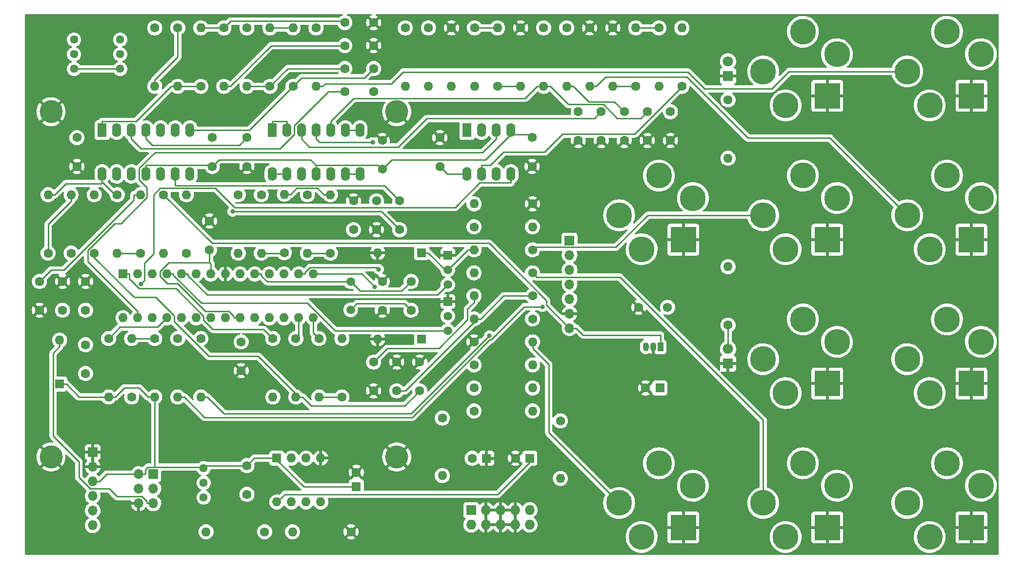
<source format=gbr>
G04 #@! TF.GenerationSoftware,KiCad,Pcbnew,(6.0.5)*
G04 #@! TF.CreationDate,2022-07-13T23:04:47-05:00*
G04 #@! TF.ProjectId,QuantizerBack,5175616e-7469-47a6-9572-4261636b2e6b,rev?*
G04 #@! TF.SameCoordinates,Original*
G04 #@! TF.FileFunction,Copper,L1,Top*
G04 #@! TF.FilePolarity,Positive*
%FSLAX46Y46*%
G04 Gerber Fmt 4.6, Leading zero omitted, Abs format (unit mm)*
G04 Created by KiCad (PCBNEW (6.0.5)) date 2022-07-13 23:04:47*
%MOMM*%
%LPD*%
G01*
G04 APERTURE LIST*
G04 #@! TA.AperFunction,ComponentPad*
%ADD10C,4.500001*%
G04 #@! TD*
G04 #@! TA.AperFunction,ComponentPad*
%ADD11R,4.500001X4.500001*%
G04 #@! TD*
G04 #@! TA.AperFunction,ComponentPad*
%ADD12C,4.500000*%
G04 #@! TD*
G04 #@! TA.AperFunction,ComponentPad*
%ADD13R,1.800000X1.800000*%
G04 #@! TD*
G04 #@! TA.AperFunction,ComponentPad*
%ADD14C,1.800000*%
G04 #@! TD*
G04 #@! TA.AperFunction,ComponentPad*
%ADD15C,4.000000*%
G04 #@! TD*
G04 #@! TA.AperFunction,ComponentPad*
%ADD16R,1.700000X1.700000*%
G04 #@! TD*
G04 #@! TA.AperFunction,ComponentPad*
%ADD17O,1.700000X1.700000*%
G04 #@! TD*
G04 #@! TA.AperFunction,ComponentPad*
%ADD18C,1.600000*%
G04 #@! TD*
G04 #@! TA.AperFunction,ComponentPad*
%ADD19O,1.600000X1.600000*%
G04 #@! TD*
G04 #@! TA.AperFunction,ComponentPad*
%ADD20R,1.600000X1.600000*%
G04 #@! TD*
G04 #@! TA.AperFunction,ComponentPad*
%ADD21C,1.500000*%
G04 #@! TD*
G04 #@! TA.AperFunction,ComponentPad*
%ADD22R,1.600000X2.400000*%
G04 #@! TD*
G04 #@! TA.AperFunction,ComponentPad*
%ADD23O,1.600000X2.400000*%
G04 #@! TD*
G04 #@! TA.AperFunction,ComponentPad*
%ADD24C,1.440000*%
G04 #@! TD*
G04 #@! TA.AperFunction,ComponentPad*
%ADD25R,1.050000X1.500000*%
G04 #@! TD*
G04 #@! TA.AperFunction,ComponentPad*
%ADD26O,1.050000X1.500000*%
G04 #@! TD*
G04 #@! TA.AperFunction,ComponentPad*
%ADD27R,1.500000X1.500000*%
G04 #@! TD*
G04 #@! TA.AperFunction,ComponentPad*
%ADD28R,1.727200X1.727200*%
G04 #@! TD*
G04 #@! TA.AperFunction,ComponentPad*
%ADD29O,1.727200X1.727200*%
G04 #@! TD*
G04 #@! TA.AperFunction,ViaPad*
%ADD30C,0.800000*%
G04 #@! TD*
G04 #@! TA.AperFunction,Conductor*
%ADD31C,0.250000*%
G04 #@! TD*
G04 APERTURE END LIST*
D10*
G04 #@! TO.P,J8,R*
G04 #@! TO.N,N/C*
X225500000Y-106100000D03*
G04 #@! TO.P,J8,RN*
X231400000Y-110000000D03*
D11*
G04 #@! TO.P,J8,S*
G04 #@! TO.N,GND*
X229740000Y-117240000D03*
D12*
G04 #@! TO.P,J8,T*
G04 #@! TO.N,/OUTA*
X218600000Y-113000000D03*
G04 #@! TO.P,J8,TN*
G04 #@! TO.N,unconnected-(J8-PadTN)*
X222500000Y-118900000D03*
G04 #@! TD*
D13*
G04 #@! TO.P,D1,1,K*
G04 #@! TO.N,GND*
X187500000Y-113775000D03*
D14*
G04 #@! TO.P,D1,2,A*
G04 #@! TO.N,Net-(D1-Pad2)*
X187500000Y-111235000D03*
G04 #@! TD*
D10*
G04 #@! TO.P,J13,R*
G04 #@! TO.N,N/C*
X175500000Y-131100000D03*
G04 #@! TO.P,J13,RN*
X181400000Y-135000000D03*
D11*
G04 #@! TO.P,J13,S*
G04 #@! TO.N,GND*
X179740000Y-142240000D03*
D12*
G04 #@! TO.P,J13,T*
G04 #@! TO.N,/CVA*
X168600000Y-138000000D03*
G04 #@! TO.P,J13,TN*
G04 #@! TO.N,unconnected-(J13-PadTN)*
X172500000Y-143900000D03*
G04 #@! TD*
D10*
G04 #@! TO.P,J9,R*
G04 #@! TO.N,N/C*
X200500000Y-81100000D03*
G04 #@! TO.P,J9,RN*
X206400000Y-85000000D03*
D11*
G04 #@! TO.P,J9,S*
G04 #@! TO.N,GND*
X204740000Y-92240000D03*
D12*
G04 #@! TO.P,J9,T*
G04 #@! TO.N,/TRIGB*
X193600000Y-88000000D03*
G04 #@! TO.P,J9,TN*
G04 #@! TO.N,/12VJ*
X197500000Y-93900000D03*
G04 #@! TD*
D15*
G04 #@! TO.P,H4,1,1*
G04 #@! TO.N,GND*
X70000000Y-130000000D03*
G04 #@! TD*
D10*
G04 #@! TO.P,J6,R*
G04 #@! TO.N,N/C*
X200500000Y-106100000D03*
G04 #@! TO.P,J6,RN*
X206400000Y-110000000D03*
D11*
G04 #@! TO.P,J6,S*
G04 #@! TO.N,GND*
X204740000Y-117240000D03*
D12*
G04 #@! TO.P,J6,T*
G04 #@! TO.N,/GATEA*
X193600000Y-113000000D03*
G04 #@! TO.P,J6,TN*
G04 #@! TO.N,unconnected-(J6-PadTN)*
X197500000Y-118900000D03*
G04 #@! TD*
D15*
G04 #@! TO.P,H3,1,1*
G04 #@! TO.N,GND*
X130000000Y-130000000D03*
G04 #@! TD*
D10*
G04 #@! TO.P,J10,R*
G04 #@! TO.N,N/C*
X200500000Y-56100000D03*
G04 #@! TO.P,J10,RN*
X206400000Y-60000000D03*
D11*
G04 #@! TO.P,J10,S*
G04 #@! TO.N,GND*
X204740000Y-67240000D03*
D12*
G04 #@! TO.P,J10,T*
G04 #@! TO.N,/GATEB*
X193600000Y-63000000D03*
G04 #@! TO.P,J10,TN*
G04 #@! TO.N,unconnected-(J10-PadTN)*
X197500000Y-68900000D03*
G04 #@! TD*
D13*
G04 #@! TO.P,D3,1,K*
G04 #@! TO.N,GND*
X187500000Y-63775000D03*
D14*
G04 #@! TO.P,D3,2,A*
G04 #@! TO.N,Net-(D3-Pad2)*
X187500000Y-61235000D03*
G04 #@! TD*
D16*
G04 #@! TO.P,J17,1,Pin_1*
G04 #@! TO.N,/SDI*
X160000000Y-92375000D03*
D17*
G04 #@! TO.P,J17,2,Pin_2*
G04 #@! TO.N,/SLI*
X160000000Y-94915000D03*
G04 #@! TO.P,J17,3,Pin_3*
G04 #@! TO.N,/SDO*
X160000000Y-97455000D03*
G04 #@! TO.P,J17,4,Pin_4*
G04 #@! TO.N,/SLO*
X160000000Y-99995000D03*
G04 #@! TO.P,J17,5,Pin_5*
G04 #@! TO.N,/SCL*
X160000000Y-102535000D03*
G04 #@! TO.P,J17,6,Pin_6*
G04 #@! TO.N,GND*
X160000000Y-105075000D03*
G04 #@! TO.P,J17,7,Pin_7*
G04 #@! TO.N,+5V_1*
X160000000Y-107615000D03*
G04 #@! TD*
D10*
G04 #@! TO.P,J11,R*
G04 #@! TO.N,N/C*
X225500000Y-81100000D03*
G04 #@! TO.P,J11,RN*
X231400000Y-85000000D03*
D11*
G04 #@! TO.P,J11,S*
G04 #@! TO.N,GND*
X229740000Y-92240000D03*
D12*
G04 #@! TO.P,J11,T*
G04 #@! TO.N,/INB*
X218600000Y-88000000D03*
G04 #@! TO.P,J11,TN*
G04 #@! TO.N,unconnected-(J11-PadTN)*
X222500000Y-93900000D03*
G04 #@! TD*
D10*
G04 #@! TO.P,J5,R*
G04 #@! TO.N,N/C*
X200500000Y-131100000D03*
G04 #@! TO.P,J5,RN*
X206400000Y-135000000D03*
D11*
G04 #@! TO.P,J5,S*
G04 #@! TO.N,GND*
X204740000Y-142240000D03*
D12*
G04 #@! TO.P,J5,T*
G04 #@! TO.N,/TRIGA*
X193600000Y-138000000D03*
G04 #@! TO.P,J5,TN*
G04 #@! TO.N,/12V*
X197500000Y-143900000D03*
G04 #@! TD*
D15*
G04 #@! TO.P,H2,1,1*
G04 #@! TO.N,GND*
X70000000Y-70000000D03*
G04 #@! TD*
G04 #@! TO.P,H1,1,1*
G04 #@! TO.N,GND*
X130000000Y-70000000D03*
G04 #@! TD*
D10*
G04 #@! TO.P,J14,R*
G04 #@! TO.N,N/C*
X175500000Y-81100000D03*
G04 #@! TO.P,J14,RN*
X181400000Y-85000000D03*
D11*
G04 #@! TO.P,J14,S*
G04 #@! TO.N,GND*
X179740000Y-92240000D03*
D12*
G04 #@! TO.P,J14,T*
G04 #@! TO.N,/CVB*
X168600000Y-88000000D03*
G04 #@! TO.P,J14,TN*
G04 #@! TO.N,unconnected-(J14-PadTN)*
X172500000Y-93900000D03*
G04 #@! TD*
D10*
G04 #@! TO.P,J7,R*
G04 #@! TO.N,N/C*
X225500000Y-131100000D03*
G04 #@! TO.P,J7,RN*
X231400000Y-135000000D03*
D11*
G04 #@! TO.P,J7,S*
G04 #@! TO.N,GND*
X229740000Y-142240000D03*
D12*
G04 #@! TO.P,J7,T*
G04 #@! TO.N,/INA*
X218600000Y-138000000D03*
G04 #@! TO.P,J7,TN*
G04 #@! TO.N,unconnected-(J7-PadTN)*
X222500000Y-143900000D03*
G04 #@! TD*
D10*
G04 #@! TO.P,J12,R*
G04 #@! TO.N,N/C*
X225500000Y-56100000D03*
G04 #@! TO.P,J12,RN*
X231400000Y-60000000D03*
D11*
G04 #@! TO.P,J12,S*
G04 #@! TO.N,GND*
X229740000Y-67240000D03*
D12*
G04 #@! TO.P,J12,T*
G04 #@! TO.N,/OUTB*
X218600000Y-63000000D03*
G04 #@! TO.P,J12,TN*
G04 #@! TO.N,unconnected-(J12-PadTN)*
X222500000Y-68900000D03*
G04 #@! TD*
D18*
G04 #@! TO.P,R70,1*
G04 #@! TO.N,Net-(R68-Pad2)*
X69500000Y-94580000D03*
D19*
G04 #@! TO.P,R70,2*
G04 #@! TO.N,Net-(R70-Pad2)*
X69500000Y-84420000D03*
G04 #@! TD*
D18*
G04 #@! TO.P,C33,1*
G04 #@! TO.N,GND*
X72000000Y-99500000D03*
G04 #@! TO.P,C33,2*
G04 #@! TO.N,Net-(C33-Pad2)*
X72000000Y-104500000D03*
G04 #@! TD*
G04 #@! TO.P,R75,1*
G04 #@! TO.N,Net-(C32-Pad2)*
X100000000Y-55420000D03*
D19*
G04 #@! TO.P,R75,2*
G04 #@! TO.N,Net-(C34-Pad2)*
X100000000Y-65580000D03*
G04 #@! TD*
D18*
G04 #@! TO.P,R2,1*
G04 #@! TO.N,Net-(R2-Pad1)*
X96000000Y-109420000D03*
D19*
G04 #@! TO.P,R2,2*
G04 #@! TO.N,/SDI*
X96000000Y-119580000D03*
G04 #@! TD*
D20*
G04 #@! TO.P,D5,1,K*
G04 #@! TO.N,Net-(D5-Pad1)*
X134310000Y-94500000D03*
D19*
G04 #@! TO.P,D5,2,A*
G04 #@! TO.N,GND*
X126690000Y-94500000D03*
G04 #@! TD*
D20*
G04 #@! TO.P,U1,1,~{RESET}/PC6*
G04 #@! TO.N,/RESET*
X82500000Y-98200000D03*
D19*
G04 #@! TO.P,U1,2,PD0*
G04 #@! TO.N,/RX*
X85040000Y-98200000D03*
G04 #@! TO.P,U1,3,PD1*
G04 #@! TO.N,/TX*
X87580000Y-98200000D03*
G04 #@! TO.P,U1,4,PD2*
G04 #@! TO.N,/DINA*
X90120000Y-98200000D03*
G04 #@! TO.P,U1,5,PD3*
G04 #@! TO.N,/DINB*
X92660000Y-98200000D03*
G04 #@! TO.P,U1,6,PD4*
G04 #@! TO.N,Net-(R2-Pad1)*
X95200000Y-98200000D03*
G04 #@! TO.P,U1,7,VCC*
G04 #@! TO.N,+5VD*
X97740000Y-98200000D03*
G04 #@! TO.P,U1,8,GND*
G04 #@! TO.N,GND*
X100280000Y-98200000D03*
G04 #@! TO.P,U1,9,XTAL1/PB6*
G04 #@! TO.N,Net-(C3-Pad1)*
X102820000Y-98200000D03*
G04 #@! TO.P,U1,10,XTAL2/PB7*
G04 #@! TO.N,Net-(C4-Pad1)*
X105360000Y-98200000D03*
G04 #@! TO.P,U1,11,PD5*
G04 #@! TO.N,Net-(R3-Pad1)*
X107900000Y-98200000D03*
G04 #@! TO.P,U1,12,PD6*
G04 #@! TO.N,Net-(R4-Pad1)*
X110440000Y-98200000D03*
G04 #@! TO.P,U1,13,PD7*
G04 #@! TO.N,Net-(R5-Pad1)*
X112980000Y-98200000D03*
G04 #@! TO.P,U1,14,PB0*
G04 #@! TO.N,Net-(R1-Pad1)*
X115520000Y-98200000D03*
G04 #@! TO.P,U1,15,PB1*
G04 #@! TO.N,/OC1A*
X115520000Y-105820000D03*
G04 #@! TO.P,U1,16,PB2*
G04 #@! TO.N,/OC1B*
X112980000Y-105820000D03*
G04 #@! TO.P,U1,17,PB3*
G04 #@! TO.N,/MOSI*
X110440000Y-105820000D03*
G04 #@! TO.P,U1,18,PB4*
G04 #@! TO.N,/MISO*
X107900000Y-105820000D03*
G04 #@! TO.P,U1,19,PB5*
G04 #@! TO.N,/SCK*
X105360000Y-105820000D03*
G04 #@! TO.P,U1,20,AVCC*
G04 #@! TO.N,+5VD*
X102820000Y-105820000D03*
G04 #@! TO.P,U1,21,AREF*
G04 #@! TO.N,unconnected-(U1-Pad21)*
X100280000Y-105820000D03*
G04 #@! TO.P,U1,22,GND*
G04 #@! TO.N,GND*
X97740000Y-105820000D03*
G04 #@! TO.P,U1,23,PC0*
G04 #@! TO.N,/ADC0*
X95200000Y-105820000D03*
G04 #@! TO.P,U1,24,PC1*
G04 #@! TO.N,/ADC1*
X92660000Y-105820000D03*
G04 #@! TO.P,U1,25,PC2*
G04 #@! TO.N,/ADC2*
X90120000Y-105820000D03*
G04 #@! TO.P,U1,26,PC3*
G04 #@! TO.N,/ADC3*
X87580000Y-105820000D03*
G04 #@! TO.P,U1,27,PC4*
G04 #@! TO.N,/DOUTA*
X85040000Y-105820000D03*
G04 #@! TO.P,U1,28,PC5*
G04 #@! TO.N,/DOUTB*
X82500000Y-105820000D03*
G04 #@! TD*
D21*
G04 #@! TO.P,Y1,1,1*
G04 #@! TO.N,Net-(C4-Pad1)*
X122000000Y-99550000D03*
G04 #@! TO.P,Y1,2,2*
G04 #@! TO.N,Net-(C3-Pad1)*
X122000000Y-104430000D03*
G04 #@! TD*
D18*
G04 #@! TO.P,R79,1*
G04 #@! TO.N,Net-(R77-Pad2)*
X143420000Y-90000000D03*
D19*
G04 #@! TO.P,R79,2*
G04 #@! TO.N,/GATEA*
X153580000Y-90000000D03*
G04 #@! TD*
D22*
G04 #@! TO.P,U6,1*
G04 #@! TO.N,Net-(R53-Pad1)*
X108375000Y-73200000D03*
D23*
G04 #@! TO.P,U6,2,-*
X110915000Y-73200000D03*
G04 #@! TO.P,U6,3,+*
G04 #@! TO.N,Net-(C18-Pad2)*
X113455000Y-73200000D03*
G04 #@! TO.P,U6,4,V+*
G04 #@! TO.N,+12V_1*
X115995000Y-73200000D03*
G04 #@! TO.P,U6,5,+*
G04 #@! TO.N,Net-(C19-Pad2)*
X118535000Y-73200000D03*
G04 #@! TO.P,U6,6,-*
G04 #@! TO.N,Net-(R54-Pad1)*
X121075000Y-73200000D03*
G04 #@! TO.P,U6,7*
X123615000Y-73200000D03*
G04 #@! TO.P,U6,8*
G04 #@! TO.N,Net-(R55-Pad1)*
X123615000Y-80820000D03*
G04 #@! TO.P,U6,9,-*
X121075000Y-80820000D03*
G04 #@! TO.P,U6,10,+*
G04 #@! TO.N,Net-(C20-Pad2)*
X118535000Y-80820000D03*
G04 #@! TO.P,U6,11,V-*
G04 #@! TO.N,-12V_1*
X115995000Y-80820000D03*
G04 #@! TO.P,U6,12,+*
G04 #@! TO.N,Net-(C21-Pad2)*
X113455000Y-80820000D03*
G04 #@! TO.P,U6,13,-*
G04 #@! TO.N,Net-(R56-Pad1)*
X110915000Y-80820000D03*
G04 #@! TO.P,U6,14*
X108375000Y-80820000D03*
G04 #@! TD*
D20*
G04 #@! TO.P,C39,1*
G04 #@! TO.N,+5VD*
X123000000Y-135182400D03*
D18*
G04 #@! TO.P,C39,2*
G04 #@! TO.N,GND*
X123000000Y-132682400D03*
G04 #@! TD*
G04 #@! TO.P,L1,1*
G04 #@! TO.N,+12V_1*
X158420000Y-123730000D03*
D19*
G04 #@! TO.P,L1,2*
G04 #@! TO.N,Net-(J15-Pad10)*
X158420000Y-133730000D03*
G04 #@! TD*
D18*
G04 #@! TO.P,R62,1*
G04 #@! TO.N,/OC1B*
X112500000Y-109420000D03*
D19*
G04 #@! TO.P,R62,2*
G04 #@! TO.N,Net-(C27-Pad2)*
X112500000Y-119580000D03*
G04 #@! TD*
D18*
G04 #@! TO.P,C20,1*
G04 #@! TO.N,GND*
X122500000Y-85500000D03*
G04 #@! TO.P,C20,2*
G04 #@! TO.N,Net-(C20-Pad2)*
X122500000Y-90500000D03*
G04 #@! TD*
G04 #@! TO.P,R63,1*
G04 #@! TO.N,Net-(C26-Pad2)*
X120500000Y-119580000D03*
D19*
G04 #@! TO.P,R63,2*
G04 #@! TO.N,Net-(C28-Pad2)*
X120500000Y-109420000D03*
G04 #@! TD*
D18*
G04 #@! TO.P,C21,1*
G04 #@! TO.N,GND*
X126000000Y-118500000D03*
G04 #@! TO.P,C21,2*
G04 #@! TO.N,Net-(C21-Pad2)*
X126000000Y-113500000D03*
G04 #@! TD*
G04 #@! TO.P,R53,1*
G04 #@! TO.N,Net-(R53-Pad1)*
X106500000Y-84420000D03*
D19*
G04 #@! TO.P,R53,2*
G04 #@! TO.N,/ADC0*
X106500000Y-94580000D03*
G04 #@! TD*
D22*
G04 #@! TO.P,U7,1*
G04 #@! TO.N,Net-(R69-Pad2)*
X78875000Y-73200000D03*
D23*
G04 #@! TO.P,U7,2,-*
G04 #@! TO.N,Net-(R67-Pad2)*
X81415000Y-73200000D03*
G04 #@! TO.P,U7,3,+*
G04 #@! TO.N,Net-(C28-Pad2)*
X83955000Y-73200000D03*
G04 #@! TO.P,U7,4,V+*
G04 #@! TO.N,+12V_1*
X86495000Y-73200000D03*
G04 #@! TO.P,U7,5,+*
G04 #@! TO.N,Net-(C34-Pad2)*
X89035000Y-73200000D03*
G04 #@! TO.P,U7,6,-*
G04 #@! TO.N,Net-(C36-Pad2)*
X91575000Y-73200000D03*
G04 #@! TO.P,U7,7*
G04 #@! TO.N,Net-(C36-Pad1)*
X94115000Y-73200000D03*
G04 #@! TO.P,U7,8*
G04 #@! TO.N,Net-(C37-Pad1)*
X94115000Y-80820000D03*
G04 #@! TO.P,U7,9,-*
G04 #@! TO.N,Net-(C37-Pad2)*
X91575000Y-80820000D03*
G04 #@! TO.P,U7,10,+*
G04 #@! TO.N,Net-(C35-Pad2)*
X89035000Y-80820000D03*
G04 #@! TO.P,U7,11,V-*
G04 #@! TO.N,-12V_1*
X86495000Y-80820000D03*
G04 #@! TO.P,U7,12,+*
G04 #@! TO.N,Net-(C29-Pad2)*
X83955000Y-80820000D03*
G04 #@! TO.P,U7,13,-*
G04 #@! TO.N,Net-(R68-Pad2)*
X81415000Y-80820000D03*
G04 #@! TO.P,U7,14*
G04 #@! TO.N,Net-(R70-Pad2)*
X78875000Y-80820000D03*
G04 #@! TD*
D18*
G04 #@! TO.P,R55,1*
G04 #@! TO.N,Net-(R55-Pad1)*
X114500000Y-84420000D03*
D19*
G04 #@! TO.P,R55,2*
G04 #@! TO.N,/ADC3*
X114500000Y-94580000D03*
G04 #@! TD*
D18*
G04 #@! TO.P,R85,1*
G04 #@! TO.N,Net-(C38-Pad2)*
X107080000Y-143000000D03*
D19*
G04 #@! TO.P,R85,2*
G04 #@! TO.N,Net-(R85-Pad2)*
X96920000Y-143000000D03*
G04 #@! TD*
D18*
G04 #@! TO.P,C38,1*
G04 #@! TO.N,+5VD*
X104000000Y-131500000D03*
G04 #@! TO.P,C38,2*
G04 #@! TO.N,Net-(C38-Pad2)*
X104000000Y-136500000D03*
G04 #@! TD*
G04 #@! TO.P,R68,1*
G04 #@! TO.N,Net-(R68-Pad1)*
X73500000Y-94580000D03*
D19*
G04 #@! TO.P,R68,2*
G04 #@! TO.N,Net-(R68-Pad2)*
X73500000Y-84420000D03*
G04 #@! TD*
D18*
G04 #@! TO.P,R7,1*
G04 #@! TO.N,Net-(D1-Pad2)*
X187500000Y-107080000D03*
D19*
G04 #@! TO.P,R7,2*
G04 #@! TO.N,/GATEA*
X187500000Y-96920000D03*
G04 #@! TD*
D18*
G04 #@! TO.P,R82,1*
G04 #@! TO.N,+5V_1*
X89500000Y-84420000D03*
D19*
G04 #@! TO.P,R82,2*
G04 #@! TO.N,Net-(C37-Pad2)*
X89500000Y-94580000D03*
G04 #@! TD*
D24*
G04 #@! TO.P,RV1,1,1*
G04 #@! TO.N,+12V_1*
X82000000Y-62550000D03*
G04 #@! TO.P,RV1,2,2*
G04 #@! TO.N,Net-(R67-Pad1)*
X82000000Y-60010000D03*
G04 #@! TO.P,RV1,3,3*
G04 #@! TO.N,-12V_1*
X82000000Y-57470000D03*
G04 #@! TD*
D20*
G04 #@! TO.P,C24,1*
G04 #@! TO.N,+12V_1*
X153102400Y-130230000D03*
D18*
G04 #@! TO.P,C24,2*
G04 #@! TO.N,GND*
X150602400Y-130230000D03*
G04 #@! TD*
D24*
G04 #@! TO.P,RV2,1,1*
G04 #@! TO.N,+12V_1*
X74000000Y-62550000D03*
G04 #@! TO.P,RV2,2,2*
G04 #@! TO.N,Net-(R68-Pad1)*
X74000000Y-60010000D03*
G04 #@! TO.P,RV2,3,3*
G04 #@! TO.N,-12V_1*
X74000000Y-57470000D03*
G04 #@! TD*
D18*
G04 #@! TO.P,C26,1*
G04 #@! TO.N,GND*
X126500000Y-90500000D03*
G04 #@! TO.P,C26,2*
G04 #@! TO.N,Net-(C26-Pad2)*
X126500000Y-85500000D03*
G04 #@! TD*
G04 #@! TO.P,R42,1*
G04 #@! TO.N,GND*
X163500000Y-55420000D03*
D19*
G04 #@! TO.P,R42,2*
G04 #@! TO.N,/INB*
X163500000Y-65580000D03*
G04 #@! TD*
D18*
G04 #@! TO.P,C18,1*
G04 #@! TO.N,GND*
X165500000Y-75000000D03*
G04 #@! TO.P,C18,2*
G04 #@! TO.N,Net-(C18-Pad2)*
X165500000Y-70000000D03*
G04 #@! TD*
G04 #@! TO.P,R88,1*
G04 #@! TO.N,Net-(C37-Pad1)*
X116000000Y-55420000D03*
D19*
G04 #@! TO.P,R88,2*
G04 #@! TO.N,/OUTB*
X116000000Y-65580000D03*
G04 #@! TD*
D18*
G04 #@! TO.P,C30,1*
G04 #@! TO.N,+12V_1*
X177000000Y-104000000D03*
G04 #@! TO.P,C30,2*
G04 #@! TO.N,GND*
X172000000Y-104000000D03*
G04 #@! TD*
G04 #@! TO.P,C34,1*
G04 #@! TO.N,GND*
X126000000Y-58500000D03*
G04 #@! TO.P,C34,2*
G04 #@! TO.N,Net-(C34-Pad2)*
X121000000Y-58500000D03*
G04 #@! TD*
G04 #@! TO.P,L2,1*
G04 #@! TO.N,-12V_1*
X137920000Y-123230000D03*
D19*
G04 #@! TO.P,L2,2*
G04 #@! TO.N,Net-(J15-Pad1)*
X137920000Y-133230000D03*
G04 #@! TD*
D18*
G04 #@! TO.P,C19,1*
G04 #@! TO.N,GND*
X173500000Y-75000000D03*
G04 #@! TO.P,C19,2*
G04 #@! TO.N,Net-(C19-Pad2)*
X173500000Y-70000000D03*
G04 #@! TD*
G04 #@! TO.P,R69,1*
G04 #@! TO.N,Net-(R67-Pad2)*
X92000000Y-55420000D03*
D19*
G04 #@! TO.P,R69,2*
G04 #@! TO.N,Net-(R69-Pad2)*
X92000000Y-65580000D03*
G04 #@! TD*
D25*
G04 #@! TO.P,U9,1,VO*
G04 #@! TO.N,+5V_1*
X175770000Y-110860000D03*
D26*
G04 #@! TO.P,U9,2,GND*
G04 #@! TO.N,GND*
X174500000Y-110860000D03*
G04 #@! TO.P,U9,3,VI*
G04 #@! TO.N,+12V_1*
X173230000Y-110860000D03*
G04 #@! TD*
D18*
G04 #@! TO.P,R83,1*
G04 #@! TO.N,Net-(C36-Pad2)*
X108000000Y-65580000D03*
D19*
G04 #@! TO.P,R83,2*
G04 #@! TO.N,/OUTA*
X108000000Y-55420000D03*
G04 #@! TD*
D18*
G04 #@! TO.P,R64,1*
G04 #@! TO.N,Net-(C27-Pad2)*
X77500000Y-94580000D03*
D19*
G04 #@! TO.P,R64,2*
G04 #@! TO.N,Net-(C29-Pad2)*
X77500000Y-84420000D03*
G04 #@! TD*
D18*
G04 #@! TO.P,R87,1*
G04 #@! TO.N,Net-(C36-Pad1)*
X112000000Y-65580000D03*
D19*
G04 #@! TO.P,R87,2*
G04 #@! TO.N,/OUTA*
X112000000Y-55420000D03*
G04 #@! TD*
D18*
G04 #@! TO.P,C14,1*
G04 #@! TO.N,GND*
X177500000Y-75000000D03*
G04 #@! TO.P,C14,2*
G04 #@! TO.N,Net-(C14-Pad2)*
X177500000Y-70000000D03*
G04 #@! TD*
G04 #@! TO.P,R81,1*
G04 #@! TO.N,+5V_1*
X104000000Y-55420000D03*
D19*
G04 #@! TO.P,R81,2*
G04 #@! TO.N,Net-(C36-Pad2)*
X104000000Y-65580000D03*
G04 #@! TD*
D18*
G04 #@! TO.P,R1,1*
G04 #@! TO.N,Net-(R1-Pad1)*
X143420000Y-122000000D03*
D19*
G04 #@! TO.P,R1,2*
G04 #@! TO.N,/SCL*
X153580000Y-122000000D03*
G04 #@! TD*
D18*
G04 #@! TO.P,R44,1*
G04 #@! TO.N,GND*
X143420000Y-110000000D03*
D19*
G04 #@! TO.P,R44,2*
G04 #@! TO.N,/CVA*
X153580000Y-110000000D03*
G04 #@! TD*
D16*
G04 #@! TO.P,J1,1,Pin_1*
G04 #@! TO.N,/MISO*
X87775000Y-132975000D03*
D17*
G04 #@! TO.P,J1,2,Pin_2*
G04 #@! TO.N,+5VD*
X85235000Y-132975000D03*
G04 #@! TO.P,J1,3,Pin_3*
G04 #@! TO.N,/SCK*
X87775000Y-135515000D03*
G04 #@! TO.P,J1,4,Pin_4*
G04 #@! TO.N,/MOSI*
X85235000Y-135515000D03*
G04 #@! TO.P,J1,5,Pin_5*
G04 #@! TO.N,/RESET*
X87775000Y-138055000D03*
G04 #@! TO.P,J1,6,Pin_6*
G04 #@! TO.N,GND*
X85235000Y-138055000D03*
G04 #@! TD*
D18*
G04 #@! TO.P,R66,1*
G04 #@! TO.N,/TRIGB*
X153580000Y-94000000D03*
D19*
G04 #@! TO.P,R66,2*
G04 #@! TO.N,Net-(D5-Pad1)*
X143420000Y-94000000D03*
G04 #@! TD*
D20*
G04 #@! TO.P,U10,1,OUT*
G04 #@! TO.N,+5VD*
X109200000Y-130200000D03*
D19*
G04 #@! TO.P,U10,2,SENSE*
G04 #@! TO.N,unconnected-(U10-Pad2)*
X111740000Y-130200000D03*
G04 #@! TO.P,U10,3,SHUTDOWN*
G04 #@! TO.N,unconnected-(U10-Pad3)*
X114280000Y-130200000D03*
G04 #@! TO.P,U10,4,GND*
G04 #@! TO.N,GND*
X116820000Y-130200000D03*
G04 #@! TO.P,U10,5,~{ERROR}*
G04 #@! TO.N,unconnected-(U10-Pad5)*
X116820000Y-137820000D03*
G04 #@! TO.P,U10,6,VTAP*
G04 #@! TO.N,unconnected-(U10-Pad6)*
X114280000Y-137820000D03*
G04 #@! TO.P,U10,7,FEEDBACK*
G04 #@! TO.N,Net-(C38-Pad2)*
X111740000Y-137820000D03*
G04 #@! TO.P,U10,8,IN*
G04 #@! TO.N,+12V_1*
X109200000Y-137820000D03*
G04 #@! TD*
D18*
G04 #@! TO.P,R67,1*
G04 #@! TO.N,Net-(R67-Pad1)*
X88000000Y-55420000D03*
D19*
G04 #@! TO.P,R67,2*
G04 #@! TO.N,Net-(R67-Pad2)*
X88000000Y-65580000D03*
G04 #@! TD*
D18*
G04 #@! TO.P,R6,1*
G04 #@! TO.N,/RESET*
X108500000Y-109420000D03*
D19*
G04 #@! TO.P,R6,2*
G04 #@! TO.N,+5VD*
X108500000Y-119580000D03*
G04 #@! TD*
D18*
G04 #@! TO.P,C35,1*
G04 #@! TO.N,GND*
X68000000Y-104500000D03*
G04 #@! TO.P,C35,2*
G04 #@! TO.N,Net-(C35-Pad2)*
X68000000Y-99500000D03*
G04 #@! TD*
G04 #@! TO.P,R80,1*
G04 #@! TO.N,Net-(R78-Pad2)*
X179500000Y-65580000D03*
D19*
G04 #@! TO.P,R80,2*
G04 #@! TO.N,/GATEB*
X179500000Y-55420000D03*
G04 #@! TD*
D18*
G04 #@! TO.P,R50,1*
G04 #@! TO.N,Net-(C13-Pad2)*
X155500000Y-55420000D03*
D19*
G04 #@! TO.P,R50,2*
G04 #@! TO.N,Net-(C19-Pad2)*
X155500000Y-65580000D03*
G04 #@! TD*
D16*
G04 #@! TO.P,J2,1,Pin_1*
G04 #@! TO.N,GND*
X77235000Y-129165000D03*
D17*
G04 #@! TO.P,J2,2,Pin_2*
X77235000Y-131705000D03*
G04 #@! TO.P,J2,3,Pin_3*
G04 #@! TO.N,+5VD*
X77235000Y-134245000D03*
G04 #@! TO.P,J2,4,Pin_4*
G04 #@! TO.N,/RX*
X77235000Y-136785000D03*
G04 #@! TO.P,J2,5,Pin_5*
G04 #@! TO.N,/TX*
X77235000Y-139325000D03*
G04 #@! TO.P,J2,6,Pin_6*
G04 #@! TO.N,Net-(C5-Pad2)*
X77235000Y-141865000D03*
G04 #@! TD*
D18*
G04 #@! TO.P,R56,1*
G04 #@! TO.N,Net-(R56-Pad1)*
X84000000Y-119580000D03*
D19*
G04 #@! TO.P,R56,2*
G04 #@! TO.N,/ADC1*
X84000000Y-109420000D03*
G04 #@! TD*
D18*
G04 #@! TO.P,R52,1*
G04 #@! TO.N,Net-(C15-Pad2)*
X153580000Y-102000000D03*
D19*
G04 #@! TO.P,R52,2*
G04 #@! TO.N,Net-(C21-Pad2)*
X143420000Y-102000000D03*
G04 #@! TD*
D18*
G04 #@! TO.P,R41,1*
G04 #@! TO.N,GND*
X167500000Y-55420000D03*
D19*
G04 #@! TO.P,R41,2*
G04 #@! TO.N,/INA*
X167500000Y-65580000D03*
G04 #@! TD*
D18*
G04 #@! TO.P,R51,1*
G04 #@! TO.N,Net-(C14-Pad2)*
X143500000Y-55420000D03*
D19*
G04 #@! TO.P,R51,2*
G04 #@! TO.N,Net-(C20-Pad2)*
X143500000Y-65580000D03*
G04 #@! TD*
D18*
G04 #@! TO.P,R45,1*
G04 #@! TO.N,/INA*
X171500000Y-65580000D03*
D19*
G04 #@! TO.P,R45,2*
G04 #@! TO.N,Net-(C12-Pad2)*
X171500000Y-55420000D03*
G04 #@! TD*
D18*
G04 #@! TO.P,C1,1*
G04 #@! TO.N,GND*
X97500000Y-89000000D03*
G04 #@! TO.P,C1,2*
G04 #@! TO.N,+5VD*
X97500000Y-94000000D03*
G04 #@! TD*
G04 #@! TO.P,C37,1*
G04 #@! TO.N,Net-(C37-Pad1)*
X130500000Y-90500000D03*
G04 #@! TO.P,C37,2*
G04 #@! TO.N,Net-(C37-Pad2)*
X130500000Y-85500000D03*
G04 #@! TD*
G04 #@! TO.P,C32,1*
G04 #@! TO.N,GND*
X126000000Y-54500000D03*
G04 #@! TO.P,C32,2*
G04 #@! TO.N,Net-(C32-Pad2)*
X121000000Y-54500000D03*
G04 #@! TD*
G04 #@! TO.P,R46,1*
G04 #@! TO.N,/INB*
X159500000Y-55420000D03*
D19*
G04 #@! TO.P,R46,2*
G04 #@! TO.N,Net-(C13-Pad2)*
X159500000Y-65580000D03*
G04 #@! TD*
D18*
G04 #@! TO.P,R58,1*
G04 #@! TO.N,/ADC2*
X80000000Y-109420000D03*
D19*
G04 #@! TO.P,R58,2*
G04 #@! TO.N,+5VD*
X80000000Y-119580000D03*
G04 #@! TD*
D20*
G04 #@! TO.P,C31,1*
G04 #@! TO.N,+5V_1*
X175682400Y-118000000D03*
D18*
G04 #@! TO.P,C31,2*
G04 #@! TO.N,GND*
X173182400Y-118000000D03*
G04 #@! TD*
G04 #@! TO.P,R47,1*
G04 #@! TO.N,/CVB*
X147500000Y-65580000D03*
D19*
G04 #@! TO.P,R47,2*
G04 #@! TO.N,Net-(C14-Pad2)*
X147500000Y-55420000D03*
G04 #@! TD*
D18*
G04 #@! TO.P,R72,1*
G04 #@! TO.N,Net-(R70-Pad2)*
X81500000Y-84420000D03*
D19*
G04 #@! TO.P,R72,2*
G04 #@! TO.N,Net-(C33-Pad2)*
X81500000Y-94580000D03*
G04 #@! TD*
D22*
G04 #@! TO.P,U8,1*
G04 #@! TO.N,Net-(R77-Pad2)*
X142200000Y-73200000D03*
D23*
G04 #@! TO.P,U8,2,-*
G04 #@! TO.N,Net-(R73-Pad2)*
X144740000Y-73200000D03*
G04 #@! TO.P,U8,3,+*
G04 #@! TO.N,/DOUTA*
X147280000Y-73200000D03*
G04 #@! TO.P,U8,4,V-*
G04 #@! TO.N,-12V_1*
X149820000Y-73200000D03*
G04 #@! TO.P,U8,5,+*
G04 #@! TO.N,/DOUTB*
X149820000Y-80820000D03*
G04 #@! TO.P,U8,6,-*
G04 #@! TO.N,Net-(R74-Pad2)*
X147280000Y-80820000D03*
G04 #@! TO.P,U8,7*
G04 #@! TO.N,Net-(R78-Pad2)*
X144740000Y-80820000D03*
G04 #@! TO.P,U8,8,V+*
G04 #@! TO.N,+12V_1*
X142200000Y-80820000D03*
G04 #@! TD*
D18*
G04 #@! TO.P,R57,1*
G04 #@! TO.N,/ADC0*
X110500000Y-94500000D03*
D19*
G04 #@! TO.P,R57,2*
G04 #@! TO.N,+5VD*
X110500000Y-84340000D03*
G04 #@! TD*
D18*
G04 #@! TO.P,R59,1*
G04 #@! TO.N,/ADC3*
X118500000Y-94580000D03*
D19*
G04 #@! TO.P,R59,2*
G04 #@! TO.N,+5VD*
X118500000Y-84420000D03*
G04 #@! TD*
D18*
G04 #@! TO.P,C3,1*
G04 #@! TO.N,Net-(C3-Pad1)*
X132500000Y-104500000D03*
G04 #@! TO.P,C3,2*
G04 #@! TO.N,GND*
X127500000Y-104500000D03*
G04 #@! TD*
G04 #@! TO.P,R71,1*
G04 #@! TO.N,Net-(R69-Pad2)*
X96000000Y-65580000D03*
D19*
G04 #@! TO.P,R71,2*
G04 #@! TO.N,Net-(C32-Pad2)*
X96000000Y-55420000D03*
G04 #@! TD*
D18*
G04 #@! TO.P,C36,1*
G04 #@! TO.N,Net-(C36-Pad1)*
X126000000Y-62500000D03*
G04 #@! TO.P,C36,2*
G04 #@! TO.N,Net-(C36-Pad2)*
X121000000Y-62500000D03*
G04 #@! TD*
D24*
G04 #@! TO.P,RV3,1,1*
G04 #@! TO.N,+5VD*
X96500000Y-131950000D03*
G04 #@! TO.P,RV3,2,2*
G04 #@! TO.N,Net-(R85-Pad2)*
X96500000Y-134490000D03*
G04 #@! TO.P,RV3,3,3*
X96500000Y-137030000D03*
G04 #@! TD*
D18*
G04 #@! TO.P,C5,1*
G04 #@! TO.N,/RESET*
X76000000Y-110500000D03*
G04 #@! TO.P,C5,2*
G04 #@! TO.N,Net-(C5-Pad2)*
X76000000Y-115500000D03*
G04 #@! TD*
G04 #@! TO.P,C23,1*
G04 #@! TO.N,-12V_1*
X153500000Y-74500000D03*
G04 #@! TO.P,C23,2*
G04 #@! TO.N,GND*
X153500000Y-79500000D03*
G04 #@! TD*
G04 #@! TO.P,R4,1*
G04 #@! TO.N,Net-(R4-Pad1)*
X92000000Y-109420000D03*
D19*
G04 #@! TO.P,R4,2*
G04 #@! TO.N,/SDO*
X92000000Y-119580000D03*
G04 #@! TD*
D18*
G04 #@! TO.P,R76,1*
G04 #@! TO.N,Net-(C33-Pad2)*
X85500000Y-94580000D03*
D19*
G04 #@! TO.P,R76,2*
G04 #@! TO.N,Net-(C35-Pad2)*
X85500000Y-84420000D03*
G04 #@! TD*
D18*
G04 #@! TO.P,R86,1*
G04 #@! TO.N,GND*
X122080000Y-143000000D03*
D19*
G04 #@! TO.P,R86,2*
G04 #@! TO.N,Net-(C38-Pad2)*
X111920000Y-143000000D03*
G04 #@! TD*
D18*
G04 #@! TO.P,C22,1*
G04 #@! TO.N,+12V_1*
X137500000Y-79500000D03*
G04 #@! TO.P,C22,2*
G04 #@! TO.N,GND*
X137500000Y-74500000D03*
G04 #@! TD*
D27*
G04 #@! TO.P,Q2,1,E*
G04 #@! TO.N,GND*
X138860000Y-94960000D03*
D21*
G04 #@! TO.P,Q2,2,B*
G04 #@! TO.N,Net-(D5-Pad1)*
X138860000Y-97500000D03*
G04 #@! TO.P,Q2,3,C*
G04 #@! TO.N,/DINB*
X138860000Y-100040000D03*
G04 #@! TD*
D18*
G04 #@! TO.P,R74,1*
G04 #@! TO.N,GND*
X153580000Y-86000000D03*
D19*
G04 #@! TO.P,R74,2*
G04 #@! TO.N,Net-(R74-Pad2)*
X143420000Y-86000000D03*
G04 #@! TD*
D18*
G04 #@! TO.P,C27,1*
G04 #@! TO.N,GND*
X134000000Y-113500000D03*
G04 #@! TO.P,C27,2*
G04 #@! TO.N,Net-(C27-Pad2)*
X134000000Y-118500000D03*
G04 #@! TD*
G04 #@! TO.P,C2,1*
G04 #@! TO.N,+5VD*
X103000000Y-110000000D03*
G04 #@! TO.P,C2,2*
G04 #@! TO.N,GND*
X103000000Y-115000000D03*
G04 #@! TD*
G04 #@! TO.P,R43,1*
G04 #@! TO.N,GND*
X151500000Y-55420000D03*
D19*
G04 #@! TO.P,R43,2*
G04 #@! TO.N,/CVB*
X151500000Y-65580000D03*
G04 #@! TD*
D28*
G04 #@! TO.P,J15,1,-12V*
G04 #@! TO.N,Net-(J15-Pad1)*
X142920000Y-139230000D03*
D29*
G04 #@! TO.P,J15,2,-12V*
X142920000Y-141770000D03*
G04 #@! TO.P,J15,3,GND*
G04 #@! TO.N,GND*
X145460000Y-139230000D03*
G04 #@! TO.P,J15,4,GND*
X145460000Y-141770000D03*
G04 #@! TO.P,J15,5,GND*
X148000000Y-139230000D03*
G04 #@! TO.P,J15,6,GND*
X148000000Y-141770000D03*
G04 #@! TO.P,J15,7,GND*
X150540000Y-139230000D03*
G04 #@! TO.P,J15,8,GND*
X150540000Y-141770000D03*
G04 #@! TO.P,J15,9,+12V*
G04 #@! TO.N,Net-(J15-Pad10)*
X153080000Y-139230000D03*
G04 #@! TO.P,J15,10,+12V*
X153080000Y-141770000D03*
G04 #@! TD*
D18*
G04 #@! TO.P,R48,1*
G04 #@! TO.N,/CVA*
X153580000Y-106000000D03*
D19*
G04 #@! TO.P,R48,2*
G04 #@! TO.N,Net-(C15-Pad2)*
X143420000Y-106000000D03*
G04 #@! TD*
D18*
G04 #@! TO.P,R65,1*
G04 #@! TO.N,/TRIGA*
X153580000Y-98000000D03*
D19*
G04 #@! TO.P,R65,2*
G04 #@! TO.N,Net-(D4-Pad1)*
X143420000Y-98000000D03*
G04 #@! TD*
D18*
G04 #@! TO.P,C4,1*
G04 #@! TO.N,Net-(C4-Pad1)*
X132500000Y-99500000D03*
G04 #@! TO.P,C4,2*
G04 #@! TO.N,GND*
X127500000Y-99500000D03*
G04 #@! TD*
G04 #@! TO.P,R73,1*
G04 #@! TO.N,GND*
X139500000Y-55420000D03*
D19*
G04 #@! TO.P,R73,2*
G04 #@! TO.N,Net-(R73-Pad2)*
X139500000Y-65580000D03*
G04 #@! TD*
D18*
G04 #@! TO.P,R78,1*
G04 #@! TO.N,Net-(R74-Pad2)*
X131500000Y-55420000D03*
D19*
G04 #@! TO.P,R78,2*
G04 #@! TO.N,Net-(R78-Pad2)*
X131500000Y-65580000D03*
G04 #@! TD*
D18*
G04 #@! TO.P,C11,1*
G04 #@! TO.N,-12V_1*
X127500000Y-80000000D03*
G04 #@! TO.P,C11,2*
G04 #@! TO.N,GND*
X127500000Y-75000000D03*
G04 #@! TD*
G04 #@! TO.P,C28,1*
G04 #@! TO.N,GND*
X126000000Y-66500000D03*
G04 #@! TO.P,C28,2*
G04 #@! TO.N,Net-(C28-Pad2)*
X121000000Y-66500000D03*
G04 #@! TD*
G04 #@! TO.P,R49,1*
G04 #@! TO.N,Net-(C12-Pad2)*
X175500000Y-55420000D03*
D19*
G04 #@! TO.P,R49,2*
G04 #@! TO.N,Net-(C18-Pad2)*
X175500000Y-65580000D03*
G04 #@! TD*
D18*
G04 #@! TO.P,R84,1*
G04 #@! TO.N,Net-(C37-Pad2)*
X93500000Y-94580000D03*
D19*
G04 #@! TO.P,R84,2*
G04 #@! TO.N,/OUTB*
X93500000Y-84420000D03*
G04 #@! TD*
D18*
G04 #@! TO.P,R54,1*
G04 #@! TO.N,Net-(R54-Pad1)*
X102500000Y-84420000D03*
D19*
G04 #@! TO.P,R54,2*
G04 #@! TO.N,/ADC2*
X102500000Y-94580000D03*
G04 #@! TD*
D18*
G04 #@! TO.P,C17,1*
G04 #@! TO.N,-12V_1*
X98000000Y-79500000D03*
G04 #@! TO.P,C17,2*
G04 #@! TO.N,GND*
X98000000Y-74500000D03*
G04 #@! TD*
G04 #@! TO.P,R3,1*
G04 #@! TO.N,Net-(R3-Pad1)*
X143420000Y-118000000D03*
D19*
G04 #@! TO.P,R3,2*
G04 #@! TO.N,/SLI*
X153580000Y-118000000D03*
G04 #@! TD*
D20*
G04 #@! TO.P,C25,1*
G04 #@! TO.N,GND*
X145602400Y-130230000D03*
D18*
G04 #@! TO.P,C25,2*
G04 #@! TO.N,-12V_1*
X143102400Y-130230000D03*
G04 #@! TD*
G04 #@! TO.P,R77,1*
G04 #@! TO.N,Net-(R73-Pad2)*
X135500000Y-55420000D03*
D19*
G04 #@! TO.P,R77,2*
G04 #@! TO.N,Net-(R77-Pad2)*
X135500000Y-65580000D03*
G04 #@! TD*
D18*
G04 #@! TO.P,C15,1*
G04 #@! TO.N,GND*
X130000000Y-113500000D03*
G04 #@! TO.P,C15,2*
G04 #@! TO.N,Net-(C15-Pad2)*
X130000000Y-118500000D03*
G04 #@! TD*
G04 #@! TO.P,R5,1*
G04 #@! TO.N,Net-(R5-Pad1)*
X143420000Y-114000000D03*
D19*
G04 #@! TO.P,R5,2*
G04 #@! TO.N,/SLO*
X153580000Y-114000000D03*
G04 #@! TD*
D18*
G04 #@! TO.P,C13,1*
G04 #@! TO.N,GND*
X169500000Y-75000000D03*
G04 #@! TO.P,C13,2*
G04 #@! TO.N,Net-(C13-Pad2)*
X169500000Y-70000000D03*
G04 #@! TD*
D20*
G04 #@! TO.P,D2,1,K*
G04 #@! TO.N,+5VD*
X71500000Y-117310000D03*
D19*
G04 #@! TO.P,D2,2,A*
G04 #@! TO.N,/RESET*
X71500000Y-109690000D03*
G04 #@! TD*
D18*
G04 #@! TO.P,C10,1*
G04 #@! TO.N,+12V_1*
X104000000Y-74500000D03*
G04 #@! TO.P,C10,2*
G04 #@! TO.N,GND*
X104000000Y-79500000D03*
G04 #@! TD*
D27*
G04 #@! TO.P,Q1,1,E*
G04 #@! TO.N,GND*
X138860000Y-102960000D03*
D21*
G04 #@! TO.P,Q1,2,B*
G04 #@! TO.N,Net-(D4-Pad1)*
X138860000Y-105500000D03*
G04 #@! TO.P,Q1,3,C*
G04 #@! TO.N,/DINA*
X138860000Y-108040000D03*
G04 #@! TD*
D18*
G04 #@! TO.P,C12,1*
G04 #@! TO.N,GND*
X161500000Y-75000000D03*
G04 #@! TO.P,C12,2*
G04 #@! TO.N,Net-(C12-Pad2)*
X161500000Y-70000000D03*
G04 #@! TD*
D20*
G04 #@! TO.P,D4,1,K*
G04 #@! TO.N,Net-(D4-Pad1)*
X134310000Y-109500000D03*
D19*
G04 #@! TO.P,D4,2,A*
G04 #@! TO.N,GND*
X126690000Y-109500000D03*
G04 #@! TD*
D18*
G04 #@! TO.P,C29,1*
G04 #@! TO.N,GND*
X76000000Y-99500000D03*
G04 #@! TO.P,C29,2*
G04 #@! TO.N,Net-(C29-Pad2)*
X76000000Y-104500000D03*
G04 #@! TD*
G04 #@! TO.P,R61,1*
G04 #@! TO.N,/OC1A*
X116500000Y-109420000D03*
D19*
G04 #@! TO.P,R61,2*
G04 #@! TO.N,Net-(C26-Pad2)*
X116500000Y-119580000D03*
G04 #@! TD*
D18*
G04 #@! TO.P,C16,1*
G04 #@! TO.N,+12V_1*
X74500000Y-74500000D03*
G04 #@! TO.P,C16,2*
G04 #@! TO.N,GND*
X74500000Y-79500000D03*
G04 #@! TD*
G04 #@! TO.P,R8,1*
G04 #@! TO.N,Net-(D3-Pad2)*
X187500000Y-67920000D03*
D19*
G04 #@! TO.P,R8,2*
G04 #@! TO.N,/GATEB*
X187500000Y-78080000D03*
G04 #@! TD*
D18*
G04 #@! TO.P,R60,1*
G04 #@! TO.N,/ADC1*
X88000000Y-109420000D03*
D19*
G04 #@! TO.P,R60,2*
G04 #@! TO.N,+5VD*
X88000000Y-119580000D03*
G04 #@! TD*
D30*
G04 #@! TO.N,GND*
X104600000Y-84600000D03*
X138400000Y-88000000D03*
X104300000Y-81500000D03*
X140500000Y-106300000D03*
G04 #@! TO.N,+12V_1*
X125814100Y-75335800D03*
G04 #@! TO.N,Net-(C37-Pad1)*
X101535000Y-87330900D03*
G04 #@! TO.N,Net-(R1-Pad1)*
X126184000Y-100433600D03*
G04 #@! TO.N,/SDI*
X146088900Y-108901000D03*
G04 #@! TO.N,/SDO*
X155283300Y-103900000D03*
G04 #@! TO.N,Net-(R5-Pad1)*
X126865400Y-97366400D03*
G04 #@! TO.N,/DOUTB*
X85590000Y-99904900D03*
G04 #@! TD*
D31*
G04 #@! TO.N,+5VD*
X88000000Y-131774100D02*
X96324100Y-131774100D01*
X118500000Y-84420000D02*
X117374700Y-84420000D01*
X77235000Y-134245000D02*
X78410300Y-134245000D01*
X74895300Y-119580000D02*
X72625300Y-117310000D01*
X91968500Y-99860900D02*
X90184500Y-99860900D01*
X90184500Y-99860900D02*
X88940700Y-98617100D01*
X86874700Y-119580000D02*
X88000000Y-119580000D01*
X88940700Y-98617100D02*
X88940700Y-97709700D01*
X86410300Y-132975000D02*
X86410300Y-132167000D01*
X82705300Y-118000000D02*
X85294700Y-118000000D01*
X85294700Y-118000000D02*
X86874700Y-119580000D01*
X97500000Y-96179800D02*
X97740000Y-96419800D01*
X88940700Y-97709700D02*
X90470600Y-96179800D01*
X112670600Y-83294700D02*
X116249400Y-83294700D01*
X86410300Y-132167000D02*
X86803200Y-131774100D01*
X109200000Y-130500000D02*
X113882400Y-135182400D01*
X97740000Y-96419800D02*
X97740000Y-98200000D01*
X104000000Y-131500000D02*
X96950000Y-131500000D01*
X96802300Y-104694700D02*
X91968500Y-99860900D01*
X96950000Y-131500000D02*
X96500000Y-131950000D01*
X80000000Y-119580000D02*
X74895300Y-119580000D01*
X79680300Y-132975000D02*
X78410300Y-134245000D01*
X113882400Y-135182400D02*
X123000000Y-135182400D01*
X88000000Y-131774100D02*
X88000000Y-119580000D01*
X96324100Y-131774100D02*
X96500000Y-131950000D01*
X109200000Y-130200000D02*
X105300000Y-130200000D01*
X85235000Y-132975000D02*
X79680300Y-132975000D01*
X116249400Y-83294700D02*
X117374700Y-84420000D01*
X90470600Y-96179800D02*
X97500000Y-96179800D01*
X71500000Y-117310000D02*
X72625300Y-117310000D01*
X80000000Y-119580000D02*
X81125300Y-119580000D01*
X85235000Y-132975000D02*
X86410300Y-132975000D01*
X97500000Y-94000000D02*
X97500000Y-96179800D01*
X81125300Y-119580000D02*
X82705300Y-118000000D01*
X105300000Y-130200000D02*
X104000000Y-131500000D01*
X111625300Y-84340000D02*
X112670600Y-83294700D01*
X86803200Y-131774100D02*
X88000000Y-131774100D01*
X101694700Y-105820000D02*
X101694700Y-105538600D01*
X100850800Y-104694700D02*
X96802300Y-104694700D01*
X109200000Y-130200000D02*
X109200000Y-130500000D01*
X110500000Y-84340000D02*
X111625300Y-84340000D01*
X101694700Y-105538600D02*
X100850800Y-104694700D01*
X102820000Y-105820000D02*
X101694700Y-105820000D01*
G04 #@! TO.N,/RESET*
X80105300Y-135515000D02*
X81470000Y-136879700D01*
X81470000Y-136879700D02*
X85791800Y-136879700D01*
X70374600Y-126357100D02*
X74830600Y-130813100D01*
X82500000Y-98200000D02*
X83625300Y-98200000D01*
X96500000Y-105499400D02*
X96500000Y-106217400D01*
X86599700Y-137687600D02*
X86599700Y-138055000D01*
X85321300Y-100740000D02*
X91740600Y-100740000D01*
X83625300Y-99044000D02*
X85321300Y-100740000D01*
X70374600Y-111940700D02*
X70374600Y-126357100D01*
X85791800Y-136879700D02*
X86599700Y-137687600D01*
X96500000Y-106217400D02*
X98102600Y-107820000D01*
X106900000Y-107820000D02*
X108500000Y-109420000D01*
X74830600Y-133561500D02*
X76784100Y-135515000D01*
X83625300Y-98200000D02*
X83625300Y-99044000D01*
X91740600Y-100740000D02*
X96500000Y-105499400D01*
X76784100Y-135515000D02*
X80105300Y-135515000D01*
X74830600Y-130813100D02*
X74830600Y-133561500D01*
X71500000Y-110815300D02*
X70374600Y-111940700D01*
X87775000Y-138055000D02*
X86599700Y-138055000D01*
X98102600Y-107820000D02*
X106900000Y-107820000D01*
X71500000Y-109690000D02*
X71500000Y-110815300D01*
G04 #@! TO.N,Net-(C3-Pad1)*
X122000000Y-104430000D02*
X123067500Y-103362500D01*
X123067500Y-103362500D02*
X131362500Y-103362500D01*
X131362500Y-103362500D02*
X132500000Y-104500000D01*
G04 #@! TO.N,+5V_1*
X175770000Y-108800000D02*
X162360300Y-108800000D01*
X146039600Y-92869300D02*
X97949300Y-92869300D01*
X156007811Y-102837511D02*
X146039600Y-92869300D01*
X156007811Y-103622811D02*
X156007811Y-102837511D01*
X160000000Y-107615000D02*
X156007811Y-103622811D01*
X162360300Y-108800000D02*
X161175300Y-107615000D01*
X97949300Y-92869300D02*
X89500000Y-84420000D01*
X161175300Y-107615000D02*
X160000000Y-107615000D01*
X175770000Y-110860000D02*
X175770000Y-108800000D01*
G04 #@! TO.N,+12V_1*
X110600000Y-136500000D02*
X109280000Y-137820000D01*
X153102400Y-130230000D02*
X153102400Y-130897600D01*
X138820000Y-80820000D02*
X137500000Y-79500000D01*
X142200000Y-80820000D02*
X138820000Y-80820000D01*
X125814100Y-75335800D02*
X116605500Y-75335800D01*
X87569700Y-75800000D02*
X86495000Y-74725300D01*
X86495000Y-74725300D02*
X86495000Y-73200000D01*
X104000000Y-74500000D02*
X102700000Y-75800000D01*
X147500000Y-136500000D02*
X110600000Y-136500000D01*
X109280000Y-137820000D02*
X109200000Y-137820000D01*
X115995000Y-73200000D02*
X115995000Y-74725300D01*
X102700000Y-75800000D02*
X87569700Y-75800000D01*
X116605500Y-75335800D02*
X115995000Y-74725300D01*
X153102400Y-130897600D02*
X147500000Y-136500000D01*
X82000000Y-62550000D02*
X74000000Y-62550000D01*
G04 #@! TO.N,-12V_1*
X152962600Y-73962600D02*
X153500000Y-74500000D01*
X149820000Y-73962600D02*
X152962600Y-73962600D01*
X115995000Y-80820000D02*
X115995000Y-79407300D01*
X126794700Y-79294700D02*
X127500000Y-80000000D01*
X115038300Y-78338000D02*
X99162000Y-78338000D01*
X115995000Y-79294700D02*
X126794700Y-79294700D01*
X86495000Y-79294700D02*
X97794700Y-79294700D01*
X97794700Y-79294700D02*
X98000000Y-79500000D01*
X129125300Y-78374700D02*
X145407900Y-78374700D01*
X99162000Y-78338000D02*
X98000000Y-79500000D01*
X115995000Y-79407300D02*
X115995000Y-79294700D01*
X115995000Y-79294700D02*
X115038300Y-78338000D01*
X86495000Y-80820000D02*
X86495000Y-79294700D01*
X145407900Y-78374700D02*
X149820000Y-73962600D01*
X127500000Y-80000000D02*
X129125300Y-78374700D01*
X149820000Y-73200000D02*
X149820000Y-73962600D01*
G04 #@! TO.N,Net-(C12-Pad2)*
X171500000Y-55420000D02*
X175500000Y-55420000D01*
G04 #@! TO.N,Net-(C13-Pad2)*
X160625300Y-65580000D02*
X163324000Y-68278700D01*
X159500000Y-65580000D02*
X160625300Y-65580000D01*
X163324000Y-68278700D02*
X167778700Y-68278700D01*
X167778700Y-68278700D02*
X169500000Y-70000000D01*
G04 #@! TO.N,Net-(C14-Pad2)*
X147500000Y-55420000D02*
X143500000Y-55420000D01*
G04 #@! TO.N,Net-(C15-Pad2)*
X131482700Y-118500000D02*
X130000000Y-118500000D01*
X143420000Y-106000000D02*
X143982700Y-106000000D01*
X148545300Y-102000000D02*
X153580000Y-102000000D01*
X143982700Y-106000000D02*
X131482700Y-118500000D01*
X144545300Y-106000000D02*
X148545300Y-102000000D01*
X143982700Y-106000000D02*
X144545300Y-106000000D01*
G04 #@! TO.N,Net-(C18-Pad2)*
X113455000Y-73200000D02*
X113455000Y-74725300D01*
X135230400Y-71176100D02*
X130278500Y-76128000D01*
X165500000Y-70000000D02*
X164323900Y-71176100D01*
X114857700Y-76128000D02*
X113455000Y-74725300D01*
X130278500Y-76128000D02*
X114857700Y-76128000D01*
X164323900Y-71176100D02*
X135230400Y-71176100D01*
G04 #@! TO.N,Net-(C19-Pad2)*
X118535000Y-73200000D02*
X118535000Y-71674700D01*
X172368700Y-71131300D02*
X173500000Y-70000000D01*
X118535000Y-71674700D02*
X122548300Y-67661400D01*
X152293300Y-67661400D02*
X154374700Y-65580000D01*
X156625300Y-65580000D02*
X159774400Y-68729100D01*
X154937400Y-65580000D02*
X155500000Y-65580000D01*
X154937400Y-65580000D02*
X154374700Y-65580000D01*
X155500000Y-65580000D02*
X156625300Y-65580000D01*
X165854100Y-68729100D02*
X168256300Y-71131300D01*
X159774400Y-68729100D02*
X165854100Y-68729100D01*
X122548300Y-67661400D02*
X152293300Y-67661400D01*
X168256300Y-71131300D02*
X172368700Y-71131300D01*
G04 #@! TO.N,Net-(C21-Pad2)*
X143420000Y-102000000D02*
X143420000Y-103125300D01*
X128373400Y-111126600D02*
X126000000Y-113500000D01*
X142294700Y-106149900D02*
X137318000Y-111126600D01*
X142294700Y-104250600D02*
X142294700Y-106149900D01*
X143420000Y-103125300D02*
X142294700Y-104250600D01*
X137318000Y-111126600D02*
X128373400Y-111126600D01*
G04 #@! TO.N,Net-(C4-Pad1)*
X123608900Y-101158900D02*
X130841100Y-101158900D01*
X130841100Y-101158900D02*
X132500000Y-99500000D01*
X106485300Y-98200000D02*
X106485300Y-98481300D01*
X107554000Y-99550000D02*
X122000000Y-99550000D01*
X122000000Y-99550000D02*
X123608900Y-101158900D01*
X105360000Y-98200000D02*
X106485300Y-98200000D01*
X106485300Y-98481300D02*
X107554000Y-99550000D01*
G04 #@! TO.N,Net-(C26-Pad2)*
X116500000Y-119580000D02*
X120500000Y-119580000D01*
G04 #@! TO.N,Net-(C27-Pad2)*
X97409800Y-112500000D02*
X91390000Y-106480200D01*
X91390000Y-106480200D02*
X91390000Y-105475800D01*
X113062700Y-119580000D02*
X113625300Y-119580000D01*
X91390000Y-105475800D02*
X88183300Y-102269100D01*
X105982700Y-112500000D02*
X97409800Y-112500000D01*
X77500000Y-95330500D02*
X77500000Y-94580000D01*
X84438600Y-102269100D02*
X77500000Y-95330500D01*
X113625300Y-119580000D02*
X115145300Y-121100000D01*
X112500000Y-119580000D02*
X113062700Y-119580000D01*
X131400000Y-121100000D02*
X134000000Y-118500000D01*
X115145300Y-121100000D02*
X131400000Y-121100000D01*
X113062700Y-119580000D02*
X105982700Y-112500000D01*
X88183300Y-102269100D02*
X84438600Y-102269100D01*
G04 #@! TO.N,Net-(C28-Pad2)*
X112200000Y-72454700D02*
X112200000Y-73981000D01*
X83955000Y-74725300D02*
X83955000Y-73200000D01*
X85629700Y-76400000D02*
X83955000Y-74725300D01*
X118154700Y-66500000D02*
X112200000Y-72454700D01*
X112200000Y-73981000D02*
X109781000Y-76400000D01*
X121000000Y-66500000D02*
X118154700Y-66500000D01*
X109781000Y-76400000D02*
X85629700Y-76400000D01*
G04 #@! TO.N,Net-(C32-Pad2)*
X120748200Y-54248200D02*
X121000000Y-54500000D01*
X96000000Y-55420000D02*
X100000000Y-55420000D01*
X100000000Y-55420000D02*
X101171800Y-54248200D01*
X101171800Y-54248200D02*
X120748200Y-54248200D01*
G04 #@! TO.N,Net-(C33-Pad2)*
X81500000Y-94580000D02*
X85500000Y-94580000D01*
G04 #@! TO.N,Net-(C34-Pad2)*
X101125300Y-65580000D02*
X108205300Y-58500000D01*
X108205300Y-58500000D02*
X121000000Y-58500000D01*
X100000000Y-65580000D02*
X101125300Y-65580000D01*
G04 #@! TO.N,Net-(C35-Pad2)*
X70000000Y-97500000D02*
X68000000Y-99500000D01*
X85500000Y-84420000D02*
X84374700Y-84420000D01*
X84374700Y-84420000D02*
X84374700Y-85344000D01*
X84374700Y-85344000D02*
X72218700Y-97500000D01*
X72218700Y-97500000D02*
X70000000Y-97500000D01*
G04 #@! TO.N,Net-(C36-Pad1)*
X126000000Y-62500000D02*
X124400000Y-64100000D01*
X124400000Y-64100000D02*
X113480000Y-64100000D01*
X104380000Y-73200000D02*
X94115000Y-73200000D01*
X113480000Y-64100000D02*
X112000000Y-65580000D01*
X112000000Y-65580000D02*
X104380000Y-73200000D01*
G04 #@! TO.N,Net-(C36-Pad2)*
X108000000Y-65580000D02*
X111080000Y-62500000D01*
X104000000Y-65580000D02*
X108000000Y-65580000D01*
X111080000Y-62500000D02*
X121000000Y-62500000D01*
G04 #@! TO.N,Net-(C37-Pad1)*
X127330900Y-87330900D02*
X130500000Y-90500000D01*
X101535000Y-87330900D02*
X127330900Y-87330900D01*
G04 #@! TO.N,Net-(C37-Pad2)*
X112482503Y-82843280D02*
X112484403Y-82845180D01*
X112484403Y-82845180D02*
X127845180Y-82845180D01*
X91575000Y-82843280D02*
X112482503Y-82843280D01*
X91575000Y-80820000D02*
X91575000Y-82843280D01*
X127845180Y-82845180D02*
X130500000Y-85500000D01*
G04 #@! TO.N,Net-(D5-Pad1)*
X138860000Y-97500000D02*
X142294700Y-94065300D01*
X143420000Y-94000000D02*
X142294700Y-94000000D01*
X142294700Y-94065300D02*
X142294700Y-94000000D01*
X134310000Y-94500000D02*
X135435300Y-94500000D01*
X135435300Y-94500000D02*
X138435300Y-97500000D01*
X138435300Y-97500000D02*
X138860000Y-97500000D01*
G04 #@! TO.N,/TRIGA*
X154305000Y-98725000D02*
X153580000Y-98000000D01*
X193600000Y-123600000D02*
X168725000Y-98725000D01*
X168725000Y-98725000D02*
X154305000Y-98725000D01*
X193600000Y-138000000D02*
X193600000Y-123600000D01*
G04 #@! TO.N,/INA*
X167500000Y-65580000D02*
X171500000Y-65580000D01*
G04 #@! TO.N,/OUTA*
X108000000Y-55420000D02*
X112000000Y-55420000D01*
G04 #@! TO.N,/CVA*
X168600000Y-138000000D02*
X156400000Y-125800000D01*
X153580000Y-111125300D02*
X153580000Y-110000000D01*
X156400000Y-113945300D02*
X153580000Y-111125300D01*
X156400000Y-125800000D02*
X156400000Y-113945300D01*
G04 #@! TO.N,/CVB*
X151500000Y-65580000D02*
X147500000Y-65580000D01*
G04 #@! TO.N,/OUTB*
X218600000Y-63000000D02*
X198100000Y-63000000D01*
X129086300Y-65113700D02*
X117591600Y-65113700D01*
X198100000Y-63000000D02*
X195100000Y-66000000D01*
X117591600Y-65113700D02*
X117125300Y-65580000D01*
X183416500Y-66000000D02*
X180516500Y-63100000D01*
X131100000Y-63100000D02*
X129086300Y-65113700D01*
X180516500Y-63100000D02*
X131100000Y-63100000D01*
X117125300Y-65580000D02*
X116000000Y-65580000D01*
X195100000Y-66000000D02*
X183416500Y-66000000D01*
G04 #@! TO.N,/INB*
X205161700Y-74561700D02*
X190932600Y-74561700D01*
X164620000Y-65580000D02*
X163500000Y-65580000D01*
X190932600Y-74561700D02*
X180320420Y-63949520D01*
X218600000Y-88000000D02*
X205161700Y-74561700D01*
X180320420Y-63949520D02*
X166250480Y-63949520D01*
X166250480Y-63949520D02*
X164620000Y-65580000D01*
G04 #@! TO.N,/TRIGB*
X173574800Y-88000000D02*
X168024400Y-93550400D01*
X193600000Y-88000000D02*
X173574800Y-88000000D01*
X154029600Y-93550400D02*
X153580000Y-94000000D01*
X168024400Y-93550400D02*
X154029600Y-93550400D01*
G04 #@! TO.N,Net-(D1-Pad2)*
X187500000Y-111235000D02*
X187500000Y-107080000D01*
G04 #@! TO.N,/DINA*
X90120000Y-98200000D02*
X91245300Y-98200000D01*
X96096500Y-103228100D02*
X91245300Y-98376900D01*
X138860000Y-108040000D02*
X119331500Y-108040000D01*
X119331500Y-108040000D02*
X114519600Y-103228100D01*
X91245300Y-98376900D02*
X91245300Y-98200000D01*
X114519600Y-103228100D02*
X96096500Y-103228100D01*
G04 #@! TO.N,/DINB*
X93785300Y-98200000D02*
X93785300Y-98481300D01*
X92660000Y-98200000D02*
X93785300Y-98200000D01*
X137100000Y-101800000D02*
X138860000Y-100040000D01*
X97104000Y-101800000D02*
X137100000Y-101800000D01*
X93785300Y-98481300D02*
X97104000Y-101800000D01*
G04 #@! TO.N,Net-(R1-Pad1)*
X115520000Y-98200000D02*
X123950400Y-98200000D01*
X123950400Y-98200000D02*
X126184000Y-100433600D01*
G04 #@! TO.N,/SDI*
X146088900Y-108901000D02*
X146088900Y-108922700D01*
X132511600Y-122500000D02*
X100045300Y-122500000D01*
X146088900Y-108922700D02*
X132511600Y-122500000D01*
X100045300Y-122500000D02*
X97125300Y-119580000D01*
X97125300Y-119580000D02*
X96000000Y-119580000D01*
G04 #@! TO.N,/SDO*
X155283300Y-103900000D02*
X152115700Y-103900000D01*
X146389400Y-109626300D02*
X146185800Y-109626300D01*
X96645300Y-123100000D02*
X93125300Y-119580000D01*
X132712100Y-123100000D02*
X96645300Y-123100000D01*
X93125300Y-119580000D02*
X92000000Y-119580000D01*
X152115700Y-103900000D02*
X146389400Y-109626300D01*
X146185800Y-109626300D02*
X132712100Y-123100000D01*
G04 #@! TO.N,Net-(R5-Pad1)*
X114105300Y-97918600D02*
X114105300Y-98200000D01*
X126865400Y-97366400D02*
X126573700Y-97074700D01*
X114949200Y-97074700D02*
X114105300Y-97918600D01*
X112980000Y-98200000D02*
X114105300Y-98200000D01*
X126573700Y-97074700D02*
X114949200Y-97074700D01*
G04 #@! TO.N,Net-(R53-Pad1)*
X108375000Y-71674700D02*
X110915000Y-71674700D01*
X110915000Y-73200000D02*
X110915000Y-71674700D01*
X108375000Y-73200000D02*
X108375000Y-71674700D01*
G04 #@! TO.N,/ADC0*
X106500000Y-94580000D02*
X110420000Y-94580000D01*
X110420000Y-94580000D02*
X110500000Y-94500000D01*
G04 #@! TO.N,Net-(R54-Pad1)*
X121075000Y-73200000D02*
X123615000Y-73200000D01*
G04 #@! TO.N,/ADC2*
X88540000Y-107400000D02*
X82020000Y-107400000D01*
X90120000Y-105820000D02*
X88540000Y-107400000D01*
X82020000Y-107400000D02*
X80000000Y-109420000D01*
G04 #@! TO.N,Net-(R55-Pad1)*
X123615000Y-80820000D02*
X121075000Y-80820000D01*
G04 #@! TO.N,/ADC3*
X114500000Y-94580000D02*
X118500000Y-94580000D01*
G04 #@! TO.N,Net-(R56-Pad1)*
X110915000Y-80820000D02*
X108375000Y-80820000D01*
G04 #@! TO.N,/ADC1*
X84000000Y-109420000D02*
X88000000Y-109420000D01*
G04 #@! TO.N,/OC1A*
X116500000Y-109420000D02*
X115520000Y-108440000D01*
X115520000Y-108440000D02*
X115520000Y-105820000D01*
G04 #@! TO.N,/OC1B*
X112500000Y-109420000D02*
X112980000Y-108940000D01*
X112980000Y-108940000D02*
X112980000Y-105820000D01*
G04 #@! TO.N,Net-(R67-Pad2)*
X88000000Y-65580000D02*
X88000000Y-64454700D01*
X92000000Y-55420000D02*
X92000000Y-60454700D01*
X92000000Y-60454700D02*
X88000000Y-64454700D01*
G04 #@! TO.N,Net-(R68-Pad2)*
X69500000Y-89545300D02*
X69500000Y-94580000D01*
X73500000Y-85545300D02*
X69500000Y-89545300D01*
X73500000Y-84420000D02*
X73500000Y-85545300D01*
G04 #@! TO.N,Net-(R69-Pad2)*
X92000000Y-65580000D02*
X90874700Y-65580000D01*
X90874700Y-65580000D02*
X84780000Y-71674700D01*
X84780000Y-71674700D02*
X78875000Y-71674700D01*
X78875000Y-73200000D02*
X78875000Y-71674700D01*
X96000000Y-65580000D02*
X92000000Y-65580000D01*
G04 #@! TO.N,Net-(R70-Pad2)*
X72545300Y-82500000D02*
X78720300Y-82500000D01*
X69500000Y-84420000D02*
X70625300Y-84420000D01*
X78875000Y-80820000D02*
X78875000Y-82345300D01*
X70625300Y-84420000D02*
X72545300Y-82500000D01*
X81120000Y-84420000D02*
X79045300Y-82345300D01*
X78720300Y-82500000D02*
X78875000Y-82345300D01*
X81500000Y-84420000D02*
X81120000Y-84420000D01*
X79045300Y-82345300D02*
X78875000Y-82345300D01*
G04 #@! TO.N,Net-(R78-Pad2)*
X148564200Y-76995800D02*
X155679500Y-76995800D01*
X144740000Y-80820000D02*
X144740000Y-79294700D01*
X146265300Y-79294700D02*
X148564200Y-76995800D01*
X158800700Y-73874600D02*
X171310400Y-73874600D01*
X144740000Y-79294700D02*
X146265300Y-79294700D01*
X155679500Y-76995800D02*
X158800700Y-73874600D01*
X171310400Y-73874600D02*
X179500000Y-65685000D01*
X179500000Y-65685000D02*
X179500000Y-65580000D01*
G04 #@! TO.N,/DOUTA*
X86674400Y-84883600D02*
X86674400Y-83208000D01*
X147280000Y-73200000D02*
X147280000Y-74725300D01*
X85316800Y-81850400D02*
X85316800Y-79812800D01*
X144910600Y-77094700D02*
X147280000Y-74725300D01*
X82149900Y-89408100D02*
X86674400Y-84883600D01*
X81079500Y-89408100D02*
X82149900Y-89408100D01*
X85040000Y-104694700D02*
X76359200Y-96013900D01*
X85316800Y-79812800D02*
X88034900Y-77094700D01*
X76359200Y-94128400D02*
X81079500Y-89408100D01*
X85040000Y-105820000D02*
X85040000Y-104694700D01*
X88034900Y-77094700D02*
X144910600Y-77094700D01*
X86674400Y-83208000D02*
X85316800Y-81850400D01*
X76359200Y-96013900D02*
X76359200Y-94128400D01*
G04 #@! TO.N,/DOUTB*
X101864000Y-86634100D02*
X98522700Y-83292800D01*
X98522700Y-83292800D02*
X88962200Y-83292800D01*
X86200000Y-99294900D02*
X85590000Y-99904900D01*
X149820000Y-80820000D02*
X149820000Y-82345300D01*
X144413500Y-82345300D02*
X140124700Y-86634100D01*
X86200000Y-96288400D02*
X86200000Y-99294900D01*
X88962200Y-83292800D02*
X87831900Y-84423100D01*
X87831900Y-84423100D02*
X87831900Y-94656500D01*
X140124700Y-86634100D02*
X101864000Y-86634100D01*
X87831900Y-94656500D02*
X86200000Y-96288400D01*
X149820000Y-82345300D02*
X144413500Y-82345300D01*
G04 #@! TD*
G04 #@! TA.AperFunction,Conductor*
G04 #@! TO.N,GND*
G36*
X120621755Y-53028502D02*
G01*
X120668248Y-53082158D01*
X120678352Y-53152432D01*
X120648858Y-53217012D01*
X120586245Y-53256207D01*
X120556067Y-53264293D01*
X120556065Y-53264294D01*
X120550757Y-53265716D01*
X120545776Y-53268039D01*
X120545775Y-53268039D01*
X120348238Y-53360151D01*
X120348233Y-53360154D01*
X120343251Y-53362477D01*
X120286080Y-53402509D01*
X120160211Y-53490643D01*
X120160208Y-53490645D01*
X120155700Y-53493802D01*
X120071707Y-53577795D01*
X120009395Y-53611821D01*
X119982612Y-53614700D01*
X101250563Y-53614700D01*
X101239379Y-53614173D01*
X101231891Y-53612499D01*
X101223968Y-53612748D01*
X101163833Y-53614638D01*
X101159875Y-53614700D01*
X101131944Y-53614700D01*
X101128029Y-53615195D01*
X101128025Y-53615195D01*
X101127967Y-53615203D01*
X101127938Y-53615206D01*
X101116096Y-53616139D01*
X101071910Y-53617527D01*
X101054544Y-53622572D01*
X101052458Y-53623178D01*
X101033106Y-53627186D01*
X101020868Y-53628732D01*
X101020866Y-53628733D01*
X101013003Y-53629726D01*
X100971886Y-53646006D01*
X100960685Y-53649841D01*
X100918206Y-53662182D01*
X100911387Y-53666215D01*
X100911382Y-53666217D01*
X100900771Y-53672493D01*
X100883021Y-53681190D01*
X100864183Y-53688648D01*
X100857767Y-53693309D01*
X100857766Y-53693310D01*
X100828425Y-53714628D01*
X100818501Y-53721147D01*
X100787260Y-53739622D01*
X100787255Y-53739626D01*
X100780437Y-53743658D01*
X100766113Y-53757982D01*
X100751081Y-53770821D01*
X100734693Y-53782728D01*
X100710155Y-53812389D01*
X100706512Y-53816793D01*
X100698522Y-53825573D01*
X100413247Y-54110848D01*
X100350935Y-54144874D01*
X100291542Y-54143460D01*
X100228087Y-54126457D01*
X100000000Y-54106502D01*
X99771913Y-54126457D01*
X99766600Y-54127881D01*
X99766598Y-54127881D01*
X99556067Y-54184293D01*
X99556065Y-54184294D01*
X99550757Y-54185716D01*
X99545776Y-54188039D01*
X99545775Y-54188039D01*
X99348238Y-54280151D01*
X99348233Y-54280154D01*
X99343251Y-54282477D01*
X99286080Y-54322509D01*
X99160211Y-54410643D01*
X99160208Y-54410645D01*
X99155700Y-54413802D01*
X98993802Y-54575700D01*
X98990645Y-54580208D01*
X98990643Y-54580211D01*
X98883819Y-54732771D01*
X98828362Y-54777099D01*
X98780606Y-54786500D01*
X97219394Y-54786500D01*
X97151273Y-54766498D01*
X97116181Y-54732771D01*
X97009357Y-54580211D01*
X97009355Y-54580208D01*
X97006198Y-54575700D01*
X96844300Y-54413802D01*
X96839792Y-54410645D01*
X96839789Y-54410643D01*
X96713920Y-54322509D01*
X96656749Y-54282477D01*
X96651767Y-54280154D01*
X96651762Y-54280151D01*
X96454225Y-54188039D01*
X96454224Y-54188039D01*
X96449243Y-54185716D01*
X96443935Y-54184294D01*
X96443933Y-54184293D01*
X96233402Y-54127881D01*
X96233400Y-54127881D01*
X96228087Y-54126457D01*
X96000000Y-54106502D01*
X95771913Y-54126457D01*
X95766600Y-54127881D01*
X95766598Y-54127881D01*
X95556067Y-54184293D01*
X95556065Y-54184294D01*
X95550757Y-54185716D01*
X95545776Y-54188039D01*
X95545775Y-54188039D01*
X95348238Y-54280151D01*
X95348233Y-54280154D01*
X95343251Y-54282477D01*
X95286080Y-54322509D01*
X95160211Y-54410643D01*
X95160208Y-54410645D01*
X95155700Y-54413802D01*
X94993802Y-54575700D01*
X94862477Y-54763251D01*
X94860154Y-54768233D01*
X94860151Y-54768238D01*
X94768039Y-54965775D01*
X94765716Y-54970757D01*
X94764294Y-54976065D01*
X94764293Y-54976067D01*
X94714671Y-55161257D01*
X94706457Y-55191913D01*
X94686502Y-55420000D01*
X94706457Y-55648087D01*
X94707881Y-55653400D01*
X94707881Y-55653402D01*
X94745051Y-55792119D01*
X94765716Y-55869243D01*
X94768039Y-55874224D01*
X94768039Y-55874225D01*
X94860151Y-56071762D01*
X94860154Y-56071767D01*
X94862477Y-56076749D01*
X94901312Y-56132211D01*
X94988667Y-56256966D01*
X94993802Y-56264300D01*
X95155700Y-56426198D01*
X95160208Y-56429355D01*
X95160211Y-56429357D01*
X95238389Y-56484098D01*
X95343251Y-56557523D01*
X95348233Y-56559846D01*
X95348238Y-56559849D01*
X95518825Y-56639394D01*
X95550757Y-56654284D01*
X95556065Y-56655706D01*
X95556067Y-56655707D01*
X95766598Y-56712119D01*
X95766600Y-56712119D01*
X95771913Y-56713543D01*
X96000000Y-56733498D01*
X96228087Y-56713543D01*
X96233400Y-56712119D01*
X96233402Y-56712119D01*
X96443933Y-56655707D01*
X96443935Y-56655706D01*
X96449243Y-56654284D01*
X96481175Y-56639394D01*
X96651762Y-56559849D01*
X96651767Y-56559846D01*
X96656749Y-56557523D01*
X96761611Y-56484098D01*
X96839789Y-56429357D01*
X96839792Y-56429355D01*
X96844300Y-56426198D01*
X97006198Y-56264300D01*
X97009357Y-56259789D01*
X97116181Y-56107229D01*
X97171638Y-56062901D01*
X97219394Y-56053500D01*
X98780606Y-56053500D01*
X98848727Y-56073502D01*
X98883819Y-56107229D01*
X98990643Y-56259789D01*
X98993802Y-56264300D01*
X99155700Y-56426198D01*
X99160208Y-56429355D01*
X99160211Y-56429357D01*
X99238389Y-56484098D01*
X99343251Y-56557523D01*
X99348233Y-56559846D01*
X99348238Y-56559849D01*
X99518825Y-56639394D01*
X99550757Y-56654284D01*
X99556065Y-56655706D01*
X99556067Y-56655707D01*
X99766598Y-56712119D01*
X99766600Y-56712119D01*
X99771913Y-56713543D01*
X100000000Y-56733498D01*
X100228087Y-56713543D01*
X100233400Y-56712119D01*
X100233402Y-56712119D01*
X100443933Y-56655707D01*
X100443935Y-56655706D01*
X100449243Y-56654284D01*
X100481175Y-56639394D01*
X100651762Y-56559849D01*
X100651767Y-56559846D01*
X100656749Y-56557523D01*
X100761611Y-56484098D01*
X100839789Y-56429357D01*
X100839792Y-56429355D01*
X100844300Y-56426198D01*
X101006198Y-56264300D01*
X101011334Y-56256966D01*
X101098688Y-56132211D01*
X101137523Y-56076749D01*
X101139846Y-56071767D01*
X101139849Y-56071762D01*
X101231961Y-55874225D01*
X101231961Y-55874224D01*
X101234284Y-55869243D01*
X101254950Y-55792119D01*
X101292119Y-55653402D01*
X101292119Y-55653400D01*
X101293543Y-55648087D01*
X101313498Y-55420000D01*
X101293543Y-55191913D01*
X101292119Y-55186598D01*
X101292118Y-55186591D01*
X101276541Y-55128459D01*
X101278230Y-55057483D01*
X101309152Y-55006752D01*
X101397299Y-54918605D01*
X101459611Y-54884579D01*
X101486394Y-54881700D01*
X102625372Y-54881700D01*
X102693493Y-54901702D01*
X102739986Y-54955358D01*
X102750090Y-55025632D01*
X102747079Y-55040310D01*
X102742984Y-55055592D01*
X102714739Y-55161006D01*
X102706457Y-55191913D01*
X102686502Y-55420000D01*
X102706457Y-55648087D01*
X102707881Y-55653400D01*
X102707881Y-55653402D01*
X102745051Y-55792119D01*
X102765716Y-55869243D01*
X102768039Y-55874224D01*
X102768039Y-55874225D01*
X102860151Y-56071762D01*
X102860154Y-56071767D01*
X102862477Y-56076749D01*
X102901312Y-56132211D01*
X102988667Y-56256966D01*
X102993802Y-56264300D01*
X103155700Y-56426198D01*
X103160208Y-56429355D01*
X103160211Y-56429357D01*
X103238389Y-56484098D01*
X103343251Y-56557523D01*
X103348233Y-56559846D01*
X103348238Y-56559849D01*
X103518825Y-56639394D01*
X103550757Y-56654284D01*
X103556065Y-56655706D01*
X103556067Y-56655707D01*
X103766598Y-56712119D01*
X103766600Y-56712119D01*
X103771913Y-56713543D01*
X104000000Y-56733498D01*
X104228087Y-56713543D01*
X104233400Y-56712119D01*
X104233402Y-56712119D01*
X104443933Y-56655707D01*
X104443935Y-56655706D01*
X104449243Y-56654284D01*
X104481175Y-56639394D01*
X104651762Y-56559849D01*
X104651767Y-56559846D01*
X104656749Y-56557523D01*
X104761611Y-56484098D01*
X104839789Y-56429357D01*
X104839792Y-56429355D01*
X104844300Y-56426198D01*
X105006198Y-56264300D01*
X105011334Y-56256966D01*
X105098688Y-56132211D01*
X105137523Y-56076749D01*
X105139846Y-56071767D01*
X105139849Y-56071762D01*
X105231961Y-55874225D01*
X105231961Y-55874224D01*
X105234284Y-55869243D01*
X105254950Y-55792119D01*
X105292119Y-55653402D01*
X105292119Y-55653400D01*
X105293543Y-55648087D01*
X105313498Y-55420000D01*
X105293543Y-55191913D01*
X105285262Y-55161006D01*
X105257016Y-55055592D01*
X105252921Y-55040311D01*
X105254611Y-54969335D01*
X105294405Y-54910539D01*
X105359669Y-54882591D01*
X105374628Y-54881700D01*
X106625372Y-54881700D01*
X106693493Y-54901702D01*
X106739986Y-54955358D01*
X106750090Y-55025632D01*
X106747079Y-55040310D01*
X106742984Y-55055592D01*
X106714739Y-55161006D01*
X106706457Y-55191913D01*
X106686502Y-55420000D01*
X106706457Y-55648087D01*
X106707881Y-55653400D01*
X106707881Y-55653402D01*
X106745051Y-55792119D01*
X106765716Y-55869243D01*
X106768039Y-55874224D01*
X106768039Y-55874225D01*
X106860151Y-56071762D01*
X106860154Y-56071767D01*
X106862477Y-56076749D01*
X106901312Y-56132211D01*
X106988667Y-56256966D01*
X106993802Y-56264300D01*
X107155700Y-56426198D01*
X107160208Y-56429355D01*
X107160211Y-56429357D01*
X107238389Y-56484098D01*
X107343251Y-56557523D01*
X107348233Y-56559846D01*
X107348238Y-56559849D01*
X107518825Y-56639394D01*
X107550757Y-56654284D01*
X107556065Y-56655706D01*
X107556067Y-56655707D01*
X107766598Y-56712119D01*
X107766600Y-56712119D01*
X107771913Y-56713543D01*
X108000000Y-56733498D01*
X108228087Y-56713543D01*
X108233400Y-56712119D01*
X108233402Y-56712119D01*
X108443933Y-56655707D01*
X108443935Y-56655706D01*
X108449243Y-56654284D01*
X108481175Y-56639394D01*
X108651762Y-56559849D01*
X108651767Y-56559846D01*
X108656749Y-56557523D01*
X108761611Y-56484098D01*
X108839789Y-56429357D01*
X108839792Y-56429355D01*
X108844300Y-56426198D01*
X109006198Y-56264300D01*
X109009357Y-56259789D01*
X109116181Y-56107229D01*
X109171638Y-56062901D01*
X109219394Y-56053500D01*
X110780606Y-56053500D01*
X110848727Y-56073502D01*
X110883819Y-56107229D01*
X110990643Y-56259789D01*
X110993802Y-56264300D01*
X111155700Y-56426198D01*
X111160208Y-56429355D01*
X111160211Y-56429357D01*
X111238389Y-56484098D01*
X111343251Y-56557523D01*
X111348233Y-56559846D01*
X111348238Y-56559849D01*
X111518825Y-56639394D01*
X111550757Y-56654284D01*
X111556065Y-56655706D01*
X111556067Y-56655707D01*
X111766598Y-56712119D01*
X111766600Y-56712119D01*
X111771913Y-56713543D01*
X112000000Y-56733498D01*
X112228087Y-56713543D01*
X112233400Y-56712119D01*
X112233402Y-56712119D01*
X112443933Y-56655707D01*
X112443935Y-56655706D01*
X112449243Y-56654284D01*
X112481175Y-56639394D01*
X112651762Y-56559849D01*
X112651767Y-56559846D01*
X112656749Y-56557523D01*
X112761611Y-56484098D01*
X112839789Y-56429357D01*
X112839792Y-56429355D01*
X112844300Y-56426198D01*
X113006198Y-56264300D01*
X113011334Y-56256966D01*
X113098688Y-56132211D01*
X113137523Y-56076749D01*
X113139846Y-56071767D01*
X113139849Y-56071762D01*
X113231961Y-55874225D01*
X113231961Y-55874224D01*
X113234284Y-55869243D01*
X113254950Y-55792119D01*
X113292119Y-55653402D01*
X113292119Y-55653400D01*
X113293543Y-55648087D01*
X113313498Y-55420000D01*
X113293543Y-55191913D01*
X113285262Y-55161006D01*
X113257016Y-55055592D01*
X113252921Y-55040311D01*
X113254611Y-54969335D01*
X113294405Y-54910539D01*
X113359669Y-54882591D01*
X113374628Y-54881700D01*
X114625372Y-54881700D01*
X114693493Y-54901702D01*
X114739986Y-54955358D01*
X114750090Y-55025632D01*
X114747079Y-55040310D01*
X114742984Y-55055592D01*
X114714739Y-55161006D01*
X114706457Y-55191913D01*
X114686502Y-55420000D01*
X114706457Y-55648087D01*
X114707881Y-55653400D01*
X114707881Y-55653402D01*
X114745051Y-55792119D01*
X114765716Y-55869243D01*
X114768039Y-55874224D01*
X114768039Y-55874225D01*
X114860151Y-56071762D01*
X114860154Y-56071767D01*
X114862477Y-56076749D01*
X114901312Y-56132211D01*
X114988667Y-56256966D01*
X114993802Y-56264300D01*
X115155700Y-56426198D01*
X115160208Y-56429355D01*
X115160211Y-56429357D01*
X115238389Y-56484098D01*
X115343251Y-56557523D01*
X115348233Y-56559846D01*
X115348238Y-56559849D01*
X115518825Y-56639394D01*
X115550757Y-56654284D01*
X115556065Y-56655706D01*
X115556067Y-56655707D01*
X115766598Y-56712119D01*
X115766600Y-56712119D01*
X115771913Y-56713543D01*
X116000000Y-56733498D01*
X116228087Y-56713543D01*
X116233400Y-56712119D01*
X116233402Y-56712119D01*
X116443933Y-56655707D01*
X116443935Y-56655706D01*
X116449243Y-56654284D01*
X116481175Y-56639394D01*
X116651762Y-56559849D01*
X116651767Y-56559846D01*
X116656749Y-56557523D01*
X116761611Y-56484098D01*
X116839789Y-56429357D01*
X116839792Y-56429355D01*
X116844300Y-56426198D01*
X117006198Y-56264300D01*
X117011334Y-56256966D01*
X117098688Y-56132211D01*
X117137523Y-56076749D01*
X117139846Y-56071767D01*
X117139849Y-56071762D01*
X117231961Y-55874225D01*
X117231961Y-55874224D01*
X117234284Y-55869243D01*
X117254950Y-55792119D01*
X117292119Y-55653402D01*
X117292119Y-55653400D01*
X117293543Y-55648087D01*
X117313498Y-55420000D01*
X117293543Y-55191913D01*
X117285262Y-55161006D01*
X117257016Y-55055592D01*
X117252921Y-55040311D01*
X117254611Y-54969335D01*
X117294405Y-54910539D01*
X117359669Y-54882591D01*
X117374628Y-54881700D01*
X119653949Y-54881700D01*
X119722070Y-54901702D01*
X119768144Y-54954450D01*
X119860151Y-55151762D01*
X119860154Y-55151767D01*
X119862477Y-55156749D01*
X119993802Y-55344300D01*
X120155700Y-55506198D01*
X120160208Y-55509355D01*
X120160211Y-55509357D01*
X120238389Y-55564098D01*
X120343251Y-55637523D01*
X120348233Y-55639846D01*
X120348238Y-55639849D01*
X120544765Y-55731490D01*
X120550757Y-55734284D01*
X120556065Y-55735706D01*
X120556067Y-55735707D01*
X120766598Y-55792119D01*
X120766600Y-55792119D01*
X120771913Y-55793543D01*
X121000000Y-55813498D01*
X121228087Y-55793543D01*
X121233400Y-55792119D01*
X121233402Y-55792119D01*
X121443933Y-55735707D01*
X121443935Y-55735706D01*
X121449243Y-55734284D01*
X121455235Y-55731490D01*
X121651762Y-55639849D01*
X121651767Y-55639846D01*
X121656749Y-55637523D01*
X121730243Y-55586062D01*
X125278493Y-55586062D01*
X125287789Y-55598077D01*
X125338994Y-55633931D01*
X125348489Y-55639414D01*
X125545947Y-55731490D01*
X125556239Y-55735236D01*
X125766688Y-55791625D01*
X125777481Y-55793528D01*
X125994525Y-55812517D01*
X126005475Y-55812517D01*
X126222519Y-55793528D01*
X126233312Y-55791625D01*
X126443761Y-55735236D01*
X126454053Y-55731490D01*
X126651511Y-55639414D01*
X126661006Y-55633931D01*
X126713048Y-55597491D01*
X126721424Y-55587012D01*
X126714356Y-55573566D01*
X126560790Y-55420000D01*
X130186502Y-55420000D01*
X130206457Y-55648087D01*
X130207881Y-55653400D01*
X130207881Y-55653402D01*
X130245051Y-55792119D01*
X130265716Y-55869243D01*
X130268039Y-55874224D01*
X130268039Y-55874225D01*
X130360151Y-56071762D01*
X130360154Y-56071767D01*
X130362477Y-56076749D01*
X130401312Y-56132211D01*
X130488667Y-56256966D01*
X130493802Y-56264300D01*
X130655700Y-56426198D01*
X130660208Y-56429355D01*
X130660211Y-56429357D01*
X130738389Y-56484098D01*
X130843251Y-56557523D01*
X130848233Y-56559846D01*
X130848238Y-56559849D01*
X131018825Y-56639394D01*
X131050757Y-56654284D01*
X131056065Y-56655706D01*
X131056067Y-56655707D01*
X131266598Y-56712119D01*
X131266600Y-56712119D01*
X131271913Y-56713543D01*
X131500000Y-56733498D01*
X131728087Y-56713543D01*
X131733400Y-56712119D01*
X131733402Y-56712119D01*
X131943933Y-56655707D01*
X131943935Y-56655706D01*
X131949243Y-56654284D01*
X131981175Y-56639394D01*
X132151762Y-56559849D01*
X132151767Y-56559846D01*
X132156749Y-56557523D01*
X132261611Y-56484098D01*
X132339789Y-56429357D01*
X132339792Y-56429355D01*
X132344300Y-56426198D01*
X132506198Y-56264300D01*
X132511334Y-56256966D01*
X132598688Y-56132211D01*
X132637523Y-56076749D01*
X132639846Y-56071767D01*
X132639849Y-56071762D01*
X132731961Y-55874225D01*
X132731961Y-55874224D01*
X132734284Y-55869243D01*
X132754950Y-55792119D01*
X132792119Y-55653402D01*
X132792119Y-55653400D01*
X132793543Y-55648087D01*
X132813498Y-55420000D01*
X134186502Y-55420000D01*
X134206457Y-55648087D01*
X134207881Y-55653400D01*
X134207881Y-55653402D01*
X134245051Y-55792119D01*
X134265716Y-55869243D01*
X134268039Y-55874224D01*
X134268039Y-55874225D01*
X134360151Y-56071762D01*
X134360154Y-56071767D01*
X134362477Y-56076749D01*
X134401312Y-56132211D01*
X134488667Y-56256966D01*
X134493802Y-56264300D01*
X134655700Y-56426198D01*
X134660208Y-56429355D01*
X134660211Y-56429357D01*
X134738389Y-56484098D01*
X134843251Y-56557523D01*
X134848233Y-56559846D01*
X134848238Y-56559849D01*
X135018825Y-56639394D01*
X135050757Y-56654284D01*
X135056065Y-56655706D01*
X135056067Y-56655707D01*
X135266598Y-56712119D01*
X135266600Y-56712119D01*
X135271913Y-56713543D01*
X135500000Y-56733498D01*
X135728087Y-56713543D01*
X135733400Y-56712119D01*
X135733402Y-56712119D01*
X135943933Y-56655707D01*
X135943935Y-56655706D01*
X135949243Y-56654284D01*
X135981175Y-56639394D01*
X136151762Y-56559849D01*
X136151767Y-56559846D01*
X136156749Y-56557523D01*
X136230243Y-56506062D01*
X138778493Y-56506062D01*
X138787789Y-56518077D01*
X138838994Y-56553931D01*
X138848489Y-56559414D01*
X139045947Y-56651490D01*
X139056239Y-56655236D01*
X139266688Y-56711625D01*
X139277481Y-56713528D01*
X139494525Y-56732517D01*
X139505475Y-56732517D01*
X139722519Y-56713528D01*
X139733312Y-56711625D01*
X139943761Y-56655236D01*
X139954053Y-56651490D01*
X140151511Y-56559414D01*
X140161006Y-56553931D01*
X140213048Y-56517491D01*
X140221424Y-56507012D01*
X140214356Y-56493566D01*
X139512812Y-55792022D01*
X139498868Y-55784408D01*
X139497035Y-55784539D01*
X139490420Y-55788790D01*
X138784923Y-56494287D01*
X138778493Y-56506062D01*
X136230243Y-56506062D01*
X136261611Y-56484098D01*
X136339789Y-56429357D01*
X136339792Y-56429355D01*
X136344300Y-56426198D01*
X136506198Y-56264300D01*
X136511334Y-56256966D01*
X136598688Y-56132211D01*
X136637523Y-56076749D01*
X136639846Y-56071767D01*
X136639849Y-56071762D01*
X136731961Y-55874225D01*
X136731961Y-55874224D01*
X136734284Y-55869243D01*
X136754950Y-55792119D01*
X136792119Y-55653402D01*
X136792119Y-55653400D01*
X136793543Y-55648087D01*
X136813019Y-55425475D01*
X138187483Y-55425475D01*
X138206472Y-55642519D01*
X138208375Y-55653312D01*
X138264764Y-55863761D01*
X138268510Y-55874053D01*
X138360586Y-56071511D01*
X138366069Y-56081006D01*
X138402509Y-56133048D01*
X138412988Y-56141424D01*
X138426434Y-56134356D01*
X139127978Y-55432812D01*
X139134356Y-55421132D01*
X139864408Y-55421132D01*
X139864539Y-55422965D01*
X139868790Y-55429580D01*
X140574287Y-56135077D01*
X140586062Y-56141507D01*
X140598077Y-56132211D01*
X140633931Y-56081006D01*
X140639414Y-56071511D01*
X140731490Y-55874053D01*
X140735236Y-55863761D01*
X140791625Y-55653312D01*
X140793528Y-55642519D01*
X140812517Y-55425475D01*
X140812517Y-55420000D01*
X142186502Y-55420000D01*
X142206457Y-55648087D01*
X142207881Y-55653400D01*
X142207881Y-55653402D01*
X142245051Y-55792119D01*
X142265716Y-55869243D01*
X142268039Y-55874224D01*
X142268039Y-55874225D01*
X142360151Y-56071762D01*
X142360154Y-56071767D01*
X142362477Y-56076749D01*
X142401312Y-56132211D01*
X142488667Y-56256966D01*
X142493802Y-56264300D01*
X142655700Y-56426198D01*
X142660208Y-56429355D01*
X142660211Y-56429357D01*
X142738389Y-56484098D01*
X142843251Y-56557523D01*
X142848233Y-56559846D01*
X142848238Y-56559849D01*
X143018825Y-56639394D01*
X143050757Y-56654284D01*
X143056065Y-56655706D01*
X143056067Y-56655707D01*
X143266598Y-56712119D01*
X143266600Y-56712119D01*
X143271913Y-56713543D01*
X143500000Y-56733498D01*
X143728087Y-56713543D01*
X143733400Y-56712119D01*
X143733402Y-56712119D01*
X143943933Y-56655707D01*
X143943935Y-56655706D01*
X143949243Y-56654284D01*
X143981175Y-56639394D01*
X144151762Y-56559849D01*
X144151767Y-56559846D01*
X144156749Y-56557523D01*
X144261611Y-56484098D01*
X144339789Y-56429357D01*
X144339792Y-56429355D01*
X144344300Y-56426198D01*
X144506198Y-56264300D01*
X144509357Y-56259789D01*
X144616181Y-56107229D01*
X144671638Y-56062901D01*
X144719394Y-56053500D01*
X146280606Y-56053500D01*
X146348727Y-56073502D01*
X146383819Y-56107229D01*
X146490643Y-56259789D01*
X146493802Y-56264300D01*
X146655700Y-56426198D01*
X146660208Y-56429355D01*
X146660211Y-56429357D01*
X146738389Y-56484098D01*
X146843251Y-56557523D01*
X146848233Y-56559846D01*
X146848238Y-56559849D01*
X147018825Y-56639394D01*
X147050757Y-56654284D01*
X147056065Y-56655706D01*
X147056067Y-56655707D01*
X147266598Y-56712119D01*
X147266600Y-56712119D01*
X147271913Y-56713543D01*
X147500000Y-56733498D01*
X147728087Y-56713543D01*
X147733400Y-56712119D01*
X147733402Y-56712119D01*
X147943933Y-56655707D01*
X147943935Y-56655706D01*
X147949243Y-56654284D01*
X147981175Y-56639394D01*
X148151762Y-56559849D01*
X148151767Y-56559846D01*
X148156749Y-56557523D01*
X148230243Y-56506062D01*
X150778493Y-56506062D01*
X150787789Y-56518077D01*
X150838994Y-56553931D01*
X150848489Y-56559414D01*
X151045947Y-56651490D01*
X151056239Y-56655236D01*
X151266688Y-56711625D01*
X151277481Y-56713528D01*
X151494525Y-56732517D01*
X151505475Y-56732517D01*
X151722519Y-56713528D01*
X151733312Y-56711625D01*
X151943761Y-56655236D01*
X151954053Y-56651490D01*
X152151511Y-56559414D01*
X152161006Y-56553931D01*
X152213048Y-56517491D01*
X152221424Y-56507012D01*
X152214356Y-56493566D01*
X151512812Y-55792022D01*
X151498868Y-55784408D01*
X151497035Y-55784539D01*
X151490420Y-55788790D01*
X150784923Y-56494287D01*
X150778493Y-56506062D01*
X148230243Y-56506062D01*
X148261611Y-56484098D01*
X148339789Y-56429357D01*
X148339792Y-56429355D01*
X148344300Y-56426198D01*
X148506198Y-56264300D01*
X148511334Y-56256966D01*
X148598688Y-56132211D01*
X148637523Y-56076749D01*
X148639846Y-56071767D01*
X148639849Y-56071762D01*
X148731961Y-55874225D01*
X148731961Y-55874224D01*
X148734284Y-55869243D01*
X148754950Y-55792119D01*
X148792119Y-55653402D01*
X148792119Y-55653400D01*
X148793543Y-55648087D01*
X148813019Y-55425475D01*
X150187483Y-55425475D01*
X150206472Y-55642519D01*
X150208375Y-55653312D01*
X150264764Y-55863761D01*
X150268510Y-55874053D01*
X150360586Y-56071511D01*
X150366069Y-56081006D01*
X150402509Y-56133048D01*
X150412988Y-56141424D01*
X150426434Y-56134356D01*
X151127978Y-55432812D01*
X151134356Y-55421132D01*
X151864408Y-55421132D01*
X151864539Y-55422965D01*
X151868790Y-55429580D01*
X152574287Y-56135077D01*
X152586062Y-56141507D01*
X152598077Y-56132211D01*
X152633931Y-56081006D01*
X152639414Y-56071511D01*
X152731490Y-55874053D01*
X152735236Y-55863761D01*
X152791625Y-55653312D01*
X152793528Y-55642519D01*
X152812517Y-55425475D01*
X152812517Y-55420000D01*
X154186502Y-55420000D01*
X154206457Y-55648087D01*
X154207881Y-55653400D01*
X154207881Y-55653402D01*
X154245051Y-55792119D01*
X154265716Y-55869243D01*
X154268039Y-55874224D01*
X154268039Y-55874225D01*
X154360151Y-56071762D01*
X154360154Y-56071767D01*
X154362477Y-56076749D01*
X154401312Y-56132211D01*
X154488667Y-56256966D01*
X154493802Y-56264300D01*
X154655700Y-56426198D01*
X154660208Y-56429355D01*
X154660211Y-56429357D01*
X154738389Y-56484098D01*
X154843251Y-56557523D01*
X154848233Y-56559846D01*
X154848238Y-56559849D01*
X155018825Y-56639394D01*
X155050757Y-56654284D01*
X155056065Y-56655706D01*
X155056067Y-56655707D01*
X155266598Y-56712119D01*
X155266600Y-56712119D01*
X155271913Y-56713543D01*
X155500000Y-56733498D01*
X155728087Y-56713543D01*
X155733400Y-56712119D01*
X155733402Y-56712119D01*
X155943933Y-56655707D01*
X155943935Y-56655706D01*
X155949243Y-56654284D01*
X155981175Y-56639394D01*
X156151762Y-56559849D01*
X156151767Y-56559846D01*
X156156749Y-56557523D01*
X156261611Y-56484098D01*
X156339789Y-56429357D01*
X156339792Y-56429355D01*
X156344300Y-56426198D01*
X156506198Y-56264300D01*
X156511334Y-56256966D01*
X156598688Y-56132211D01*
X156637523Y-56076749D01*
X156639846Y-56071767D01*
X156639849Y-56071762D01*
X156731961Y-55874225D01*
X156731961Y-55874224D01*
X156734284Y-55869243D01*
X156754950Y-55792119D01*
X156792119Y-55653402D01*
X156792119Y-55653400D01*
X156793543Y-55648087D01*
X156813498Y-55420000D01*
X158186502Y-55420000D01*
X158206457Y-55648087D01*
X158207881Y-55653400D01*
X158207881Y-55653402D01*
X158245051Y-55792119D01*
X158265716Y-55869243D01*
X158268039Y-55874224D01*
X158268039Y-55874225D01*
X158360151Y-56071762D01*
X158360154Y-56071767D01*
X158362477Y-56076749D01*
X158401312Y-56132211D01*
X158488667Y-56256966D01*
X158493802Y-56264300D01*
X158655700Y-56426198D01*
X158660208Y-56429355D01*
X158660211Y-56429357D01*
X158738389Y-56484098D01*
X158843251Y-56557523D01*
X158848233Y-56559846D01*
X158848238Y-56559849D01*
X159018825Y-56639394D01*
X159050757Y-56654284D01*
X159056065Y-56655706D01*
X159056067Y-56655707D01*
X159266598Y-56712119D01*
X159266600Y-56712119D01*
X159271913Y-56713543D01*
X159500000Y-56733498D01*
X159728087Y-56713543D01*
X159733400Y-56712119D01*
X159733402Y-56712119D01*
X159943933Y-56655707D01*
X159943935Y-56655706D01*
X159949243Y-56654284D01*
X159981175Y-56639394D01*
X160151762Y-56559849D01*
X160151767Y-56559846D01*
X160156749Y-56557523D01*
X160230243Y-56506062D01*
X162778493Y-56506062D01*
X162787789Y-56518077D01*
X162838994Y-56553931D01*
X162848489Y-56559414D01*
X163045947Y-56651490D01*
X163056239Y-56655236D01*
X163266688Y-56711625D01*
X163277481Y-56713528D01*
X163494525Y-56732517D01*
X163505475Y-56732517D01*
X163722519Y-56713528D01*
X163733312Y-56711625D01*
X163943761Y-56655236D01*
X163954053Y-56651490D01*
X164151511Y-56559414D01*
X164161006Y-56553931D01*
X164213048Y-56517491D01*
X164221424Y-56507012D01*
X164220925Y-56506062D01*
X166778493Y-56506062D01*
X166787789Y-56518077D01*
X166838994Y-56553931D01*
X166848489Y-56559414D01*
X167045947Y-56651490D01*
X167056239Y-56655236D01*
X167266688Y-56711625D01*
X167277481Y-56713528D01*
X167494525Y-56732517D01*
X167505475Y-56732517D01*
X167722519Y-56713528D01*
X167733312Y-56711625D01*
X167943761Y-56655236D01*
X167954053Y-56651490D01*
X168151511Y-56559414D01*
X168161006Y-56553931D01*
X168213048Y-56517491D01*
X168221424Y-56507012D01*
X168214356Y-56493566D01*
X167512812Y-55792022D01*
X167498868Y-55784408D01*
X167497035Y-55784539D01*
X167490420Y-55788790D01*
X166784923Y-56494287D01*
X166778493Y-56506062D01*
X164220925Y-56506062D01*
X164214356Y-56493566D01*
X163512812Y-55792022D01*
X163498868Y-55784408D01*
X163497035Y-55784539D01*
X163490420Y-55788790D01*
X162784923Y-56494287D01*
X162778493Y-56506062D01*
X160230243Y-56506062D01*
X160261611Y-56484098D01*
X160339789Y-56429357D01*
X160339792Y-56429355D01*
X160344300Y-56426198D01*
X160506198Y-56264300D01*
X160511334Y-56256966D01*
X160598688Y-56132211D01*
X160637523Y-56076749D01*
X160639846Y-56071767D01*
X160639849Y-56071762D01*
X160731961Y-55874225D01*
X160731961Y-55874224D01*
X160734284Y-55869243D01*
X160754950Y-55792119D01*
X160792119Y-55653402D01*
X160792119Y-55653400D01*
X160793543Y-55648087D01*
X160813019Y-55425475D01*
X162187483Y-55425475D01*
X162206472Y-55642519D01*
X162208375Y-55653312D01*
X162264764Y-55863761D01*
X162268510Y-55874053D01*
X162360586Y-56071511D01*
X162366069Y-56081006D01*
X162402509Y-56133048D01*
X162412988Y-56141424D01*
X162426434Y-56134356D01*
X163127978Y-55432812D01*
X163134356Y-55421132D01*
X163864408Y-55421132D01*
X163864539Y-55422965D01*
X163868790Y-55429580D01*
X164574287Y-56135077D01*
X164586062Y-56141507D01*
X164598077Y-56132211D01*
X164633931Y-56081006D01*
X164639414Y-56071511D01*
X164731490Y-55874053D01*
X164735236Y-55863761D01*
X164791625Y-55653312D01*
X164793528Y-55642519D01*
X164812517Y-55425475D01*
X166187483Y-55425475D01*
X166206472Y-55642519D01*
X166208375Y-55653312D01*
X166264764Y-55863761D01*
X166268510Y-55874053D01*
X166360586Y-56071511D01*
X166366069Y-56081006D01*
X166402509Y-56133048D01*
X166412988Y-56141424D01*
X166426434Y-56134356D01*
X167127978Y-55432812D01*
X167134356Y-55421132D01*
X167864408Y-55421132D01*
X167864539Y-55422965D01*
X167868790Y-55429580D01*
X168574287Y-56135077D01*
X168586062Y-56141507D01*
X168598077Y-56132211D01*
X168633931Y-56081006D01*
X168639414Y-56071511D01*
X168731490Y-55874053D01*
X168735236Y-55863761D01*
X168791625Y-55653312D01*
X168793528Y-55642519D01*
X168812517Y-55425475D01*
X168812517Y-55420000D01*
X170186502Y-55420000D01*
X170206457Y-55648087D01*
X170207881Y-55653400D01*
X170207881Y-55653402D01*
X170245051Y-55792119D01*
X170265716Y-55869243D01*
X170268039Y-55874224D01*
X170268039Y-55874225D01*
X170360151Y-56071762D01*
X170360154Y-56071767D01*
X170362477Y-56076749D01*
X170401312Y-56132211D01*
X170488667Y-56256966D01*
X170493802Y-56264300D01*
X170655700Y-56426198D01*
X170660208Y-56429355D01*
X170660211Y-56429357D01*
X170738389Y-56484098D01*
X170843251Y-56557523D01*
X170848233Y-56559846D01*
X170848238Y-56559849D01*
X171018825Y-56639394D01*
X171050757Y-56654284D01*
X171056065Y-56655706D01*
X171056067Y-56655707D01*
X171266598Y-56712119D01*
X171266600Y-56712119D01*
X171271913Y-56713543D01*
X171500000Y-56733498D01*
X171728087Y-56713543D01*
X171733400Y-56712119D01*
X171733402Y-56712119D01*
X171943933Y-56655707D01*
X171943935Y-56655706D01*
X171949243Y-56654284D01*
X171981175Y-56639394D01*
X172151762Y-56559849D01*
X172151767Y-56559846D01*
X172156749Y-56557523D01*
X172261611Y-56484098D01*
X172339789Y-56429357D01*
X172339792Y-56429355D01*
X172344300Y-56426198D01*
X172506198Y-56264300D01*
X172509357Y-56259789D01*
X172616181Y-56107229D01*
X172671638Y-56062901D01*
X172719394Y-56053500D01*
X174280606Y-56053500D01*
X174348727Y-56073502D01*
X174383819Y-56107229D01*
X174490643Y-56259789D01*
X174493802Y-56264300D01*
X174655700Y-56426198D01*
X174660208Y-56429355D01*
X174660211Y-56429357D01*
X174738389Y-56484098D01*
X174843251Y-56557523D01*
X174848233Y-56559846D01*
X174848238Y-56559849D01*
X175018825Y-56639394D01*
X175050757Y-56654284D01*
X175056065Y-56655706D01*
X175056067Y-56655707D01*
X175266598Y-56712119D01*
X175266600Y-56712119D01*
X175271913Y-56713543D01*
X175500000Y-56733498D01*
X175728087Y-56713543D01*
X175733400Y-56712119D01*
X175733402Y-56712119D01*
X175943933Y-56655707D01*
X175943935Y-56655706D01*
X175949243Y-56654284D01*
X175981175Y-56639394D01*
X176151762Y-56559849D01*
X176151767Y-56559846D01*
X176156749Y-56557523D01*
X176261611Y-56484098D01*
X176339789Y-56429357D01*
X176339792Y-56429355D01*
X176344300Y-56426198D01*
X176506198Y-56264300D01*
X176511334Y-56256966D01*
X176598688Y-56132211D01*
X176637523Y-56076749D01*
X176639846Y-56071767D01*
X176639849Y-56071762D01*
X176731961Y-55874225D01*
X176731961Y-55874224D01*
X176734284Y-55869243D01*
X176754950Y-55792119D01*
X176792119Y-55653402D01*
X176792119Y-55653400D01*
X176793543Y-55648087D01*
X176813498Y-55420000D01*
X178186502Y-55420000D01*
X178206457Y-55648087D01*
X178207881Y-55653400D01*
X178207881Y-55653402D01*
X178245051Y-55792119D01*
X178265716Y-55869243D01*
X178268039Y-55874224D01*
X178268039Y-55874225D01*
X178360151Y-56071762D01*
X178360154Y-56071767D01*
X178362477Y-56076749D01*
X178401312Y-56132211D01*
X178488667Y-56256966D01*
X178493802Y-56264300D01*
X178655700Y-56426198D01*
X178660208Y-56429355D01*
X178660211Y-56429357D01*
X178738389Y-56484098D01*
X178843251Y-56557523D01*
X178848233Y-56559846D01*
X178848238Y-56559849D01*
X179018825Y-56639394D01*
X179050757Y-56654284D01*
X179056065Y-56655706D01*
X179056067Y-56655707D01*
X179266598Y-56712119D01*
X179266600Y-56712119D01*
X179271913Y-56713543D01*
X179500000Y-56733498D01*
X179728087Y-56713543D01*
X179733400Y-56712119D01*
X179733402Y-56712119D01*
X179943933Y-56655707D01*
X179943935Y-56655706D01*
X179949243Y-56654284D01*
X179981175Y-56639394D01*
X180151762Y-56559849D01*
X180151767Y-56559846D01*
X180156749Y-56557523D01*
X180261611Y-56484098D01*
X180339789Y-56429357D01*
X180339792Y-56429355D01*
X180344300Y-56426198D01*
X180506198Y-56264300D01*
X180511334Y-56256966D01*
X180598688Y-56132211D01*
X180637523Y-56076749D01*
X180639846Y-56071767D01*
X180639849Y-56071762D01*
X180640176Y-56071061D01*
X197736610Y-56071061D01*
X197739654Y-56132211D01*
X197745865Y-56256966D01*
X197753147Y-56403255D01*
X197753788Y-56406986D01*
X197753789Y-56406994D01*
X197806547Y-56714022D01*
X197809474Y-56731057D01*
X197810562Y-56734696D01*
X197810563Y-56734699D01*
X197846064Y-56853404D01*
X197904774Y-57049718D01*
X197906287Y-57053189D01*
X197906289Y-57053195D01*
X197964391Y-57186502D01*
X198037666Y-57354622D01*
X198039589Y-57357893D01*
X198039591Y-57357897D01*
X198079458Y-57425713D01*
X198206226Y-57641352D01*
X198208527Y-57644367D01*
X198405712Y-57902742D01*
X198405717Y-57902748D01*
X198408012Y-57905755D01*
X198446350Y-57945110D01*
X198631782Y-58135461D01*
X198640102Y-58144002D01*
X198899132Y-58352640D01*
X198981035Y-58403719D01*
X199140171Y-58502965D01*
X199181352Y-58528648D01*
X199482672Y-58669476D01*
X199486281Y-58670659D01*
X199661464Y-58728087D01*
X199798729Y-58773085D01*
X200124944Y-58837973D01*
X200128716Y-58838260D01*
X200128724Y-58838261D01*
X200452815Y-58862914D01*
X200452820Y-58862914D01*
X200456592Y-58863201D01*
X200788869Y-58848403D01*
X200793401Y-58847649D01*
X201113220Y-58794417D01*
X201113225Y-58794416D01*
X201116961Y-58793794D01*
X201436116Y-58700164D01*
X201439583Y-58698674D01*
X201439587Y-58698673D01*
X201738228Y-58570366D01*
X201738230Y-58570365D01*
X201741712Y-58568869D01*
X202029321Y-58401813D01*
X202032343Y-58399532D01*
X202032347Y-58399529D01*
X202291753Y-58203697D01*
X202291754Y-58203696D01*
X202294777Y-58201414D01*
X202493567Y-58009779D01*
X202531508Y-57973204D01*
X202531509Y-57973203D01*
X202534235Y-57970575D01*
X202744227Y-57712641D01*
X202884297Y-57490643D01*
X202919683Y-57434560D01*
X202919685Y-57434557D01*
X202921710Y-57431347D01*
X202935373Y-57402509D01*
X203062485Y-57134205D01*
X203064114Y-57130767D01*
X203089882Y-57053533D01*
X203168180Y-56818844D01*
X203169377Y-56815257D01*
X203235972Y-56489386D01*
X203262936Y-56157875D01*
X203263542Y-56100000D01*
X203262397Y-56081006D01*
X203261797Y-56071061D01*
X222736610Y-56071061D01*
X222739654Y-56132211D01*
X222745865Y-56256966D01*
X222753147Y-56403255D01*
X222753788Y-56406986D01*
X222753789Y-56406994D01*
X222806547Y-56714022D01*
X222809474Y-56731057D01*
X222810562Y-56734696D01*
X222810563Y-56734699D01*
X222846064Y-56853404D01*
X222904774Y-57049718D01*
X222906287Y-57053189D01*
X222906289Y-57053195D01*
X222964391Y-57186502D01*
X223037666Y-57354622D01*
X223039589Y-57357893D01*
X223039591Y-57357897D01*
X223079458Y-57425713D01*
X223206226Y-57641352D01*
X223208527Y-57644367D01*
X223405712Y-57902742D01*
X223405717Y-57902748D01*
X223408012Y-57905755D01*
X223446350Y-57945110D01*
X223631782Y-58135461D01*
X223640102Y-58144002D01*
X223899132Y-58352640D01*
X223981035Y-58403719D01*
X224140171Y-58502965D01*
X224181352Y-58528648D01*
X224482672Y-58669476D01*
X224486281Y-58670659D01*
X224661464Y-58728087D01*
X224798729Y-58773085D01*
X225124944Y-58837973D01*
X225128716Y-58838260D01*
X225128724Y-58838261D01*
X225452815Y-58862914D01*
X225452820Y-58862914D01*
X225456592Y-58863201D01*
X225788869Y-58848403D01*
X225793401Y-58847649D01*
X226113220Y-58794417D01*
X226113225Y-58794416D01*
X226116961Y-58793794D01*
X226436116Y-58700164D01*
X226439583Y-58698674D01*
X226439587Y-58698673D01*
X226738228Y-58570366D01*
X226738230Y-58570365D01*
X226741712Y-58568869D01*
X227029321Y-58401813D01*
X227032343Y-58399532D01*
X227032347Y-58399529D01*
X227291753Y-58203697D01*
X227291754Y-58203696D01*
X227294777Y-58201414D01*
X227493567Y-58009779D01*
X227531508Y-57973204D01*
X227531509Y-57973203D01*
X227534235Y-57970575D01*
X227744227Y-57712641D01*
X227884297Y-57490643D01*
X227919683Y-57434560D01*
X227919685Y-57434557D01*
X227921710Y-57431347D01*
X227935373Y-57402509D01*
X228062485Y-57134205D01*
X228064114Y-57130767D01*
X228089882Y-57053533D01*
X228168180Y-56818844D01*
X228169377Y-56815257D01*
X228235972Y-56489386D01*
X228262936Y-56157875D01*
X228263542Y-56100000D01*
X228262397Y-56081006D01*
X228243755Y-55771772D01*
X228243754Y-55771765D01*
X228243527Y-55767997D01*
X228208017Y-55573566D01*
X228184451Y-55444530D01*
X228184450Y-55444525D01*
X228183770Y-55440803D01*
X228180286Y-55429580D01*
X228096891Y-55161006D01*
X228085139Y-55123157D01*
X227949061Y-54819662D01*
X227864108Y-54678555D01*
X227779466Y-54537966D01*
X227779462Y-54537960D01*
X227777507Y-54534713D01*
X227775180Y-54531729D01*
X227775175Y-54531722D01*
X227575294Y-54275425D01*
X227575288Y-54275418D01*
X227572963Y-54272437D01*
X227338392Y-54036634D01*
X227077191Y-53830720D01*
X226793144Y-53657677D01*
X226617454Y-53577795D01*
X226493817Y-53521580D01*
X226493809Y-53521577D01*
X226490365Y-53520011D01*
X226173240Y-53419718D01*
X225887949Y-53366069D01*
X225850087Y-53358949D01*
X225850085Y-53358949D01*
X225846364Y-53358249D01*
X225514470Y-53336496D01*
X225510690Y-53336704D01*
X225510689Y-53336704D01*
X225412918Y-53342085D01*
X225182366Y-53354773D01*
X225178639Y-53355434D01*
X225178635Y-53355434D01*
X224919510Y-53401358D01*
X224854864Y-53412815D01*
X224851239Y-53413920D01*
X224851234Y-53413921D01*
X224643683Y-53477178D01*
X224536707Y-53509782D01*
X224533243Y-53511313D01*
X224533236Y-53511316D01*
X224382864Y-53577795D01*
X224232503Y-53644269D01*
X224229249Y-53646205D01*
X224229243Y-53646208D01*
X223949918Y-53812389D01*
X223946659Y-53814328D01*
X223943658Y-53816643D01*
X223943654Y-53816646D01*
X223914687Y-53838994D01*
X223683316Y-54017496D01*
X223680617Y-54020152D01*
X223680618Y-54020152D01*
X223572630Y-54126457D01*
X223446288Y-54250829D01*
X223239009Y-54510949D01*
X223064481Y-54794086D01*
X222925232Y-55096140D01*
X222924073Y-55099740D01*
X222924070Y-55099747D01*
X222845318Y-55344300D01*
X222823280Y-55412735D01*
X222822561Y-55416451D01*
X222822559Y-55416459D01*
X222760883Y-55735236D01*
X222760100Y-55739285D01*
X222759833Y-55743061D01*
X222759832Y-55743066D01*
X222736878Y-56067272D01*
X222736610Y-56071061D01*
X203261797Y-56071061D01*
X203243755Y-55771772D01*
X203243754Y-55771765D01*
X203243527Y-55767997D01*
X203208017Y-55573566D01*
X203184451Y-55444530D01*
X203184450Y-55444525D01*
X203183770Y-55440803D01*
X203180286Y-55429580D01*
X203096891Y-55161006D01*
X203085139Y-55123157D01*
X202949061Y-54819662D01*
X202864108Y-54678555D01*
X202779466Y-54537966D01*
X202779462Y-54537960D01*
X202777507Y-54534713D01*
X202775180Y-54531729D01*
X202775175Y-54531722D01*
X202575294Y-54275425D01*
X202575288Y-54275418D01*
X202572963Y-54272437D01*
X202338392Y-54036634D01*
X202077191Y-53830720D01*
X201793144Y-53657677D01*
X201617454Y-53577795D01*
X201493817Y-53521580D01*
X201493809Y-53521577D01*
X201490365Y-53520011D01*
X201173240Y-53419718D01*
X200887949Y-53366069D01*
X200850087Y-53358949D01*
X200850085Y-53358949D01*
X200846364Y-53358249D01*
X200514470Y-53336496D01*
X200510690Y-53336704D01*
X200510689Y-53336704D01*
X200412918Y-53342085D01*
X200182366Y-53354773D01*
X200178639Y-53355434D01*
X200178635Y-53355434D01*
X199919510Y-53401358D01*
X199854864Y-53412815D01*
X199851239Y-53413920D01*
X199851234Y-53413921D01*
X199643683Y-53477178D01*
X199536707Y-53509782D01*
X199533243Y-53511313D01*
X199533236Y-53511316D01*
X199382864Y-53577795D01*
X199232503Y-53644269D01*
X199229249Y-53646205D01*
X199229243Y-53646208D01*
X198949918Y-53812389D01*
X198946659Y-53814328D01*
X198943658Y-53816643D01*
X198943654Y-53816646D01*
X198914687Y-53838994D01*
X198683316Y-54017496D01*
X198680617Y-54020152D01*
X198680618Y-54020152D01*
X198572630Y-54126457D01*
X198446288Y-54250829D01*
X198239009Y-54510949D01*
X198064481Y-54794086D01*
X197925232Y-55096140D01*
X197924073Y-55099740D01*
X197924070Y-55099747D01*
X197845318Y-55344300D01*
X197823280Y-55412735D01*
X197822561Y-55416451D01*
X197822559Y-55416459D01*
X197760883Y-55735236D01*
X197760100Y-55739285D01*
X197759833Y-55743061D01*
X197759832Y-55743066D01*
X197736878Y-56067272D01*
X197736610Y-56071061D01*
X180640176Y-56071061D01*
X180731961Y-55874225D01*
X180731961Y-55874224D01*
X180734284Y-55869243D01*
X180754950Y-55792119D01*
X180792119Y-55653402D01*
X180792119Y-55653400D01*
X180793543Y-55648087D01*
X180813498Y-55420000D01*
X180793543Y-55191913D01*
X180785329Y-55161257D01*
X180735707Y-54976067D01*
X180735706Y-54976065D01*
X180734284Y-54970757D01*
X180731961Y-54965775D01*
X180639849Y-54768238D01*
X180639846Y-54768233D01*
X180637523Y-54763251D01*
X180506198Y-54575700D01*
X180344300Y-54413802D01*
X180339792Y-54410645D01*
X180339789Y-54410643D01*
X180213920Y-54322509D01*
X180156749Y-54282477D01*
X180151767Y-54280154D01*
X180151762Y-54280151D01*
X179954225Y-54188039D01*
X179954224Y-54188039D01*
X179949243Y-54185716D01*
X179943935Y-54184294D01*
X179943933Y-54184293D01*
X179733402Y-54127881D01*
X179733400Y-54127881D01*
X179728087Y-54126457D01*
X179500000Y-54106502D01*
X179271913Y-54126457D01*
X179266600Y-54127881D01*
X179266598Y-54127881D01*
X179056067Y-54184293D01*
X179056065Y-54184294D01*
X179050757Y-54185716D01*
X179045776Y-54188039D01*
X179045775Y-54188039D01*
X178848238Y-54280151D01*
X178848233Y-54280154D01*
X178843251Y-54282477D01*
X178786080Y-54322509D01*
X178660211Y-54410643D01*
X178660208Y-54410645D01*
X178655700Y-54413802D01*
X178493802Y-54575700D01*
X178362477Y-54763251D01*
X178360154Y-54768233D01*
X178360151Y-54768238D01*
X178268039Y-54965775D01*
X178265716Y-54970757D01*
X178264294Y-54976065D01*
X178264293Y-54976067D01*
X178214671Y-55161257D01*
X178206457Y-55191913D01*
X178186502Y-55420000D01*
X176813498Y-55420000D01*
X176793543Y-55191913D01*
X176785329Y-55161257D01*
X176735707Y-54976067D01*
X176735706Y-54976065D01*
X176734284Y-54970757D01*
X176731961Y-54965775D01*
X176639849Y-54768238D01*
X176639846Y-54768233D01*
X176637523Y-54763251D01*
X176506198Y-54575700D01*
X176344300Y-54413802D01*
X176339792Y-54410645D01*
X176339789Y-54410643D01*
X176213920Y-54322509D01*
X176156749Y-54282477D01*
X176151767Y-54280154D01*
X176151762Y-54280151D01*
X175954225Y-54188039D01*
X175954224Y-54188039D01*
X175949243Y-54185716D01*
X175943935Y-54184294D01*
X175943933Y-54184293D01*
X175733402Y-54127881D01*
X175733400Y-54127881D01*
X175728087Y-54126457D01*
X175500000Y-54106502D01*
X175271913Y-54126457D01*
X175266600Y-54127881D01*
X175266598Y-54127881D01*
X175056067Y-54184293D01*
X175056065Y-54184294D01*
X175050757Y-54185716D01*
X175045776Y-54188039D01*
X175045775Y-54188039D01*
X174848238Y-54280151D01*
X174848233Y-54280154D01*
X174843251Y-54282477D01*
X174786080Y-54322509D01*
X174660211Y-54410643D01*
X174660208Y-54410645D01*
X174655700Y-54413802D01*
X174493802Y-54575700D01*
X174490645Y-54580208D01*
X174490643Y-54580211D01*
X174383819Y-54732771D01*
X174328362Y-54777099D01*
X174280606Y-54786500D01*
X172719394Y-54786500D01*
X172651273Y-54766498D01*
X172616181Y-54732771D01*
X172509357Y-54580211D01*
X172509355Y-54580208D01*
X172506198Y-54575700D01*
X172344300Y-54413802D01*
X172339792Y-54410645D01*
X172339789Y-54410643D01*
X172213920Y-54322509D01*
X172156749Y-54282477D01*
X172151767Y-54280154D01*
X172151762Y-54280151D01*
X171954225Y-54188039D01*
X171954224Y-54188039D01*
X171949243Y-54185716D01*
X171943935Y-54184294D01*
X171943933Y-54184293D01*
X171733402Y-54127881D01*
X171733400Y-54127881D01*
X171728087Y-54126457D01*
X171500000Y-54106502D01*
X171271913Y-54126457D01*
X171266600Y-54127881D01*
X171266598Y-54127881D01*
X171056067Y-54184293D01*
X171056065Y-54184294D01*
X171050757Y-54185716D01*
X171045776Y-54188039D01*
X171045775Y-54188039D01*
X170848238Y-54280151D01*
X170848233Y-54280154D01*
X170843251Y-54282477D01*
X170786080Y-54322509D01*
X170660211Y-54410643D01*
X170660208Y-54410645D01*
X170655700Y-54413802D01*
X170493802Y-54575700D01*
X170362477Y-54763251D01*
X170360154Y-54768233D01*
X170360151Y-54768238D01*
X170268039Y-54965775D01*
X170265716Y-54970757D01*
X170264294Y-54976065D01*
X170264293Y-54976067D01*
X170214671Y-55161257D01*
X170206457Y-55191913D01*
X170186502Y-55420000D01*
X168812517Y-55420000D01*
X168812517Y-55414525D01*
X168793528Y-55197481D01*
X168791625Y-55186688D01*
X168735236Y-54976239D01*
X168731490Y-54965947D01*
X168639414Y-54768489D01*
X168633931Y-54758994D01*
X168597491Y-54706952D01*
X168587012Y-54698576D01*
X168573566Y-54705644D01*
X167872022Y-55407188D01*
X167864408Y-55421132D01*
X167134356Y-55421132D01*
X167135592Y-55418868D01*
X167135461Y-55417035D01*
X167131210Y-55410420D01*
X166425713Y-54704923D01*
X166413938Y-54698493D01*
X166401923Y-54707789D01*
X166366069Y-54758994D01*
X166360586Y-54768489D01*
X166268510Y-54965947D01*
X166264764Y-54976239D01*
X166208375Y-55186688D01*
X166206472Y-55197481D01*
X166187483Y-55414525D01*
X166187483Y-55425475D01*
X164812517Y-55425475D01*
X164812517Y-55414525D01*
X164793528Y-55197481D01*
X164791625Y-55186688D01*
X164735236Y-54976239D01*
X164731490Y-54965947D01*
X164639414Y-54768489D01*
X164633931Y-54758994D01*
X164597491Y-54706952D01*
X164587012Y-54698576D01*
X164573566Y-54705644D01*
X163872022Y-55407188D01*
X163864408Y-55421132D01*
X163134356Y-55421132D01*
X163135592Y-55418868D01*
X163135461Y-55417035D01*
X163131210Y-55410420D01*
X162425713Y-54704923D01*
X162413938Y-54698493D01*
X162401923Y-54707789D01*
X162366069Y-54758994D01*
X162360586Y-54768489D01*
X162268510Y-54965947D01*
X162264764Y-54976239D01*
X162208375Y-55186688D01*
X162206472Y-55197481D01*
X162187483Y-55414525D01*
X162187483Y-55425475D01*
X160813019Y-55425475D01*
X160813498Y-55420000D01*
X160793543Y-55191913D01*
X160785329Y-55161257D01*
X160735707Y-54976067D01*
X160735706Y-54976065D01*
X160734284Y-54970757D01*
X160731961Y-54965775D01*
X160639849Y-54768238D01*
X160639846Y-54768233D01*
X160637523Y-54763251D01*
X160506198Y-54575700D01*
X160344300Y-54413802D01*
X160339792Y-54410645D01*
X160339789Y-54410643D01*
X160228886Y-54332988D01*
X162778576Y-54332988D01*
X162785644Y-54346434D01*
X163487188Y-55047978D01*
X163501132Y-55055592D01*
X163502965Y-55055461D01*
X163509580Y-55051210D01*
X164215077Y-54345713D01*
X164221507Y-54333938D01*
X164220772Y-54332988D01*
X166778576Y-54332988D01*
X166785644Y-54346434D01*
X167487188Y-55047978D01*
X167501132Y-55055592D01*
X167502965Y-55055461D01*
X167509580Y-55051210D01*
X168215077Y-54345713D01*
X168221507Y-54333938D01*
X168212211Y-54321923D01*
X168161006Y-54286069D01*
X168151511Y-54280586D01*
X167954053Y-54188510D01*
X167943761Y-54184764D01*
X167733312Y-54128375D01*
X167722519Y-54126472D01*
X167505475Y-54107483D01*
X167494525Y-54107483D01*
X167277481Y-54126472D01*
X167266688Y-54128375D01*
X167056239Y-54184764D01*
X167045947Y-54188510D01*
X166848489Y-54280586D01*
X166838994Y-54286069D01*
X166786952Y-54322509D01*
X166778576Y-54332988D01*
X164220772Y-54332988D01*
X164212211Y-54321923D01*
X164161006Y-54286069D01*
X164151511Y-54280586D01*
X163954053Y-54188510D01*
X163943761Y-54184764D01*
X163733312Y-54128375D01*
X163722519Y-54126472D01*
X163505475Y-54107483D01*
X163494525Y-54107483D01*
X163277481Y-54126472D01*
X163266688Y-54128375D01*
X163056239Y-54184764D01*
X163045947Y-54188510D01*
X162848489Y-54280586D01*
X162838994Y-54286069D01*
X162786952Y-54322509D01*
X162778576Y-54332988D01*
X160228886Y-54332988D01*
X160213920Y-54322509D01*
X160156749Y-54282477D01*
X160151767Y-54280154D01*
X160151762Y-54280151D01*
X159954225Y-54188039D01*
X159954224Y-54188039D01*
X159949243Y-54185716D01*
X159943935Y-54184294D01*
X159943933Y-54184293D01*
X159733402Y-54127881D01*
X159733400Y-54127881D01*
X159728087Y-54126457D01*
X159500000Y-54106502D01*
X159271913Y-54126457D01*
X159266600Y-54127881D01*
X159266598Y-54127881D01*
X159056067Y-54184293D01*
X159056065Y-54184294D01*
X159050757Y-54185716D01*
X159045776Y-54188039D01*
X159045775Y-54188039D01*
X158848238Y-54280151D01*
X158848233Y-54280154D01*
X158843251Y-54282477D01*
X158786080Y-54322509D01*
X158660211Y-54410643D01*
X158660208Y-54410645D01*
X158655700Y-54413802D01*
X158493802Y-54575700D01*
X158362477Y-54763251D01*
X158360154Y-54768233D01*
X158360151Y-54768238D01*
X158268039Y-54965775D01*
X158265716Y-54970757D01*
X158264294Y-54976065D01*
X158264293Y-54976067D01*
X158214671Y-55161257D01*
X158206457Y-55191913D01*
X158186502Y-55420000D01*
X156813498Y-55420000D01*
X156793543Y-55191913D01*
X156785329Y-55161257D01*
X156735707Y-54976067D01*
X156735706Y-54976065D01*
X156734284Y-54970757D01*
X156731961Y-54965775D01*
X156639849Y-54768238D01*
X156639846Y-54768233D01*
X156637523Y-54763251D01*
X156506198Y-54575700D01*
X156344300Y-54413802D01*
X156339792Y-54410645D01*
X156339789Y-54410643D01*
X156213920Y-54322509D01*
X156156749Y-54282477D01*
X156151767Y-54280154D01*
X156151762Y-54280151D01*
X155954225Y-54188039D01*
X155954224Y-54188039D01*
X155949243Y-54185716D01*
X155943935Y-54184294D01*
X155943933Y-54184293D01*
X155733402Y-54127881D01*
X155733400Y-54127881D01*
X155728087Y-54126457D01*
X155500000Y-54106502D01*
X155271913Y-54126457D01*
X155266600Y-54127881D01*
X155266598Y-54127881D01*
X155056067Y-54184293D01*
X155056065Y-54184294D01*
X155050757Y-54185716D01*
X155045776Y-54188039D01*
X155045775Y-54188039D01*
X154848238Y-54280151D01*
X154848233Y-54280154D01*
X154843251Y-54282477D01*
X154786080Y-54322509D01*
X154660211Y-54410643D01*
X154660208Y-54410645D01*
X154655700Y-54413802D01*
X154493802Y-54575700D01*
X154362477Y-54763251D01*
X154360154Y-54768233D01*
X154360151Y-54768238D01*
X154268039Y-54965775D01*
X154265716Y-54970757D01*
X154264294Y-54976065D01*
X154264293Y-54976067D01*
X154214671Y-55161257D01*
X154206457Y-55191913D01*
X154186502Y-55420000D01*
X152812517Y-55420000D01*
X152812517Y-55414525D01*
X152793528Y-55197481D01*
X152791625Y-55186688D01*
X152735236Y-54976239D01*
X152731490Y-54965947D01*
X152639414Y-54768489D01*
X152633931Y-54758994D01*
X152597491Y-54706952D01*
X152587012Y-54698576D01*
X152573566Y-54705644D01*
X151872022Y-55407188D01*
X151864408Y-55421132D01*
X151134356Y-55421132D01*
X151135592Y-55418868D01*
X151135461Y-55417035D01*
X151131210Y-55410420D01*
X150425713Y-54704923D01*
X150413938Y-54698493D01*
X150401923Y-54707789D01*
X150366069Y-54758994D01*
X150360586Y-54768489D01*
X150268510Y-54965947D01*
X150264764Y-54976239D01*
X150208375Y-55186688D01*
X150206472Y-55197481D01*
X150187483Y-55414525D01*
X150187483Y-55425475D01*
X148813019Y-55425475D01*
X148813498Y-55420000D01*
X148793543Y-55191913D01*
X148785329Y-55161257D01*
X148735707Y-54976067D01*
X148735706Y-54976065D01*
X148734284Y-54970757D01*
X148731961Y-54965775D01*
X148639849Y-54768238D01*
X148639846Y-54768233D01*
X148637523Y-54763251D01*
X148506198Y-54575700D01*
X148344300Y-54413802D01*
X148339792Y-54410645D01*
X148339789Y-54410643D01*
X148228886Y-54332988D01*
X150778576Y-54332988D01*
X150785644Y-54346434D01*
X151487188Y-55047978D01*
X151501132Y-55055592D01*
X151502965Y-55055461D01*
X151509580Y-55051210D01*
X152215077Y-54345713D01*
X152221507Y-54333938D01*
X152212211Y-54321923D01*
X152161006Y-54286069D01*
X152151511Y-54280586D01*
X151954053Y-54188510D01*
X151943761Y-54184764D01*
X151733312Y-54128375D01*
X151722519Y-54126472D01*
X151505475Y-54107483D01*
X151494525Y-54107483D01*
X151277481Y-54126472D01*
X151266688Y-54128375D01*
X151056239Y-54184764D01*
X151045947Y-54188510D01*
X150848489Y-54280586D01*
X150838994Y-54286069D01*
X150786952Y-54322509D01*
X150778576Y-54332988D01*
X148228886Y-54332988D01*
X148213920Y-54322509D01*
X148156749Y-54282477D01*
X148151767Y-54280154D01*
X148151762Y-54280151D01*
X147954225Y-54188039D01*
X147954224Y-54188039D01*
X147949243Y-54185716D01*
X147943935Y-54184294D01*
X147943933Y-54184293D01*
X147733402Y-54127881D01*
X147733400Y-54127881D01*
X147728087Y-54126457D01*
X147500000Y-54106502D01*
X147271913Y-54126457D01*
X147266600Y-54127881D01*
X147266598Y-54127881D01*
X147056067Y-54184293D01*
X147056065Y-54184294D01*
X147050757Y-54185716D01*
X147045776Y-54188039D01*
X147045775Y-54188039D01*
X146848238Y-54280151D01*
X146848233Y-54280154D01*
X146843251Y-54282477D01*
X146786080Y-54322509D01*
X146660211Y-54410643D01*
X146660208Y-54410645D01*
X146655700Y-54413802D01*
X146493802Y-54575700D01*
X146490645Y-54580208D01*
X146490643Y-54580211D01*
X146383819Y-54732771D01*
X146328362Y-54777099D01*
X146280606Y-54786500D01*
X144719394Y-54786500D01*
X144651273Y-54766498D01*
X144616181Y-54732771D01*
X144509357Y-54580211D01*
X144509355Y-54580208D01*
X144506198Y-54575700D01*
X144344300Y-54413802D01*
X144339792Y-54410645D01*
X144339789Y-54410643D01*
X144213920Y-54322509D01*
X144156749Y-54282477D01*
X144151767Y-54280154D01*
X144151762Y-54280151D01*
X143954225Y-54188039D01*
X143954224Y-54188039D01*
X143949243Y-54185716D01*
X143943935Y-54184294D01*
X143943933Y-54184293D01*
X143733402Y-54127881D01*
X143733400Y-54127881D01*
X143728087Y-54126457D01*
X143500000Y-54106502D01*
X143271913Y-54126457D01*
X143266600Y-54127881D01*
X143266598Y-54127881D01*
X143056067Y-54184293D01*
X143056065Y-54184294D01*
X143050757Y-54185716D01*
X143045776Y-54188039D01*
X143045775Y-54188039D01*
X142848238Y-54280151D01*
X142848233Y-54280154D01*
X142843251Y-54282477D01*
X142786080Y-54322509D01*
X142660211Y-54410643D01*
X142660208Y-54410645D01*
X142655700Y-54413802D01*
X142493802Y-54575700D01*
X142362477Y-54763251D01*
X142360154Y-54768233D01*
X142360151Y-54768238D01*
X142268039Y-54965775D01*
X142265716Y-54970757D01*
X142264294Y-54976065D01*
X142264293Y-54976067D01*
X142214671Y-55161257D01*
X142206457Y-55191913D01*
X142186502Y-55420000D01*
X140812517Y-55420000D01*
X140812517Y-55414525D01*
X140793528Y-55197481D01*
X140791625Y-55186688D01*
X140735236Y-54976239D01*
X140731490Y-54965947D01*
X140639414Y-54768489D01*
X140633931Y-54758994D01*
X140597491Y-54706952D01*
X140587012Y-54698576D01*
X140573566Y-54705644D01*
X139872022Y-55407188D01*
X139864408Y-55421132D01*
X139134356Y-55421132D01*
X139135592Y-55418868D01*
X139135461Y-55417035D01*
X139131210Y-55410420D01*
X138425713Y-54704923D01*
X138413938Y-54698493D01*
X138401923Y-54707789D01*
X138366069Y-54758994D01*
X138360586Y-54768489D01*
X138268510Y-54965947D01*
X138264764Y-54976239D01*
X138208375Y-55186688D01*
X138206472Y-55197481D01*
X138187483Y-55414525D01*
X138187483Y-55425475D01*
X136813019Y-55425475D01*
X136813498Y-55420000D01*
X136793543Y-55191913D01*
X136785329Y-55161257D01*
X136735707Y-54976067D01*
X136735706Y-54976065D01*
X136734284Y-54970757D01*
X136731961Y-54965775D01*
X136639849Y-54768238D01*
X136639846Y-54768233D01*
X136637523Y-54763251D01*
X136506198Y-54575700D01*
X136344300Y-54413802D01*
X136339792Y-54410645D01*
X136339789Y-54410643D01*
X136228886Y-54332988D01*
X138778576Y-54332988D01*
X138785644Y-54346434D01*
X139487188Y-55047978D01*
X139501132Y-55055592D01*
X139502965Y-55055461D01*
X139509580Y-55051210D01*
X140215077Y-54345713D01*
X140221507Y-54333938D01*
X140212211Y-54321923D01*
X140161006Y-54286069D01*
X140151511Y-54280586D01*
X139954053Y-54188510D01*
X139943761Y-54184764D01*
X139733312Y-54128375D01*
X139722519Y-54126472D01*
X139505475Y-54107483D01*
X139494525Y-54107483D01*
X139277481Y-54126472D01*
X139266688Y-54128375D01*
X139056239Y-54184764D01*
X139045947Y-54188510D01*
X138848489Y-54280586D01*
X138838994Y-54286069D01*
X138786952Y-54322509D01*
X138778576Y-54332988D01*
X136228886Y-54332988D01*
X136213920Y-54322509D01*
X136156749Y-54282477D01*
X136151767Y-54280154D01*
X136151762Y-54280151D01*
X135954225Y-54188039D01*
X135954224Y-54188039D01*
X135949243Y-54185716D01*
X135943935Y-54184294D01*
X135943933Y-54184293D01*
X135733402Y-54127881D01*
X135733400Y-54127881D01*
X135728087Y-54126457D01*
X135500000Y-54106502D01*
X135271913Y-54126457D01*
X135266600Y-54127881D01*
X135266598Y-54127881D01*
X135056067Y-54184293D01*
X135056065Y-54184294D01*
X135050757Y-54185716D01*
X135045776Y-54188039D01*
X135045775Y-54188039D01*
X134848238Y-54280151D01*
X134848233Y-54280154D01*
X134843251Y-54282477D01*
X134786080Y-54322509D01*
X134660211Y-54410643D01*
X134660208Y-54410645D01*
X134655700Y-54413802D01*
X134493802Y-54575700D01*
X134362477Y-54763251D01*
X134360154Y-54768233D01*
X134360151Y-54768238D01*
X134268039Y-54965775D01*
X134265716Y-54970757D01*
X134264294Y-54976065D01*
X134264293Y-54976067D01*
X134214671Y-55161257D01*
X134206457Y-55191913D01*
X134186502Y-55420000D01*
X132813498Y-55420000D01*
X132793543Y-55191913D01*
X132785329Y-55161257D01*
X132735707Y-54976067D01*
X132735706Y-54976065D01*
X132734284Y-54970757D01*
X132731961Y-54965775D01*
X132639849Y-54768238D01*
X132639846Y-54768233D01*
X132637523Y-54763251D01*
X132506198Y-54575700D01*
X132344300Y-54413802D01*
X132339792Y-54410645D01*
X132339789Y-54410643D01*
X132213920Y-54322509D01*
X132156749Y-54282477D01*
X132151767Y-54280154D01*
X132151762Y-54280151D01*
X131954225Y-54188039D01*
X131954224Y-54188039D01*
X131949243Y-54185716D01*
X131943935Y-54184294D01*
X131943933Y-54184293D01*
X131733402Y-54127881D01*
X131733400Y-54127881D01*
X131728087Y-54126457D01*
X131500000Y-54106502D01*
X131271913Y-54126457D01*
X131266600Y-54127881D01*
X131266598Y-54127881D01*
X131056067Y-54184293D01*
X131056065Y-54184294D01*
X131050757Y-54185716D01*
X131045776Y-54188039D01*
X131045775Y-54188039D01*
X130848238Y-54280151D01*
X130848233Y-54280154D01*
X130843251Y-54282477D01*
X130786080Y-54322509D01*
X130660211Y-54410643D01*
X130660208Y-54410645D01*
X130655700Y-54413802D01*
X130493802Y-54575700D01*
X130362477Y-54763251D01*
X130360154Y-54768233D01*
X130360151Y-54768238D01*
X130268039Y-54965775D01*
X130265716Y-54970757D01*
X130264294Y-54976065D01*
X130264293Y-54976067D01*
X130214671Y-55161257D01*
X130206457Y-55191913D01*
X130186502Y-55420000D01*
X126560790Y-55420000D01*
X126012812Y-54872022D01*
X125998868Y-54864408D01*
X125997035Y-54864539D01*
X125990420Y-54868790D01*
X125284923Y-55574287D01*
X125278493Y-55586062D01*
X121730243Y-55586062D01*
X121761611Y-55564098D01*
X121839789Y-55509357D01*
X121839792Y-55509355D01*
X121844300Y-55506198D01*
X122006198Y-55344300D01*
X122137523Y-55156749D01*
X122139846Y-55151767D01*
X122139849Y-55151762D01*
X122231961Y-54954225D01*
X122231961Y-54954224D01*
X122234284Y-54949243D01*
X122242494Y-54918605D01*
X122292119Y-54733402D01*
X122292119Y-54733400D01*
X122293543Y-54728087D01*
X122313019Y-54505475D01*
X124687483Y-54505475D01*
X124706472Y-54722519D01*
X124708375Y-54733312D01*
X124764764Y-54943761D01*
X124768510Y-54954053D01*
X124860586Y-55151511D01*
X124866069Y-55161006D01*
X124902509Y-55213048D01*
X124912988Y-55221424D01*
X124926434Y-55214356D01*
X125627978Y-54512812D01*
X125634356Y-54501132D01*
X126364408Y-54501132D01*
X126364539Y-54502965D01*
X126368790Y-54509580D01*
X127074287Y-55215077D01*
X127086062Y-55221507D01*
X127098077Y-55212211D01*
X127133931Y-55161006D01*
X127139414Y-55151511D01*
X127231490Y-54954053D01*
X127235236Y-54943761D01*
X127291625Y-54733312D01*
X127293528Y-54722519D01*
X127312517Y-54505475D01*
X127312517Y-54494525D01*
X127293528Y-54277481D01*
X127291625Y-54266688D01*
X127235236Y-54056239D01*
X127231490Y-54045947D01*
X127139414Y-53848489D01*
X127133931Y-53838994D01*
X127097491Y-53786952D01*
X127087012Y-53778576D01*
X127073566Y-53785644D01*
X126372022Y-54487188D01*
X126364408Y-54501132D01*
X125634356Y-54501132D01*
X125635592Y-54498868D01*
X125635461Y-54497035D01*
X125631210Y-54490420D01*
X124925713Y-53784923D01*
X124913938Y-53778493D01*
X124901923Y-53787789D01*
X124866069Y-53838994D01*
X124860586Y-53848489D01*
X124768510Y-54045947D01*
X124764764Y-54056239D01*
X124708375Y-54266688D01*
X124706472Y-54277481D01*
X124687483Y-54494525D01*
X124687483Y-54505475D01*
X122313019Y-54505475D01*
X122313498Y-54500000D01*
X122293543Y-54271913D01*
X122271069Y-54188039D01*
X122235707Y-54056067D01*
X122235706Y-54056065D01*
X122234284Y-54050757D01*
X122228950Y-54039318D01*
X122139849Y-53848238D01*
X122139846Y-53848233D01*
X122137523Y-53843251D01*
X122006198Y-53655700D01*
X121844300Y-53493802D01*
X121839792Y-53490645D01*
X121839789Y-53490643D01*
X121713920Y-53402509D01*
X121656749Y-53362477D01*
X121651767Y-53360154D01*
X121651762Y-53360151D01*
X121454225Y-53268039D01*
X121454224Y-53268039D01*
X121449243Y-53265716D01*
X121443935Y-53264294D01*
X121443933Y-53264293D01*
X121413755Y-53256207D01*
X121353132Y-53219255D01*
X121322111Y-53155395D01*
X121330539Y-53084900D01*
X121375742Y-53030153D01*
X121446366Y-53008500D01*
X125555564Y-53008500D01*
X125623685Y-53028502D01*
X125670178Y-53082158D01*
X125680282Y-53152432D01*
X125650788Y-53217012D01*
X125588175Y-53256207D01*
X125556239Y-53264764D01*
X125545947Y-53268510D01*
X125348489Y-53360586D01*
X125338994Y-53366069D01*
X125286952Y-53402509D01*
X125278576Y-53412988D01*
X125285644Y-53426434D01*
X125987188Y-54127978D01*
X126001132Y-54135592D01*
X126002965Y-54135461D01*
X126009580Y-54131210D01*
X126715077Y-53425713D01*
X126721507Y-53413938D01*
X126712211Y-53401923D01*
X126661006Y-53366069D01*
X126651511Y-53360586D01*
X126454053Y-53268510D01*
X126443761Y-53264764D01*
X126411825Y-53256207D01*
X126351202Y-53219255D01*
X126320181Y-53155395D01*
X126328609Y-53084900D01*
X126373812Y-53030153D01*
X126444436Y-53008500D01*
X234365500Y-53008500D01*
X234433621Y-53028502D01*
X234480114Y-53082158D01*
X234491500Y-53134500D01*
X234491500Y-146865500D01*
X234471498Y-146933621D01*
X234417842Y-146980114D01*
X234365500Y-146991500D01*
X65634500Y-146991500D01*
X65566379Y-146971498D01*
X65519886Y-146917842D01*
X65508500Y-146865500D01*
X65508500Y-131945987D01*
X68418721Y-131945987D01*
X68427548Y-131957605D01*
X68650281Y-132119430D01*
X68656961Y-132123670D01*
X68926572Y-132271890D01*
X68933707Y-132275247D01*
X69219770Y-132388508D01*
X69227296Y-132390953D01*
X69525279Y-132467462D01*
X69533050Y-132468945D01*
X69838278Y-132507503D01*
X69846169Y-132508000D01*
X70153831Y-132508000D01*
X70161722Y-132507503D01*
X70466950Y-132468945D01*
X70474721Y-132467462D01*
X70772704Y-132390953D01*
X70780230Y-132388508D01*
X71066293Y-132275247D01*
X71073428Y-132271890D01*
X71343039Y-132123670D01*
X71349719Y-132119430D01*
X71572823Y-131957336D01*
X71581246Y-131946413D01*
X71574342Y-131933552D01*
X70012812Y-130372022D01*
X69998868Y-130364408D01*
X69997035Y-130364539D01*
X69990420Y-130368790D01*
X68425334Y-131933876D01*
X68418721Y-131945987D01*
X65508500Y-131945987D01*
X65508500Y-130003958D01*
X67487290Y-130003958D01*
X67506607Y-130310994D01*
X67507600Y-130318855D01*
X67565246Y-130621046D01*
X67567217Y-130628723D01*
X67662284Y-130921309D01*
X67665199Y-130928672D01*
X67796189Y-131207041D01*
X67800001Y-131213974D01*
X67964851Y-131473736D01*
X67969495Y-131480129D01*
X68044497Y-131570790D01*
X68057014Y-131579245D01*
X68067752Y-131573038D01*
X69627978Y-130012812D01*
X69635592Y-129998868D01*
X69635461Y-129997035D01*
X69631210Y-129990420D01*
X68068855Y-128428065D01*
X68055593Y-128420823D01*
X68045488Y-128428012D01*
X67969495Y-128519871D01*
X67964851Y-128526264D01*
X67800001Y-128786026D01*
X67796189Y-128792959D01*
X67665199Y-129071328D01*
X67662284Y-129078691D01*
X67567217Y-129371277D01*
X67565246Y-129378954D01*
X67507600Y-129681145D01*
X67506607Y-129689006D01*
X67487290Y-129996042D01*
X67487290Y-130003958D01*
X65508500Y-130003958D01*
X65508500Y-128053587D01*
X68418754Y-128053587D01*
X68425658Y-128066448D01*
X71931145Y-131571935D01*
X71944407Y-131579177D01*
X71954512Y-131571988D01*
X72030505Y-131480129D01*
X72035149Y-131473736D01*
X72199999Y-131213974D01*
X72203811Y-131207041D01*
X72334801Y-130928672D01*
X72337716Y-130921309D01*
X72432783Y-130628723D01*
X72434754Y-130621046D01*
X72492400Y-130318855D01*
X72493393Y-130310994D01*
X72512710Y-130003958D01*
X72512710Y-129996042D01*
X72493144Y-129685043D01*
X72494640Y-129684949D01*
X72504946Y-129620975D01*
X72552342Y-129568114D01*
X72620791Y-129549269D01*
X72688563Y-129570422D01*
X72707752Y-129586156D01*
X74160195Y-131038599D01*
X74194221Y-131100911D01*
X74197100Y-131127694D01*
X74197100Y-133482733D01*
X74196573Y-133493916D01*
X74194898Y-133501409D01*
X74195147Y-133509335D01*
X74195147Y-133509336D01*
X74197038Y-133569486D01*
X74197100Y-133573445D01*
X74197100Y-133601356D01*
X74197597Y-133605290D01*
X74197597Y-133605291D01*
X74197605Y-133605356D01*
X74198538Y-133617193D01*
X74199927Y-133661389D01*
X74203979Y-133675335D01*
X74205578Y-133680839D01*
X74209587Y-133700200D01*
X74212126Y-133720297D01*
X74215045Y-133727668D01*
X74215045Y-133727670D01*
X74228404Y-133761412D01*
X74232249Y-133772642D01*
X74238394Y-133793794D01*
X74244582Y-133815093D01*
X74248615Y-133821912D01*
X74248617Y-133821917D01*
X74254893Y-133832528D01*
X74263588Y-133850276D01*
X74271048Y-133869117D01*
X74275710Y-133875533D01*
X74275710Y-133875534D01*
X74297036Y-133904887D01*
X74303552Y-133914807D01*
X74321427Y-133945031D01*
X74326058Y-133952862D01*
X74340379Y-133967183D01*
X74353219Y-133982216D01*
X74365128Y-133998607D01*
X74386362Y-134016173D01*
X74399205Y-134026798D01*
X74407984Y-134034788D01*
X76152363Y-135779167D01*
X76186389Y-135841479D01*
X76181324Y-135912294D01*
X76167357Y-135939265D01*
X76049743Y-136111680D01*
X76035002Y-136143437D01*
X75975366Y-136271913D01*
X75955688Y-136314305D01*
X75895989Y-136529570D01*
X75872251Y-136751695D01*
X75872548Y-136756848D01*
X75872548Y-136756851D01*
X75878011Y-136851590D01*
X75885110Y-136974715D01*
X75886247Y-136979761D01*
X75886248Y-136979767D01*
X75905909Y-137067006D01*
X75934222Y-137192639D01*
X76018266Y-137399616D01*
X76046976Y-137446467D01*
X76090763Y-137517920D01*
X76134987Y-137590088D01*
X76281250Y-137758938D01*
X76453126Y-137901632D01*
X76523595Y-137942811D01*
X76526445Y-137944476D01*
X76575169Y-137996114D01*
X76588240Y-138065897D01*
X76561509Y-138131669D01*
X76521055Y-138165027D01*
X76508607Y-138171507D01*
X76504474Y-138174610D01*
X76504471Y-138174612D01*
X76334100Y-138302530D01*
X76329965Y-138305635D01*
X76175629Y-138467138D01*
X76049743Y-138651680D01*
X76030900Y-138692275D01*
X75970544Y-138822301D01*
X75955688Y-138854305D01*
X75895989Y-139069570D01*
X75872251Y-139291695D01*
X75872548Y-139296848D01*
X75872548Y-139296851D01*
X75884812Y-139509547D01*
X75885110Y-139514715D01*
X75886247Y-139519761D01*
X75886248Y-139519767D01*
X75890059Y-139536676D01*
X75934222Y-139732639D01*
X76018266Y-139939616D01*
X76021768Y-139945331D01*
X76130235Y-140122333D01*
X76134987Y-140130088D01*
X76281250Y-140298938D01*
X76453126Y-140441632D01*
X76488396Y-140462242D01*
X76526445Y-140484476D01*
X76575169Y-140536114D01*
X76588240Y-140605897D01*
X76561509Y-140671669D01*
X76521055Y-140705027D01*
X76508607Y-140711507D01*
X76504474Y-140714610D01*
X76504471Y-140714612D01*
X76410338Y-140785289D01*
X76329965Y-140845635D01*
X76175629Y-141007138D01*
X76172715Y-141011410D01*
X76172714Y-141011411D01*
X76149157Y-141045945D01*
X76049743Y-141191680D01*
X76034003Y-141225590D01*
X75984924Y-141331322D01*
X75955688Y-141394305D01*
X75895989Y-141609570D01*
X75872251Y-141831695D01*
X75872548Y-141836848D01*
X75872548Y-141836851D01*
X75884732Y-142048166D01*
X75885110Y-142054715D01*
X75886247Y-142059761D01*
X75886248Y-142059767D01*
X75889777Y-142075425D01*
X75934222Y-142272639D01*
X75982189Y-142390769D01*
X76003631Y-142443573D01*
X76018266Y-142479616D01*
X76035383Y-142507548D01*
X76130235Y-142662333D01*
X76134987Y-142670088D01*
X76281250Y-142838938D01*
X76453126Y-142981632D01*
X76646000Y-143094338D01*
X76650825Y-143096180D01*
X76650826Y-143096181D01*
X76702913Y-143116071D01*
X76854692Y-143174030D01*
X76859760Y-143175061D01*
X76859763Y-143175062D01*
X76967017Y-143196883D01*
X77073597Y-143218567D01*
X77078772Y-143218757D01*
X77078774Y-143218757D01*
X77291673Y-143226564D01*
X77291677Y-143226564D01*
X77296837Y-143226753D01*
X77301957Y-143226097D01*
X77301959Y-143226097D01*
X77513288Y-143199025D01*
X77513289Y-143199025D01*
X77518416Y-143198368D01*
X77523366Y-143196883D01*
X77727429Y-143135661D01*
X77727434Y-143135659D01*
X77732384Y-143134174D01*
X77932994Y-143035896D01*
X77983319Y-143000000D01*
X95606502Y-143000000D01*
X95626457Y-143228087D01*
X95627881Y-143233400D01*
X95627881Y-143233402D01*
X95665025Y-143372022D01*
X95685716Y-143449243D01*
X95688039Y-143454224D01*
X95688039Y-143454225D01*
X95780151Y-143651762D01*
X95780154Y-143651767D01*
X95782477Y-143656749D01*
X95913802Y-143844300D01*
X96075700Y-144006198D01*
X96080208Y-144009355D01*
X96080211Y-144009357D01*
X96158389Y-144064098D01*
X96263251Y-144137523D01*
X96268233Y-144139846D01*
X96268238Y-144139849D01*
X96412233Y-144206994D01*
X96470757Y-144234284D01*
X96476065Y-144235706D01*
X96476067Y-144235707D01*
X96686598Y-144292119D01*
X96686600Y-144292119D01*
X96691913Y-144293543D01*
X96920000Y-144313498D01*
X97148087Y-144293543D01*
X97153400Y-144292119D01*
X97153402Y-144292119D01*
X97363933Y-144235707D01*
X97363935Y-144235706D01*
X97369243Y-144234284D01*
X97427767Y-144206994D01*
X97571762Y-144139849D01*
X97571767Y-144139846D01*
X97576749Y-144137523D01*
X97681611Y-144064098D01*
X97759789Y-144009357D01*
X97759792Y-144009355D01*
X97764300Y-144006198D01*
X97926198Y-143844300D01*
X98057523Y-143656749D01*
X98059846Y-143651767D01*
X98059849Y-143651762D01*
X98151961Y-143454225D01*
X98151961Y-143454224D01*
X98154284Y-143449243D01*
X98174976Y-143372022D01*
X98212119Y-143233402D01*
X98212119Y-143233400D01*
X98213543Y-143228087D01*
X98233498Y-143000000D01*
X105766502Y-143000000D01*
X105786457Y-143228087D01*
X105787881Y-143233400D01*
X105787881Y-143233402D01*
X105825025Y-143372022D01*
X105845716Y-143449243D01*
X105848039Y-143454224D01*
X105848039Y-143454225D01*
X105940151Y-143651762D01*
X105940154Y-143651767D01*
X105942477Y-143656749D01*
X106073802Y-143844300D01*
X106235700Y-144006198D01*
X106240208Y-144009355D01*
X106240211Y-144009357D01*
X106318389Y-144064098D01*
X106423251Y-144137523D01*
X106428233Y-144139846D01*
X106428238Y-144139849D01*
X106572233Y-144206994D01*
X106630757Y-144234284D01*
X106636065Y-144235706D01*
X106636067Y-144235707D01*
X106846598Y-144292119D01*
X106846600Y-144292119D01*
X106851913Y-144293543D01*
X107080000Y-144313498D01*
X107308087Y-144293543D01*
X107313400Y-144292119D01*
X107313402Y-144292119D01*
X107523933Y-144235707D01*
X107523935Y-144235706D01*
X107529243Y-144234284D01*
X107587767Y-144206994D01*
X107731762Y-144139849D01*
X107731767Y-144139846D01*
X107736749Y-144137523D01*
X107841611Y-144064098D01*
X107919789Y-144009357D01*
X107919792Y-144009355D01*
X107924300Y-144006198D01*
X108086198Y-143844300D01*
X108217523Y-143656749D01*
X108219846Y-143651767D01*
X108219849Y-143651762D01*
X108311961Y-143454225D01*
X108311961Y-143454224D01*
X108314284Y-143449243D01*
X108334976Y-143372022D01*
X108372119Y-143233402D01*
X108372119Y-143233400D01*
X108373543Y-143228087D01*
X108393498Y-143000000D01*
X110606502Y-143000000D01*
X110626457Y-143228087D01*
X110627881Y-143233400D01*
X110627881Y-143233402D01*
X110665025Y-143372022D01*
X110685716Y-143449243D01*
X110688039Y-143454224D01*
X110688039Y-143454225D01*
X110780151Y-143651762D01*
X110780154Y-143651767D01*
X110782477Y-143656749D01*
X110913802Y-143844300D01*
X111075700Y-144006198D01*
X111080208Y-144009355D01*
X111080211Y-144009357D01*
X111158389Y-144064098D01*
X111263251Y-144137523D01*
X111268233Y-144139846D01*
X111268238Y-144139849D01*
X111412233Y-144206994D01*
X111470757Y-144234284D01*
X111476065Y-144235706D01*
X111476067Y-144235707D01*
X111686598Y-144292119D01*
X111686600Y-144292119D01*
X111691913Y-144293543D01*
X111920000Y-144313498D01*
X112148087Y-144293543D01*
X112153400Y-144292119D01*
X112153402Y-144292119D01*
X112363933Y-144235707D01*
X112363935Y-144235706D01*
X112369243Y-144234284D01*
X112427767Y-144206994D01*
X112571762Y-144139849D01*
X112571767Y-144139846D01*
X112576749Y-144137523D01*
X112650243Y-144086062D01*
X121358493Y-144086062D01*
X121367789Y-144098077D01*
X121418994Y-144133931D01*
X121428489Y-144139414D01*
X121625947Y-144231490D01*
X121636239Y-144235236D01*
X121846688Y-144291625D01*
X121857481Y-144293528D01*
X122074525Y-144312517D01*
X122085475Y-144312517D01*
X122302519Y-144293528D01*
X122313312Y-144291625D01*
X122523761Y-144235236D01*
X122534053Y-144231490D01*
X122731511Y-144139414D01*
X122741006Y-144133931D01*
X122793048Y-144097491D01*
X122801424Y-144087012D01*
X122794356Y-144073566D01*
X122591851Y-143871061D01*
X169736610Y-143871061D01*
X169736799Y-143874853D01*
X169749991Y-144139849D01*
X169753147Y-144203255D01*
X169753788Y-144206986D01*
X169753789Y-144206994D01*
X169771922Y-144312517D01*
X169809474Y-144531057D01*
X169810562Y-144534696D01*
X169810563Y-144534699D01*
X169903580Y-144845724D01*
X169904774Y-144849718D01*
X169906287Y-144853189D01*
X169906289Y-144853195D01*
X169997458Y-145062370D01*
X170037666Y-145154622D01*
X170206226Y-145441352D01*
X170208527Y-145444367D01*
X170405712Y-145702742D01*
X170405717Y-145702748D01*
X170408012Y-145705755D01*
X170640102Y-145944002D01*
X170899132Y-146152640D01*
X171181352Y-146328648D01*
X171482672Y-146469476D01*
X171798729Y-146573085D01*
X172124944Y-146637973D01*
X172128716Y-146638260D01*
X172128724Y-146638261D01*
X172452815Y-146662914D01*
X172452820Y-146662914D01*
X172456592Y-146663201D01*
X172788869Y-146648403D01*
X172793401Y-146647649D01*
X173113220Y-146594417D01*
X173113225Y-146594416D01*
X173116961Y-146593794D01*
X173436116Y-146500164D01*
X173439583Y-146498674D01*
X173439587Y-146498673D01*
X173738228Y-146370366D01*
X173738230Y-146370365D01*
X173741712Y-146368869D01*
X174029321Y-146201813D01*
X174032343Y-146199532D01*
X174032347Y-146199529D01*
X174291753Y-146003697D01*
X174291754Y-146003696D01*
X174294777Y-146001414D01*
X174534235Y-145770575D01*
X174744227Y-145512641D01*
X174921710Y-145231347D01*
X175064114Y-144930767D01*
X175169377Y-144615257D01*
X175185846Y-144534669D01*
X176982001Y-144534669D01*
X176982371Y-144541490D01*
X176987895Y-144592352D01*
X176991521Y-144607604D01*
X177036676Y-144728054D01*
X177045214Y-144743649D01*
X177121715Y-144845724D01*
X177134276Y-144858285D01*
X177236351Y-144934786D01*
X177251946Y-144943324D01*
X177372394Y-144988478D01*
X177387649Y-144992105D01*
X177438514Y-144997631D01*
X177445328Y-144998000D01*
X179467885Y-144998000D01*
X179483124Y-144993525D01*
X179484329Y-144992135D01*
X179486000Y-144984452D01*
X179486000Y-144979884D01*
X179994000Y-144979884D01*
X179998475Y-144995123D01*
X179999865Y-144996328D01*
X180007548Y-144997999D01*
X182034669Y-144997999D01*
X182041490Y-144997629D01*
X182092352Y-144992105D01*
X182107604Y-144988479D01*
X182228054Y-144943324D01*
X182243649Y-144934786D01*
X182345724Y-144858285D01*
X182358285Y-144845724D01*
X182434786Y-144743649D01*
X182443324Y-144728054D01*
X182488478Y-144607606D01*
X182492105Y-144592351D01*
X182497631Y-144541486D01*
X182498000Y-144534672D01*
X182498000Y-143871061D01*
X194736610Y-143871061D01*
X194736799Y-143874853D01*
X194749991Y-144139849D01*
X194753147Y-144203255D01*
X194753788Y-144206986D01*
X194753789Y-144206994D01*
X194771922Y-144312517D01*
X194809474Y-144531057D01*
X194810562Y-144534696D01*
X194810563Y-144534699D01*
X194903580Y-144845724D01*
X194904774Y-144849718D01*
X194906287Y-144853189D01*
X194906289Y-144853195D01*
X194997458Y-145062370D01*
X195037666Y-145154622D01*
X195206226Y-145441352D01*
X195208527Y-145444367D01*
X195405712Y-145702742D01*
X195405717Y-145702748D01*
X195408012Y-145705755D01*
X195640102Y-145944002D01*
X195899132Y-146152640D01*
X196181352Y-146328648D01*
X196482672Y-146469476D01*
X196798729Y-146573085D01*
X197124944Y-146637973D01*
X197128716Y-146638260D01*
X197128724Y-146638261D01*
X197452815Y-146662914D01*
X197452820Y-146662914D01*
X197456592Y-146663201D01*
X197788869Y-146648403D01*
X197793401Y-146647649D01*
X198113220Y-146594417D01*
X198113225Y-146594416D01*
X198116961Y-146593794D01*
X198436116Y-146500164D01*
X198439583Y-146498674D01*
X198439587Y-146498673D01*
X198738228Y-146370366D01*
X198738230Y-146370365D01*
X198741712Y-146368869D01*
X199029321Y-146201813D01*
X199032343Y-146199532D01*
X199032347Y-146199529D01*
X199291753Y-146003697D01*
X199291754Y-146003696D01*
X199294777Y-146001414D01*
X199534235Y-145770575D01*
X199744227Y-145512641D01*
X199921710Y-145231347D01*
X200064114Y-144930767D01*
X200169377Y-144615257D01*
X200185846Y-144534669D01*
X201982001Y-144534669D01*
X201982371Y-144541490D01*
X201987895Y-144592352D01*
X201991521Y-144607604D01*
X202036676Y-144728054D01*
X202045214Y-144743649D01*
X202121715Y-144845724D01*
X202134276Y-144858285D01*
X202236351Y-144934786D01*
X202251946Y-144943324D01*
X202372394Y-144988478D01*
X202387649Y-144992105D01*
X202438514Y-144997631D01*
X202445328Y-144998000D01*
X204467885Y-144998000D01*
X204483124Y-144993525D01*
X204484329Y-144992135D01*
X204486000Y-144984452D01*
X204486000Y-144979884D01*
X204994000Y-144979884D01*
X204998475Y-144995123D01*
X204999865Y-144996328D01*
X205007548Y-144997999D01*
X207034669Y-144997999D01*
X207041490Y-144997629D01*
X207092352Y-144992105D01*
X207107604Y-144988479D01*
X207228054Y-144943324D01*
X207243649Y-144934786D01*
X207345724Y-144858285D01*
X207358285Y-144845724D01*
X207434786Y-144743649D01*
X207443324Y-144728054D01*
X207488478Y-144607606D01*
X207492105Y-144592351D01*
X207497631Y-144541486D01*
X207498000Y-144534672D01*
X207498000Y-143871061D01*
X219736610Y-143871061D01*
X219736799Y-143874853D01*
X219749991Y-144139849D01*
X219753147Y-144203255D01*
X219753788Y-144206986D01*
X219753789Y-144206994D01*
X219771922Y-144312517D01*
X219809474Y-144531057D01*
X219810562Y-144534696D01*
X219810563Y-144534699D01*
X219903580Y-144845724D01*
X219904774Y-144849718D01*
X219906287Y-144853189D01*
X219906289Y-144853195D01*
X219997458Y-145062370D01*
X220037666Y-145154622D01*
X220206226Y-145441352D01*
X220208527Y-145444367D01*
X220405712Y-145702742D01*
X220405717Y-145702748D01*
X220408012Y-145705755D01*
X220640102Y-145944002D01*
X220899132Y-146152640D01*
X221181352Y-146328648D01*
X221482672Y-146469476D01*
X221798729Y-146573085D01*
X222124944Y-146637973D01*
X222128716Y-146638260D01*
X222128724Y-146638261D01*
X222452815Y-146662914D01*
X222452820Y-146662914D01*
X222456592Y-146663201D01*
X222788869Y-146648403D01*
X222793401Y-146647649D01*
X223113220Y-146594417D01*
X223113225Y-146594416D01*
X223116961Y-146593794D01*
X223436116Y-146500164D01*
X223439583Y-146498674D01*
X223439587Y-146498673D01*
X223738228Y-146370366D01*
X223738230Y-146370365D01*
X223741712Y-146368869D01*
X224029321Y-146201813D01*
X224032343Y-146199532D01*
X224032347Y-146199529D01*
X224291753Y-146003697D01*
X224291754Y-146003696D01*
X224294777Y-146001414D01*
X224534235Y-145770575D01*
X224744227Y-145512641D01*
X224921710Y-145231347D01*
X225064114Y-144930767D01*
X225169377Y-144615257D01*
X225185846Y-144534669D01*
X226982001Y-144534669D01*
X226982371Y-144541490D01*
X226987895Y-144592352D01*
X226991521Y-144607604D01*
X227036676Y-144728054D01*
X227045214Y-144743649D01*
X227121715Y-144845724D01*
X227134276Y-144858285D01*
X227236351Y-144934786D01*
X227251946Y-144943324D01*
X227372394Y-144988478D01*
X227387649Y-144992105D01*
X227438514Y-144997631D01*
X227445328Y-144998000D01*
X229467885Y-144998000D01*
X229483124Y-144993525D01*
X229484329Y-144992135D01*
X229486000Y-144984452D01*
X229486000Y-144979884D01*
X229994000Y-144979884D01*
X229998475Y-144995123D01*
X229999865Y-144996328D01*
X230007548Y-144997999D01*
X232034669Y-144997999D01*
X232041490Y-144997629D01*
X232092352Y-144992105D01*
X232107604Y-144988479D01*
X232228054Y-144943324D01*
X232243649Y-144934786D01*
X232345724Y-144858285D01*
X232358285Y-144845724D01*
X232434786Y-144743649D01*
X232443324Y-144728054D01*
X232488478Y-144607606D01*
X232492105Y-144592351D01*
X232497631Y-144541486D01*
X232498000Y-144534672D01*
X232498000Y-142512115D01*
X232493525Y-142496876D01*
X232492135Y-142495671D01*
X232484452Y-142494000D01*
X230012115Y-142494000D01*
X229996876Y-142498475D01*
X229995671Y-142499865D01*
X229994000Y-142507548D01*
X229994000Y-144979884D01*
X229486000Y-144979884D01*
X229486000Y-142512115D01*
X229481525Y-142496876D01*
X229480135Y-142495671D01*
X229472452Y-142494000D01*
X227000116Y-142494000D01*
X226984877Y-142498475D01*
X226983672Y-142499865D01*
X226982001Y-142507548D01*
X226982001Y-144534669D01*
X225185846Y-144534669D01*
X225235972Y-144289386D01*
X225262936Y-143957875D01*
X225263542Y-143900000D01*
X225262026Y-143874853D01*
X225243755Y-143571772D01*
X225243754Y-143571765D01*
X225243527Y-143567997D01*
X225207145Y-143368790D01*
X225184451Y-143244530D01*
X225184450Y-143244525D01*
X225183770Y-143240803D01*
X225179408Y-143226753D01*
X225086261Y-142926771D01*
X225085139Y-142923157D01*
X224949061Y-142619662D01*
X224808374Y-142385982D01*
X224779466Y-142337966D01*
X224779462Y-142337960D01*
X224777507Y-142334713D01*
X224775180Y-142331729D01*
X224775175Y-142331722D01*
X224575294Y-142075425D01*
X224575288Y-142075418D01*
X224572963Y-142072437D01*
X224468957Y-141967885D01*
X226982000Y-141967885D01*
X226986475Y-141983124D01*
X226987865Y-141984329D01*
X226995548Y-141986000D01*
X229467885Y-141986000D01*
X229483124Y-141981525D01*
X229484329Y-141980135D01*
X229486000Y-141972452D01*
X229486000Y-141967885D01*
X229994000Y-141967885D01*
X229998475Y-141983124D01*
X229999865Y-141984329D01*
X230007548Y-141986000D01*
X232479884Y-141986000D01*
X232495123Y-141981525D01*
X232496328Y-141980135D01*
X232497999Y-141972452D01*
X232497999Y-139945331D01*
X232497629Y-139938510D01*
X232492105Y-139887648D01*
X232488479Y-139872396D01*
X232443324Y-139751946D01*
X232434786Y-139736351D01*
X232358285Y-139634276D01*
X232345724Y-139621715D01*
X232243649Y-139545214D01*
X232228054Y-139536676D01*
X232107606Y-139491522D01*
X232092351Y-139487895D01*
X232041486Y-139482369D01*
X232034672Y-139482000D01*
X230012115Y-139482000D01*
X229996876Y-139486475D01*
X229995671Y-139487865D01*
X229994000Y-139495548D01*
X229994000Y-141967885D01*
X229486000Y-141967885D01*
X229486000Y-139500116D01*
X229481525Y-139484877D01*
X229480135Y-139483672D01*
X229472452Y-139482001D01*
X227445331Y-139482001D01*
X227438510Y-139482371D01*
X227387648Y-139487895D01*
X227372396Y-139491521D01*
X227251946Y-139536676D01*
X227236351Y-139545214D01*
X227134276Y-139621715D01*
X227121715Y-139634276D01*
X227045214Y-139736351D01*
X227036676Y-139751946D01*
X226991522Y-139872394D01*
X226987895Y-139887649D01*
X226982369Y-139938514D01*
X226982000Y-139945328D01*
X226982000Y-141967885D01*
X224468957Y-141967885D01*
X224367673Y-141866069D01*
X224341062Y-141839318D01*
X224338392Y-141836634D01*
X224077191Y-141630720D01*
X223793144Y-141457677D01*
X223643439Y-141389610D01*
X223493817Y-141321580D01*
X223493809Y-141321577D01*
X223490365Y-141320011D01*
X223173240Y-141219718D01*
X222950896Y-141177906D01*
X222850087Y-141158949D01*
X222850085Y-141158949D01*
X222846364Y-141158249D01*
X222514470Y-141136496D01*
X222510690Y-141136704D01*
X222510689Y-141136704D01*
X222412918Y-141142085D01*
X222182366Y-141154773D01*
X222178639Y-141155434D01*
X222178635Y-141155434D01*
X221974118Y-141191680D01*
X221854864Y-141212815D01*
X221851239Y-141213920D01*
X221851234Y-141213921D01*
X221643683Y-141277178D01*
X221536707Y-141309782D01*
X221533243Y-141311313D01*
X221533236Y-141311316D01*
X221487984Y-141331322D01*
X221232503Y-141444269D01*
X221229249Y-141446205D01*
X221229243Y-141446208D01*
X221071403Y-141540113D01*
X220946659Y-141614328D01*
X220943658Y-141616643D01*
X220943654Y-141616646D01*
X220910323Y-141642361D01*
X220683316Y-141817496D01*
X220446288Y-142050829D01*
X220359126Y-142160211D01*
X220259174Y-142285644D01*
X220239009Y-142310949D01*
X220064481Y-142594086D01*
X219925232Y-142896140D01*
X219924073Y-142899740D01*
X219924070Y-142899747D01*
X219827695Y-143199025D01*
X219823280Y-143212735D01*
X219822561Y-143216451D01*
X219822559Y-143216459D01*
X219778548Y-143443933D01*
X219760100Y-143539285D01*
X219759833Y-143543061D01*
X219759832Y-143543066D01*
X219738229Y-143848197D01*
X219736610Y-143871061D01*
X207498000Y-143871061D01*
X207498000Y-142512115D01*
X207493525Y-142496876D01*
X207492135Y-142495671D01*
X207484452Y-142494000D01*
X205012115Y-142494000D01*
X204996876Y-142498475D01*
X204995671Y-142499865D01*
X204994000Y-142507548D01*
X204994000Y-144979884D01*
X204486000Y-144979884D01*
X204486000Y-142512115D01*
X204481525Y-142496876D01*
X204480135Y-142495671D01*
X204472452Y-142494000D01*
X202000116Y-142494000D01*
X201984877Y-142498475D01*
X201983672Y-142499865D01*
X201982001Y-142507548D01*
X201982001Y-144534669D01*
X200185846Y-144534669D01*
X200235972Y-144289386D01*
X200262936Y-143957875D01*
X200263542Y-143900000D01*
X200262026Y-143874853D01*
X200243755Y-143571772D01*
X200243754Y-143571765D01*
X200243527Y-143567997D01*
X200207145Y-143368790D01*
X200184451Y-143244530D01*
X200184450Y-143244525D01*
X200183770Y-143240803D01*
X200179408Y-143226753D01*
X200086261Y-142926771D01*
X200085139Y-142923157D01*
X199949061Y-142619662D01*
X199808374Y-142385982D01*
X199779466Y-142337966D01*
X199779462Y-142337960D01*
X199777507Y-142334713D01*
X199775180Y-142331729D01*
X199775175Y-142331722D01*
X199575294Y-142075425D01*
X199575288Y-142075418D01*
X199572963Y-142072437D01*
X199468957Y-141967885D01*
X201982000Y-141967885D01*
X201986475Y-141983124D01*
X201987865Y-141984329D01*
X201995548Y-141986000D01*
X204467885Y-141986000D01*
X204483124Y-141981525D01*
X204484329Y-141980135D01*
X204486000Y-141972452D01*
X204486000Y-141967885D01*
X204994000Y-141967885D01*
X204998475Y-141983124D01*
X204999865Y-141984329D01*
X205007548Y-141986000D01*
X207479884Y-141986000D01*
X207495123Y-141981525D01*
X207496328Y-141980135D01*
X207497999Y-141972452D01*
X207497999Y-139945331D01*
X207497629Y-139938510D01*
X207492105Y-139887648D01*
X207488479Y-139872396D01*
X207443324Y-139751946D01*
X207434786Y-139736351D01*
X207358285Y-139634276D01*
X207345724Y-139621715D01*
X207243649Y-139545214D01*
X207228054Y-139536676D01*
X207107606Y-139491522D01*
X207092351Y-139487895D01*
X207041486Y-139482369D01*
X207034672Y-139482000D01*
X205012115Y-139482000D01*
X204996876Y-139486475D01*
X204995671Y-139487865D01*
X204994000Y-139495548D01*
X204994000Y-141967885D01*
X204486000Y-141967885D01*
X204486000Y-139500116D01*
X204481525Y-139484877D01*
X204480135Y-139483672D01*
X204472452Y-139482001D01*
X202445331Y-139482001D01*
X202438510Y-139482371D01*
X202387648Y-139487895D01*
X202372396Y-139491521D01*
X202251946Y-139536676D01*
X202236351Y-139545214D01*
X202134276Y-139621715D01*
X202121715Y-139634276D01*
X202045214Y-139736351D01*
X202036676Y-139751946D01*
X201991522Y-139872394D01*
X201987895Y-139887649D01*
X201982369Y-139938514D01*
X201982000Y-139945328D01*
X201982000Y-141967885D01*
X199468957Y-141967885D01*
X199367673Y-141866069D01*
X199341062Y-141839318D01*
X199338392Y-141836634D01*
X199077191Y-141630720D01*
X198793144Y-141457677D01*
X198643439Y-141389610D01*
X198493817Y-141321580D01*
X198493809Y-141321577D01*
X198490365Y-141320011D01*
X198173240Y-141219718D01*
X197950896Y-141177906D01*
X197850087Y-141158949D01*
X197850085Y-141158949D01*
X197846364Y-141158249D01*
X197514470Y-141136496D01*
X197510690Y-141136704D01*
X197510689Y-141136704D01*
X197412918Y-141142085D01*
X197182366Y-141154773D01*
X197178639Y-141155434D01*
X197178635Y-141155434D01*
X196974118Y-141191680D01*
X196854864Y-141212815D01*
X196851239Y-141213920D01*
X196851234Y-141213921D01*
X196643683Y-141277178D01*
X196536707Y-141309782D01*
X196533243Y-141311313D01*
X196533236Y-141311316D01*
X196487984Y-141331322D01*
X196232503Y-141444269D01*
X196229249Y-141446205D01*
X196229243Y-141446208D01*
X196071403Y-141540113D01*
X195946659Y-141614328D01*
X195943658Y-141616643D01*
X195943654Y-141616646D01*
X195910323Y-141642361D01*
X195683316Y-141817496D01*
X195446288Y-142050829D01*
X195359126Y-142160211D01*
X195259174Y-142285644D01*
X195239009Y-142310949D01*
X195064481Y-142594086D01*
X194925232Y-142896140D01*
X194924073Y-142899740D01*
X194924070Y-142899747D01*
X194827695Y-143199025D01*
X194823280Y-143212735D01*
X194822561Y-143216451D01*
X194822559Y-143216459D01*
X194778548Y-143443933D01*
X194760100Y-143539285D01*
X194759833Y-143543061D01*
X194759832Y-143543066D01*
X194738229Y-143848197D01*
X194736610Y-143871061D01*
X182498000Y-143871061D01*
X182498000Y-142512115D01*
X182493525Y-142496876D01*
X182492135Y-142495671D01*
X182484452Y-142494000D01*
X180012115Y-142494000D01*
X179996876Y-142498475D01*
X179995671Y-142499865D01*
X179994000Y-142507548D01*
X179994000Y-144979884D01*
X179486000Y-144979884D01*
X179486000Y-142512115D01*
X179481525Y-142496876D01*
X179480135Y-142495671D01*
X179472452Y-142494000D01*
X177000116Y-142494000D01*
X176984877Y-142498475D01*
X176983672Y-142499865D01*
X176982001Y-142507548D01*
X176982001Y-144534669D01*
X175185846Y-144534669D01*
X175235972Y-144289386D01*
X175262936Y-143957875D01*
X175263542Y-143900000D01*
X175262026Y-143874853D01*
X175243755Y-143571772D01*
X175243754Y-143571765D01*
X175243527Y-143567997D01*
X175207145Y-143368790D01*
X175184451Y-143244530D01*
X175184450Y-143244525D01*
X175183770Y-143240803D01*
X175179408Y-143226753D01*
X175086261Y-142926771D01*
X175085139Y-142923157D01*
X174949061Y-142619662D01*
X174808374Y-142385982D01*
X174779466Y-142337966D01*
X174779462Y-142337960D01*
X174777507Y-142334713D01*
X174775180Y-142331729D01*
X174775175Y-142331722D01*
X174575294Y-142075425D01*
X174575288Y-142075418D01*
X174572963Y-142072437D01*
X174468957Y-141967885D01*
X176982000Y-141967885D01*
X176986475Y-141983124D01*
X176987865Y-141984329D01*
X176995548Y-141986000D01*
X179467885Y-141986000D01*
X179483124Y-141981525D01*
X179484329Y-141980135D01*
X179486000Y-141972452D01*
X179486000Y-141967885D01*
X179994000Y-141967885D01*
X179998475Y-141983124D01*
X179999865Y-141984329D01*
X180007548Y-141986000D01*
X182479884Y-141986000D01*
X182495123Y-141981525D01*
X182496328Y-141980135D01*
X182497999Y-141972452D01*
X182497999Y-139945331D01*
X182497629Y-139938510D01*
X182492105Y-139887648D01*
X182488479Y-139872396D01*
X182443324Y-139751946D01*
X182434786Y-139736351D01*
X182358285Y-139634276D01*
X182345724Y-139621715D01*
X182243649Y-139545214D01*
X182228054Y-139536676D01*
X182107606Y-139491522D01*
X182092351Y-139487895D01*
X182041486Y-139482369D01*
X182034672Y-139482000D01*
X180012115Y-139482000D01*
X179996876Y-139486475D01*
X179995671Y-139487865D01*
X179994000Y-139495548D01*
X179994000Y-141967885D01*
X179486000Y-141967885D01*
X179486000Y-139500116D01*
X179481525Y-139484877D01*
X179480135Y-139483672D01*
X179472452Y-139482001D01*
X177445331Y-139482001D01*
X177438510Y-139482371D01*
X177387648Y-139487895D01*
X177372396Y-139491521D01*
X177251946Y-139536676D01*
X177236351Y-139545214D01*
X177134276Y-139621715D01*
X177121715Y-139634276D01*
X177045214Y-139736351D01*
X177036676Y-139751946D01*
X176991522Y-139872394D01*
X176987895Y-139887649D01*
X176982369Y-139938514D01*
X176982000Y-139945328D01*
X176982000Y-141967885D01*
X174468957Y-141967885D01*
X174367673Y-141866069D01*
X174341062Y-141839318D01*
X174338392Y-141836634D01*
X174077191Y-141630720D01*
X173793144Y-141457677D01*
X173643439Y-141389610D01*
X173493817Y-141321580D01*
X173493809Y-141321577D01*
X173490365Y-141320011D01*
X173173240Y-141219718D01*
X172950896Y-141177906D01*
X172850087Y-141158949D01*
X172850085Y-141158949D01*
X172846364Y-141158249D01*
X172514470Y-141136496D01*
X172510690Y-141136704D01*
X172510689Y-141136704D01*
X172412918Y-141142085D01*
X172182366Y-141154773D01*
X172178639Y-141155434D01*
X172178635Y-141155434D01*
X171974118Y-141191680D01*
X171854864Y-141212815D01*
X171851239Y-141213920D01*
X171851234Y-141213921D01*
X171643683Y-141277178D01*
X171536707Y-141309782D01*
X171533243Y-141311313D01*
X171533236Y-141311316D01*
X171487984Y-141331322D01*
X171232503Y-141444269D01*
X171229249Y-141446205D01*
X171229243Y-141446208D01*
X171071403Y-141540113D01*
X170946659Y-141614328D01*
X170943658Y-141616643D01*
X170943654Y-141616646D01*
X170910323Y-141642361D01*
X170683316Y-141817496D01*
X170446288Y-142050829D01*
X170359126Y-142160211D01*
X170259174Y-142285644D01*
X170239009Y-142310949D01*
X170064481Y-142594086D01*
X169925232Y-142896140D01*
X169924073Y-142899740D01*
X169924070Y-142899747D01*
X169827695Y-143199025D01*
X169823280Y-143212735D01*
X169822561Y-143216451D01*
X169822559Y-143216459D01*
X169778548Y-143443933D01*
X169760100Y-143539285D01*
X169759833Y-143543061D01*
X169759832Y-143543066D01*
X169738229Y-143848197D01*
X169736610Y-143871061D01*
X122591851Y-143871061D01*
X122092812Y-143372022D01*
X122078868Y-143364408D01*
X122077035Y-143364539D01*
X122070420Y-143368790D01*
X121364923Y-144074287D01*
X121358493Y-144086062D01*
X112650243Y-144086062D01*
X112681611Y-144064098D01*
X112759789Y-144009357D01*
X112759792Y-144009355D01*
X112764300Y-144006198D01*
X112926198Y-143844300D01*
X113057523Y-143656749D01*
X113059846Y-143651767D01*
X113059849Y-143651762D01*
X113151961Y-143454225D01*
X113151961Y-143454224D01*
X113154284Y-143449243D01*
X113174976Y-143372022D01*
X113212119Y-143233402D01*
X113212119Y-143233400D01*
X113213543Y-143228087D01*
X113233019Y-143005475D01*
X120767483Y-143005475D01*
X120786472Y-143222519D01*
X120788375Y-143233312D01*
X120844764Y-143443761D01*
X120848510Y-143454053D01*
X120940586Y-143651511D01*
X120946069Y-143661006D01*
X120982509Y-143713048D01*
X120992988Y-143721424D01*
X121006434Y-143714356D01*
X121707978Y-143012812D01*
X121714356Y-143001132D01*
X122444408Y-143001132D01*
X122444539Y-143002965D01*
X122448790Y-143009580D01*
X123154287Y-143715077D01*
X123166062Y-143721507D01*
X123178077Y-143712211D01*
X123213931Y-143661006D01*
X123219414Y-143651511D01*
X123311490Y-143454053D01*
X123315236Y-143443761D01*
X123371625Y-143233312D01*
X123373528Y-143222519D01*
X123392517Y-143005475D01*
X123392517Y-142994525D01*
X123373528Y-142777481D01*
X123371625Y-142766688D01*
X123315236Y-142556239D01*
X123311490Y-142545947D01*
X123219414Y-142348489D01*
X123213931Y-142338994D01*
X123177491Y-142286952D01*
X123167012Y-142278576D01*
X123153566Y-142285644D01*
X122452022Y-142987188D01*
X122444408Y-143001132D01*
X121714356Y-143001132D01*
X121715592Y-142998868D01*
X121715461Y-142997035D01*
X121711210Y-142990420D01*
X121005713Y-142284923D01*
X120993938Y-142278493D01*
X120981923Y-142287789D01*
X120946069Y-142338994D01*
X120940586Y-142348489D01*
X120848510Y-142545947D01*
X120844764Y-142556239D01*
X120788375Y-142766688D01*
X120786472Y-142777481D01*
X120767483Y-142994525D01*
X120767483Y-143005475D01*
X113233019Y-143005475D01*
X113233498Y-143000000D01*
X113213543Y-142771913D01*
X113208244Y-142752137D01*
X113155707Y-142556067D01*
X113155706Y-142556065D01*
X113154284Y-142550757D01*
X113136265Y-142512115D01*
X113059849Y-142348238D01*
X113059846Y-142348233D01*
X113057523Y-142343251D01*
X112947769Y-142186506D01*
X112929357Y-142160211D01*
X112929355Y-142160208D01*
X112926198Y-142155700D01*
X112764300Y-141993802D01*
X112759792Y-141990645D01*
X112759789Y-141990643D01*
X112648886Y-141912988D01*
X121358576Y-141912988D01*
X121365644Y-141926434D01*
X122067188Y-142627978D01*
X122081132Y-142635592D01*
X122082965Y-142635461D01*
X122089580Y-142631210D01*
X122795077Y-141925713D01*
X122801507Y-141913938D01*
X122792211Y-141901923D01*
X122741006Y-141866069D01*
X122731511Y-141860586D01*
X122534053Y-141768510D01*
X122523761Y-141764764D01*
X122417762Y-141736362D01*
X141543609Y-141736362D01*
X141543906Y-141741514D01*
X141543906Y-141741518D01*
X141549545Y-141839318D01*
X141556597Y-141961614D01*
X141557734Y-141966660D01*
X141557735Y-141966666D01*
X141578717Y-142059767D01*
X141606200Y-142181720D01*
X141608142Y-142186502D01*
X141608143Y-142186506D01*
X141689142Y-142385982D01*
X141691086Y-142390769D01*
X141727394Y-142450019D01*
X141806091Y-142578440D01*
X141808975Y-142583147D01*
X141956702Y-142753687D01*
X142130299Y-142897810D01*
X142134751Y-142900412D01*
X142134756Y-142900415D01*
X142283250Y-142987188D01*
X142325103Y-143011645D01*
X142535884Y-143092134D01*
X142540952Y-143093165D01*
X142540955Y-143093166D01*
X142589021Y-143102945D01*
X142756981Y-143137117D01*
X142762156Y-143137307D01*
X142762158Y-143137307D01*
X142977292Y-143145196D01*
X142977296Y-143145196D01*
X142982456Y-143145385D01*
X142987576Y-143144729D01*
X142987578Y-143144729D01*
X143087762Y-143131895D01*
X143206253Y-143116716D01*
X143211202Y-143115231D01*
X143211208Y-143115230D01*
X143417413Y-143053365D01*
X143417412Y-143053365D01*
X143422363Y-143051880D01*
X143539439Y-142994525D01*
X143620331Y-142954897D01*
X143620336Y-142954894D01*
X143624982Y-142952618D01*
X143629192Y-142949615D01*
X143629197Y-142949612D01*
X143804455Y-142824601D01*
X143804459Y-142824597D01*
X143808667Y-142821596D01*
X143968487Y-142662333D01*
X144089686Y-142493667D01*
X144145680Y-142450019D01*
X144216384Y-142443573D01*
X144279348Y-142476376D01*
X144299441Y-142501358D01*
X144346682Y-142578448D01*
X144352765Y-142586759D01*
X144493665Y-142749417D01*
X144501032Y-142756633D01*
X144666606Y-142894095D01*
X144675053Y-142900010D01*
X144860859Y-143008586D01*
X144870146Y-143013036D01*
X145071198Y-143089810D01*
X145081091Y-143092684D01*
X145188248Y-143114485D01*
X145202300Y-143113290D01*
X145206000Y-143102945D01*
X145206000Y-143102229D01*
X145714000Y-143102229D01*
X145718064Y-143116071D01*
X145731479Y-143118105D01*
X145741025Y-143116882D01*
X145751095Y-143114742D01*
X145957225Y-143052900D01*
X145966832Y-143049134D01*
X146160076Y-142954464D01*
X146168934Y-142949185D01*
X146344141Y-142824211D01*
X146352003Y-142817567D01*
X146504445Y-142665656D01*
X146511122Y-142657811D01*
X146629402Y-142493206D01*
X146685397Y-142449558D01*
X146756100Y-142443112D01*
X146819065Y-142475915D01*
X146839157Y-142500897D01*
X146886676Y-142578440D01*
X146892765Y-142586759D01*
X147033665Y-142749417D01*
X147041032Y-142756633D01*
X147206606Y-142894095D01*
X147215053Y-142900010D01*
X147400859Y-143008586D01*
X147410146Y-143013036D01*
X147611198Y-143089810D01*
X147621091Y-143092684D01*
X147728248Y-143114485D01*
X147742300Y-143113290D01*
X147746000Y-143102945D01*
X147746000Y-143102229D01*
X148254000Y-143102229D01*
X148258064Y-143116071D01*
X148271479Y-143118105D01*
X148281025Y-143116882D01*
X148291095Y-143114742D01*
X148497225Y-143052900D01*
X148506832Y-143049134D01*
X148700076Y-142954464D01*
X148708934Y-142949185D01*
X148884141Y-142824211D01*
X148892003Y-142817567D01*
X149044445Y-142665656D01*
X149051122Y-142657811D01*
X149169402Y-142493206D01*
X149225397Y-142449558D01*
X149296100Y-142443112D01*
X149359065Y-142475915D01*
X149379157Y-142500897D01*
X149426676Y-142578440D01*
X149432765Y-142586759D01*
X149573665Y-142749417D01*
X149581032Y-142756633D01*
X149746606Y-142894095D01*
X149755053Y-142900010D01*
X149940859Y-143008586D01*
X149950146Y-143013036D01*
X150151198Y-143089810D01*
X150161091Y-143092684D01*
X150268248Y-143114485D01*
X150282300Y-143113290D01*
X150286000Y-143102945D01*
X150286000Y-143102229D01*
X150794000Y-143102229D01*
X150798064Y-143116071D01*
X150811479Y-143118105D01*
X150821025Y-143116882D01*
X150831095Y-143114742D01*
X151037225Y-143052900D01*
X151046832Y-143049134D01*
X151240076Y-142954464D01*
X151248934Y-142949185D01*
X151424141Y-142824211D01*
X151432003Y-142817567D01*
X151584445Y-142665656D01*
X151591122Y-142657811D01*
X151709086Y-142493646D01*
X151765081Y-142449998D01*
X151835784Y-142443552D01*
X151898749Y-142476355D01*
X151918842Y-142501337D01*
X151966091Y-142578440D01*
X151968975Y-142583147D01*
X152116702Y-142753687D01*
X152290299Y-142897810D01*
X152294751Y-142900412D01*
X152294756Y-142900415D01*
X152443250Y-142987188D01*
X152485103Y-143011645D01*
X152695884Y-143092134D01*
X152700952Y-143093165D01*
X152700955Y-143093166D01*
X152749021Y-143102945D01*
X152916981Y-143137117D01*
X152922156Y-143137307D01*
X152922158Y-143137307D01*
X153137292Y-143145196D01*
X153137296Y-143145196D01*
X153142456Y-143145385D01*
X153147576Y-143144729D01*
X153147578Y-143144729D01*
X153247762Y-143131895D01*
X153366253Y-143116716D01*
X153371202Y-143115231D01*
X153371208Y-143115230D01*
X153577413Y-143053365D01*
X153577412Y-143053365D01*
X153582363Y-143051880D01*
X153699439Y-142994525D01*
X153780331Y-142954897D01*
X153780336Y-142954894D01*
X153784982Y-142952618D01*
X153789192Y-142949615D01*
X153789197Y-142949612D01*
X153964455Y-142824601D01*
X153964459Y-142824597D01*
X153968667Y-142821596D01*
X154128487Y-142662333D01*
X154260150Y-142479105D01*
X154324704Y-142348489D01*
X154357824Y-142281477D01*
X154357825Y-142281475D01*
X154360118Y-142276835D01*
X154425708Y-142060952D01*
X154426529Y-142054715D01*
X154454721Y-141840578D01*
X154454722Y-141840572D01*
X154455158Y-141837256D01*
X154456802Y-141770000D01*
X154438315Y-141545132D01*
X154383349Y-141326304D01*
X154293380Y-141119391D01*
X154240478Y-141037617D01*
X154173634Y-140934291D01*
X154173632Y-140934288D01*
X154170826Y-140929951D01*
X154018977Y-140763071D01*
X154014926Y-140759872D01*
X154014922Y-140759868D01*
X153845966Y-140626434D01*
X153845962Y-140626432D01*
X153841911Y-140623232D01*
X153818535Y-140610328D01*
X153768564Y-140559896D01*
X153753792Y-140490453D01*
X153778908Y-140424047D01*
X153806259Y-140397441D01*
X153817792Y-140389215D01*
X153855204Y-140362529D01*
X153964455Y-140284601D01*
X153964459Y-140284597D01*
X153968667Y-140281596D01*
X154128487Y-140122333D01*
X154260150Y-139939105D01*
X154360118Y-139736835D01*
X154425708Y-139520952D01*
X154426529Y-139514715D01*
X154454721Y-139300578D01*
X154454722Y-139300572D01*
X154455158Y-139297256D01*
X154455474Y-139284338D01*
X154456720Y-139233364D01*
X154456720Y-139233360D01*
X154456802Y-139230000D01*
X154438315Y-139005132D01*
X154383349Y-138786304D01*
X154293380Y-138579391D01*
X154240478Y-138497617D01*
X154173634Y-138394291D01*
X154173632Y-138394288D01*
X154170826Y-138389951D01*
X154018977Y-138223071D01*
X154014926Y-138219872D01*
X154014922Y-138219868D01*
X153845966Y-138086434D01*
X153845962Y-138086432D01*
X153841911Y-138083232D01*
X153800026Y-138060110D01*
X153691136Y-138000000D01*
X153644383Y-137974191D01*
X153431698Y-137898876D01*
X153402795Y-137893727D01*
X153214657Y-137860214D01*
X153214653Y-137860214D01*
X153209569Y-137859308D01*
X153137574Y-137858429D01*
X152989129Y-137856615D01*
X152989127Y-137856615D01*
X152983959Y-137856552D01*
X152760929Y-137890680D01*
X152546468Y-137960777D01*
X152475428Y-137997758D01*
X152367055Y-138054174D01*
X152346335Y-138064960D01*
X152342202Y-138068063D01*
X152342199Y-138068065D01*
X152179470Y-138190245D01*
X152165905Y-138200430D01*
X152112721Y-138256084D01*
X152071362Y-138299364D01*
X152010024Y-138363550D01*
X152007109Y-138367824D01*
X152007106Y-138367827D01*
X151913198Y-138505490D01*
X151858287Y-138550493D01*
X151787762Y-138558664D01*
X151724015Y-138527410D01*
X151703318Y-138502926D01*
X151633239Y-138394601D01*
X151626947Y-138386430D01*
X151482113Y-138227260D01*
X151474580Y-138220234D01*
X151305691Y-138086855D01*
X151297104Y-138081150D01*
X151108711Y-137977151D01*
X151099299Y-137972921D01*
X150896445Y-137901086D01*
X150886474Y-137898452D01*
X150811837Y-137885157D01*
X150798540Y-137886617D01*
X150794000Y-137901174D01*
X150794000Y-143102229D01*
X150286000Y-143102229D01*
X150286000Y-142042115D01*
X150281525Y-142026876D01*
X150280135Y-142025671D01*
X150272452Y-142024000D01*
X148272115Y-142024000D01*
X148256876Y-142028475D01*
X148255671Y-142029865D01*
X148254000Y-142037548D01*
X148254000Y-143102229D01*
X147746000Y-143102229D01*
X147746000Y-142042115D01*
X147741525Y-142026876D01*
X147740135Y-142025671D01*
X147732452Y-142024000D01*
X145732115Y-142024000D01*
X145716876Y-142028475D01*
X145715671Y-142029865D01*
X145714000Y-142037548D01*
X145714000Y-143102229D01*
X145206000Y-143102229D01*
X145206000Y-141497885D01*
X145714000Y-141497885D01*
X145718475Y-141513124D01*
X145719865Y-141514329D01*
X145727548Y-141516000D01*
X147727885Y-141516000D01*
X147743124Y-141511525D01*
X147744329Y-141510135D01*
X147746000Y-141502452D01*
X147746000Y-141497885D01*
X148254000Y-141497885D01*
X148258475Y-141513124D01*
X148259865Y-141514329D01*
X148267548Y-141516000D01*
X150267885Y-141516000D01*
X150283124Y-141511525D01*
X150284329Y-141510135D01*
X150286000Y-141502452D01*
X150286000Y-139502115D01*
X150281525Y-139486876D01*
X150280135Y-139485671D01*
X150272452Y-139484000D01*
X148272115Y-139484000D01*
X148256876Y-139488475D01*
X148255671Y-139489865D01*
X148254000Y-139497548D01*
X148254000Y-141497885D01*
X147746000Y-141497885D01*
X147746000Y-139502115D01*
X147741525Y-139486876D01*
X147740135Y-139485671D01*
X147732452Y-139484000D01*
X145732115Y-139484000D01*
X145716876Y-139488475D01*
X145715671Y-139489865D01*
X145714000Y-139497548D01*
X145714000Y-141497885D01*
X145206000Y-141497885D01*
X145206000Y-138957885D01*
X145714000Y-138957885D01*
X145718475Y-138973124D01*
X145719865Y-138974329D01*
X145727548Y-138976000D01*
X147727885Y-138976000D01*
X147743124Y-138971525D01*
X147744329Y-138970135D01*
X147746000Y-138962452D01*
X147746000Y-138957885D01*
X148254000Y-138957885D01*
X148258475Y-138973124D01*
X148259865Y-138974329D01*
X148267548Y-138976000D01*
X150267885Y-138976000D01*
X150283124Y-138971525D01*
X150284329Y-138970135D01*
X150286000Y-138962452D01*
X150286000Y-137899343D01*
X150282082Y-137885999D01*
X150267806Y-137884012D01*
X150226161Y-137890385D01*
X150216125Y-137892776D01*
X150011576Y-137959633D01*
X150002079Y-137963625D01*
X149811189Y-138062995D01*
X149802464Y-138068490D01*
X149630373Y-138197700D01*
X149622666Y-138204543D01*
X149473984Y-138360129D01*
X149467498Y-138368139D01*
X149373493Y-138505945D01*
X149318582Y-138550948D01*
X149248057Y-138559119D01*
X149184310Y-138527865D01*
X149163613Y-138503382D01*
X149093236Y-138394596D01*
X149086947Y-138386430D01*
X148942113Y-138227260D01*
X148934580Y-138220234D01*
X148765691Y-138086855D01*
X148757104Y-138081150D01*
X148568711Y-137977151D01*
X148559299Y-137972921D01*
X148356445Y-137901086D01*
X148346474Y-137898452D01*
X148271837Y-137885157D01*
X148258540Y-137886617D01*
X148254000Y-137901174D01*
X148254000Y-138957885D01*
X147746000Y-138957885D01*
X147746000Y-137899343D01*
X147742082Y-137885999D01*
X147727806Y-137884012D01*
X147686161Y-137890385D01*
X147676125Y-137892776D01*
X147471576Y-137959633D01*
X147462079Y-137963625D01*
X147271189Y-138062995D01*
X147262464Y-138068490D01*
X147090373Y-138197700D01*
X147082666Y-138204543D01*
X146933984Y-138360129D01*
X146927498Y-138368139D01*
X146833493Y-138505945D01*
X146778582Y-138550948D01*
X146708057Y-138559119D01*
X146644310Y-138527865D01*
X146623613Y-138503382D01*
X146553236Y-138394596D01*
X146546947Y-138386430D01*
X146402113Y-138227260D01*
X146394580Y-138220234D01*
X146225691Y-138086855D01*
X146217104Y-138081150D01*
X146028711Y-137977151D01*
X146019299Y-137972921D01*
X145816445Y-137901086D01*
X145806474Y-137898452D01*
X145731837Y-137885157D01*
X145718540Y-137886617D01*
X145714000Y-137901174D01*
X145714000Y-138957885D01*
X145206000Y-138957885D01*
X145206000Y-137899343D01*
X145202082Y-137885999D01*
X145187806Y-137884012D01*
X145146161Y-137890385D01*
X145136125Y-137892776D01*
X144931576Y-137959633D01*
X144922079Y-137963625D01*
X144731189Y-138062995D01*
X144722464Y-138068490D01*
X144550373Y-138197700D01*
X144542666Y-138204543D01*
X144482607Y-138267391D01*
X144421083Y-138302821D01*
X144350170Y-138299364D01*
X144292384Y-138258118D01*
X144273531Y-138224570D01*
X144237367Y-138128103D01*
X144234215Y-138119695D01*
X144146861Y-138003139D01*
X144030305Y-137915785D01*
X143893916Y-137864655D01*
X143831734Y-137857900D01*
X142008266Y-137857900D01*
X141946084Y-137864655D01*
X141809695Y-137915785D01*
X141693139Y-138003139D01*
X141605785Y-138119695D01*
X141554655Y-138256084D01*
X141547900Y-138318266D01*
X141547900Y-140141734D01*
X141554655Y-140203916D01*
X141605785Y-140340305D01*
X141693139Y-140456861D01*
X141809695Y-140544215D01*
X141818103Y-140547367D01*
X141913446Y-140583110D01*
X141970210Y-140625752D01*
X141994910Y-140692314D01*
X141979702Y-140761662D01*
X141960312Y-140788140D01*
X141850024Y-140903550D01*
X141722878Y-141089940D01*
X141720704Y-141094624D01*
X141720702Y-141094627D01*
X141662637Y-141219718D01*
X141627881Y-141294593D01*
X141567585Y-141512013D01*
X141543609Y-141736362D01*
X122417762Y-141736362D01*
X122313312Y-141708375D01*
X122302519Y-141706472D01*
X122085475Y-141687483D01*
X122074525Y-141687483D01*
X121857481Y-141706472D01*
X121846688Y-141708375D01*
X121636239Y-141764764D01*
X121625947Y-141768510D01*
X121428489Y-141860586D01*
X121418994Y-141866069D01*
X121366952Y-141902509D01*
X121358576Y-141912988D01*
X112648886Y-141912988D01*
X112633920Y-141902509D01*
X112576749Y-141862477D01*
X112571767Y-141860154D01*
X112571762Y-141860151D01*
X112374225Y-141768039D01*
X112374224Y-141768039D01*
X112369243Y-141765716D01*
X112363935Y-141764294D01*
X112363933Y-141764293D01*
X112153402Y-141707881D01*
X112153400Y-141707881D01*
X112148087Y-141706457D01*
X111920000Y-141686502D01*
X111691913Y-141706457D01*
X111686600Y-141707881D01*
X111686598Y-141707881D01*
X111476067Y-141764293D01*
X111476065Y-141764294D01*
X111470757Y-141765716D01*
X111465776Y-141768039D01*
X111465775Y-141768039D01*
X111268238Y-141860151D01*
X111268233Y-141860154D01*
X111263251Y-141862477D01*
X111206080Y-141902509D01*
X111080211Y-141990643D01*
X111080208Y-141990645D01*
X111075700Y-141993802D01*
X110913802Y-142155700D01*
X110910645Y-142160208D01*
X110910643Y-142160211D01*
X110892231Y-142186506D01*
X110782477Y-142343251D01*
X110780154Y-142348233D01*
X110780151Y-142348238D01*
X110703735Y-142512115D01*
X110685716Y-142550757D01*
X110684294Y-142556065D01*
X110684293Y-142556067D01*
X110631756Y-142752137D01*
X110626457Y-142771913D01*
X110606502Y-143000000D01*
X108393498Y-143000000D01*
X108373543Y-142771913D01*
X108368244Y-142752137D01*
X108315707Y-142556067D01*
X108315706Y-142556065D01*
X108314284Y-142550757D01*
X108296265Y-142512115D01*
X108219849Y-142348238D01*
X108219846Y-142348233D01*
X108217523Y-142343251D01*
X108107769Y-142186506D01*
X108089357Y-142160211D01*
X108089355Y-142160208D01*
X108086198Y-142155700D01*
X107924300Y-141993802D01*
X107919792Y-141990645D01*
X107919789Y-141990643D01*
X107793920Y-141902509D01*
X107736749Y-141862477D01*
X107731767Y-141860154D01*
X107731762Y-141860151D01*
X107534225Y-141768039D01*
X107534224Y-141768039D01*
X107529243Y-141765716D01*
X107523935Y-141764294D01*
X107523933Y-141764293D01*
X107313402Y-141707881D01*
X107313400Y-141707881D01*
X107308087Y-141706457D01*
X107080000Y-141686502D01*
X106851913Y-141706457D01*
X106846600Y-141707881D01*
X106846598Y-141707881D01*
X106636067Y-141764293D01*
X106636065Y-141764294D01*
X106630757Y-141765716D01*
X106625776Y-141768039D01*
X106625775Y-141768039D01*
X106428238Y-141860151D01*
X106428233Y-141860154D01*
X106423251Y-141862477D01*
X106366080Y-141902509D01*
X106240211Y-141990643D01*
X106240208Y-141990645D01*
X106235700Y-141993802D01*
X106073802Y-142155700D01*
X106070645Y-142160208D01*
X106070643Y-142160211D01*
X106052231Y-142186506D01*
X105942477Y-142343251D01*
X105940154Y-142348233D01*
X105940151Y-142348238D01*
X105863735Y-142512115D01*
X105845716Y-142550757D01*
X105844294Y-142556065D01*
X105844293Y-142556067D01*
X105791756Y-142752137D01*
X105786457Y-142771913D01*
X105766502Y-143000000D01*
X98233498Y-143000000D01*
X98213543Y-142771913D01*
X98208244Y-142752137D01*
X98155707Y-142556067D01*
X98155706Y-142556065D01*
X98154284Y-142550757D01*
X98136265Y-142512115D01*
X98059849Y-142348238D01*
X98059846Y-142348233D01*
X98057523Y-142343251D01*
X97947769Y-142186506D01*
X97929357Y-142160211D01*
X97929355Y-142160208D01*
X97926198Y-142155700D01*
X97764300Y-141993802D01*
X97759792Y-141990645D01*
X97759789Y-141990643D01*
X97633920Y-141902509D01*
X97576749Y-141862477D01*
X97571767Y-141860154D01*
X97571762Y-141860151D01*
X97374225Y-141768039D01*
X97374224Y-141768039D01*
X97369243Y-141765716D01*
X97363935Y-141764294D01*
X97363933Y-141764293D01*
X97153402Y-141707881D01*
X97153400Y-141707881D01*
X97148087Y-141706457D01*
X96920000Y-141686502D01*
X96691913Y-141706457D01*
X96686600Y-141707881D01*
X96686598Y-141707881D01*
X96476067Y-141764293D01*
X96476065Y-141764294D01*
X96470757Y-141765716D01*
X96465776Y-141768039D01*
X96465775Y-141768039D01*
X96268238Y-141860151D01*
X96268233Y-141860154D01*
X96263251Y-141862477D01*
X96206080Y-141902509D01*
X96080211Y-141990643D01*
X96080208Y-141990645D01*
X96075700Y-141993802D01*
X95913802Y-142155700D01*
X95910645Y-142160208D01*
X95910643Y-142160211D01*
X95892231Y-142186506D01*
X95782477Y-142343251D01*
X95780154Y-142348233D01*
X95780151Y-142348238D01*
X95703735Y-142512115D01*
X95685716Y-142550757D01*
X95684294Y-142556065D01*
X95684293Y-142556067D01*
X95631756Y-142752137D01*
X95626457Y-142771913D01*
X95606502Y-143000000D01*
X77983319Y-143000000D01*
X78114860Y-142906173D01*
X78121309Y-142899747D01*
X78203776Y-142817567D01*
X78273096Y-142748489D01*
X78332594Y-142665689D01*
X78400435Y-142571277D01*
X78403453Y-142567077D01*
X78408810Y-142556239D01*
X78500136Y-142371453D01*
X78500137Y-142371451D01*
X78502430Y-142366811D01*
X78567370Y-142153069D01*
X78596529Y-141931590D01*
X78598156Y-141865000D01*
X78579852Y-141642361D01*
X78525431Y-141425702D01*
X78436354Y-141220840D01*
X78337096Y-141067410D01*
X78317822Y-141037617D01*
X78317820Y-141037614D01*
X78315014Y-141033277D01*
X78164670Y-140868051D01*
X78160619Y-140864852D01*
X78160615Y-140864848D01*
X77993414Y-140732800D01*
X77993410Y-140732798D01*
X77989359Y-140729598D01*
X77948053Y-140706796D01*
X77898084Y-140656364D01*
X77883312Y-140586921D01*
X77908428Y-140520516D01*
X77935780Y-140493909D01*
X77997785Y-140449681D01*
X78114860Y-140366173D01*
X78123253Y-140357810D01*
X78269435Y-140212137D01*
X78273096Y-140208489D01*
X78310133Y-140156947D01*
X78400435Y-140031277D01*
X78403453Y-140027077D01*
X78447224Y-139938514D01*
X78500136Y-139831453D01*
X78500137Y-139831451D01*
X78502430Y-139826811D01*
X78567370Y-139613069D01*
X78596529Y-139391590D01*
X78596611Y-139388240D01*
X78598074Y-139328365D01*
X78598074Y-139328361D01*
X78598156Y-139325000D01*
X78579852Y-139102361D01*
X78525431Y-138885702D01*
X78436354Y-138680840D01*
X78373797Y-138584141D01*
X78317822Y-138497617D01*
X78317820Y-138497614D01*
X78315014Y-138493277D01*
X78164670Y-138328051D01*
X78160619Y-138324852D01*
X78160615Y-138324848D01*
X78158232Y-138322966D01*
X83903257Y-138322966D01*
X83933565Y-138457446D01*
X83936645Y-138467275D01*
X84016770Y-138664603D01*
X84021413Y-138673794D01*
X84132694Y-138855388D01*
X84138777Y-138863699D01*
X84278213Y-139024667D01*
X84285580Y-139031883D01*
X84449434Y-139167916D01*
X84457881Y-139173831D01*
X84641756Y-139281279D01*
X84651042Y-139285729D01*
X84850001Y-139361703D01*
X84859899Y-139364579D01*
X84963250Y-139385606D01*
X84977299Y-139384410D01*
X84981000Y-139374065D01*
X84981000Y-138327115D01*
X84976525Y-138311876D01*
X84975135Y-138310671D01*
X84967452Y-138309000D01*
X83918225Y-138309000D01*
X83904694Y-138312973D01*
X83903257Y-138322966D01*
X78158232Y-138322966D01*
X77993414Y-138192800D01*
X77993410Y-138192798D01*
X77989359Y-138189598D01*
X77948053Y-138166796D01*
X77898084Y-138116364D01*
X77883312Y-138046921D01*
X77908428Y-137980516D01*
X77935780Y-137953909D01*
X77993647Y-137912633D01*
X78114860Y-137826173D01*
X78127580Y-137813498D01*
X78268484Y-137673085D01*
X78273096Y-137668489D01*
X78285591Y-137651101D01*
X78400435Y-137491277D01*
X78403453Y-137487077D01*
X78406507Y-137480899D01*
X78500136Y-137291453D01*
X78500137Y-137291451D01*
X78502430Y-137286811D01*
X78549390Y-137132249D01*
X78565865Y-137078023D01*
X78565865Y-137078021D01*
X78567370Y-137073069D01*
X78596529Y-136851590D01*
X78597505Y-136811638D01*
X78598074Y-136788365D01*
X78598074Y-136788361D01*
X78598156Y-136785000D01*
X78579852Y-136562361D01*
X78525431Y-136345702D01*
X78516318Y-136324743D01*
X78507497Y-136254297D01*
X78538163Y-136190265D01*
X78598579Y-136152977D01*
X78631867Y-136148500D01*
X79790706Y-136148500D01*
X79858827Y-136168502D01*
X79879801Y-136185405D01*
X80966343Y-137271947D01*
X80973887Y-137280237D01*
X80978000Y-137286718D01*
X80983777Y-137292143D01*
X81027667Y-137333358D01*
X81030509Y-137336113D01*
X81050230Y-137355834D01*
X81053425Y-137358312D01*
X81062447Y-137366018D01*
X81094679Y-137396286D01*
X81101628Y-137400106D01*
X81112432Y-137406046D01*
X81128956Y-137416899D01*
X81144959Y-137429313D01*
X81185543Y-137446876D01*
X81196173Y-137452083D01*
X81234940Y-137473395D01*
X81242617Y-137475366D01*
X81242622Y-137475368D01*
X81254558Y-137478432D01*
X81273266Y-137484837D01*
X81291855Y-137492881D01*
X81299683Y-137494121D01*
X81299690Y-137494123D01*
X81335524Y-137499799D01*
X81347144Y-137502205D01*
X81382289Y-137511228D01*
X81389970Y-137513200D01*
X81410224Y-137513200D01*
X81429934Y-137514751D01*
X81449943Y-137517920D01*
X81457835Y-137517174D01*
X81493961Y-137513759D01*
X81505819Y-137513200D01*
X83810228Y-137513200D01*
X83878349Y-137533202D01*
X83924842Y-137586858D01*
X83934946Y-137657132D01*
X83931645Y-137672872D01*
X83899389Y-137789183D01*
X83900912Y-137797607D01*
X83913292Y-137801000D01*
X85363000Y-137801000D01*
X85431121Y-137821002D01*
X85477614Y-137874658D01*
X85489000Y-137927000D01*
X85489000Y-139373517D01*
X85493064Y-139387359D01*
X85506478Y-139389393D01*
X85513184Y-139388534D01*
X85523262Y-139386392D01*
X85727255Y-139325191D01*
X85736842Y-139321433D01*
X85928095Y-139227739D01*
X85936945Y-139222464D01*
X86110328Y-139098792D01*
X86118200Y-139092139D01*
X86269052Y-138941812D01*
X86275730Y-138933965D01*
X86403022Y-138756819D01*
X86404279Y-138757722D01*
X86451373Y-138714362D01*
X86521311Y-138702145D01*
X86586751Y-138729678D01*
X86614579Y-138761511D01*
X86674987Y-138860088D01*
X86821250Y-139028938D01*
X86993126Y-139171632D01*
X87186000Y-139284338D01*
X87394692Y-139364030D01*
X87399760Y-139365061D01*
X87399763Y-139365062D01*
X87494862Y-139384410D01*
X87613597Y-139408567D01*
X87618772Y-139408757D01*
X87618774Y-139408757D01*
X87831673Y-139416564D01*
X87831677Y-139416564D01*
X87836837Y-139416753D01*
X87841957Y-139416097D01*
X87841959Y-139416097D01*
X88053288Y-139389025D01*
X88053289Y-139389025D01*
X88058416Y-139388368D01*
X88063366Y-139386883D01*
X88267429Y-139325661D01*
X88267434Y-139325659D01*
X88272384Y-139324174D01*
X88472994Y-139225896D01*
X88654860Y-139096173D01*
X88813096Y-138938489D01*
X88943453Y-138757077D01*
X88956995Y-138729678D01*
X89040136Y-138561453D01*
X89040137Y-138561451D01*
X89042430Y-138556811D01*
X89091808Y-138394291D01*
X89105865Y-138348023D01*
X89105865Y-138348021D01*
X89107370Y-138343069D01*
X89136529Y-138121590D01*
X89137670Y-138074909D01*
X89138074Y-138058365D01*
X89138074Y-138058361D01*
X89138156Y-138055000D01*
X89119852Y-137832361D01*
X89065431Y-137615702D01*
X88976354Y-137410840D01*
X88904344Y-137299529D01*
X88857822Y-137227617D01*
X88857820Y-137227614D01*
X88855014Y-137223277D01*
X88704670Y-137058051D01*
X88700619Y-137054852D01*
X88700615Y-137054848D01*
X88533414Y-136922800D01*
X88533410Y-136922798D01*
X88529359Y-136919598D01*
X88488053Y-136896796D01*
X88438084Y-136846364D01*
X88423312Y-136776921D01*
X88448428Y-136710516D01*
X88475780Y-136683909D01*
X88545343Y-136634290D01*
X88654860Y-136556173D01*
X88661551Y-136549506D01*
X88800592Y-136410949D01*
X88813096Y-136398489D01*
X88943453Y-136217077D01*
X88956705Y-136190265D01*
X89040136Y-136021453D01*
X89040137Y-136021451D01*
X89042430Y-136016811D01*
X89088268Y-135865941D01*
X89105865Y-135808023D01*
X89105865Y-135808021D01*
X89107370Y-135803069D01*
X89136529Y-135581590D01*
X89137183Y-135554821D01*
X89138074Y-135518365D01*
X89138074Y-135518361D01*
X89138156Y-135515000D01*
X89119852Y-135292361D01*
X89065431Y-135075702D01*
X88976354Y-134870840D01*
X88891294Y-134739357D01*
X88857822Y-134687617D01*
X88857820Y-134687614D01*
X88855014Y-134683277D01*
X88845652Y-134672988D01*
X88707798Y-134521488D01*
X88676746Y-134457642D01*
X88685141Y-134387143D01*
X88730317Y-134332375D01*
X88756761Y-134318706D01*
X88863297Y-134278767D01*
X88871705Y-134275615D01*
X88988261Y-134188261D01*
X89075615Y-134071705D01*
X89126745Y-133935316D01*
X89133500Y-133873134D01*
X89133500Y-132533600D01*
X89153502Y-132465479D01*
X89207158Y-132418986D01*
X89259500Y-132407600D01*
X95277612Y-132407600D01*
X95345733Y-132427602D01*
X95391807Y-132480350D01*
X95427135Y-132556111D01*
X95432024Y-132566596D01*
X95555319Y-132742681D01*
X95707319Y-132894681D01*
X95883403Y-133017976D01*
X95888381Y-133020297D01*
X95888384Y-133020299D01*
X96071753Y-133105805D01*
X96125038Y-133152722D01*
X96144499Y-133221000D01*
X96123957Y-133288959D01*
X96071753Y-133334195D01*
X95888385Y-133419701D01*
X95888382Y-133419703D01*
X95883404Y-133422024D01*
X95707319Y-133545319D01*
X95555319Y-133697319D01*
X95432024Y-133873404D01*
X95429703Y-133878382D01*
X95429701Y-133878385D01*
X95365449Y-134016173D01*
X95341178Y-134068223D01*
X95339756Y-134073531D01*
X95339755Y-134073533D01*
X95290231Y-134258357D01*
X95285542Y-134275858D01*
X95266807Y-134490000D01*
X95285542Y-134704142D01*
X95286966Y-134709455D01*
X95286966Y-134709457D01*
X95333594Y-134883472D01*
X95341178Y-134911777D01*
X95343500Y-134916757D01*
X95343501Y-134916759D01*
X95419958Y-135080720D01*
X95432024Y-135106596D01*
X95555319Y-135282681D01*
X95707319Y-135434681D01*
X95883403Y-135557976D01*
X95888381Y-135560297D01*
X95888384Y-135560299D01*
X96071753Y-135645805D01*
X96125038Y-135692722D01*
X96144499Y-135761000D01*
X96123957Y-135828959D01*
X96071753Y-135874195D01*
X95888385Y-135959701D01*
X95888382Y-135959703D01*
X95883404Y-135962024D01*
X95707319Y-136085319D01*
X95555319Y-136237319D01*
X95432024Y-136413404D01*
X95429703Y-136418382D01*
X95429701Y-136418385D01*
X95352337Y-136584293D01*
X95341178Y-136608223D01*
X95339756Y-136613531D01*
X95339755Y-136613533D01*
X95290231Y-136798357D01*
X95285542Y-136815858D01*
X95266807Y-137030000D01*
X95285542Y-137244142D01*
X95286966Y-137249455D01*
X95286966Y-137249457D01*
X95334981Y-137428648D01*
X95341178Y-137451777D01*
X95343500Y-137456757D01*
X95343501Y-137456759D01*
X95428878Y-137639849D01*
X95432024Y-137646596D01*
X95555319Y-137822681D01*
X95707319Y-137974681D01*
X95883403Y-138097976D01*
X95888381Y-138100297D01*
X95888384Y-138100299D01*
X96047831Y-138174650D01*
X96078223Y-138188822D01*
X96083531Y-138190244D01*
X96083533Y-138190245D01*
X96280543Y-138243034D01*
X96280545Y-138243034D01*
X96285858Y-138244458D01*
X96500000Y-138263193D01*
X96714142Y-138244458D01*
X96719455Y-138243034D01*
X96719457Y-138243034D01*
X96916467Y-138190245D01*
X96916469Y-138190244D01*
X96921777Y-138188822D01*
X96952169Y-138174650D01*
X97111616Y-138100299D01*
X97111619Y-138100297D01*
X97116597Y-138097976D01*
X97292681Y-137974681D01*
X97444681Y-137822681D01*
X97567976Y-137646596D01*
X97571123Y-137639849D01*
X97656499Y-137456759D01*
X97656500Y-137456757D01*
X97658822Y-137451777D01*
X97665020Y-137428648D01*
X97713034Y-137249457D01*
X97713034Y-137249455D01*
X97714458Y-137244142D01*
X97733193Y-137030000D01*
X97714458Y-136815858D01*
X97709769Y-136798357D01*
X97660245Y-136613533D01*
X97660244Y-136613531D01*
X97658822Y-136608223D01*
X97647663Y-136584293D01*
X97608357Y-136500000D01*
X102686502Y-136500000D01*
X102706457Y-136728087D01*
X102707881Y-136733400D01*
X102707881Y-136733402D01*
X102760934Y-136931395D01*
X102765716Y-136949243D01*
X102768039Y-136954224D01*
X102768039Y-136954225D01*
X102860151Y-137151762D01*
X102860154Y-137151767D01*
X102862477Y-137156749D01*
X102919833Y-137238662D01*
X102953483Y-137286718D01*
X102993802Y-137344300D01*
X103155700Y-137506198D01*
X103160208Y-137509355D01*
X103160211Y-137509357D01*
X103238389Y-137564098D01*
X103343251Y-137637523D01*
X103348233Y-137639846D01*
X103348238Y-137639849D01*
X103461639Y-137692728D01*
X103550757Y-137734284D01*
X103556065Y-137735706D01*
X103556067Y-137735707D01*
X103766598Y-137792119D01*
X103766600Y-137792119D01*
X103771913Y-137793543D01*
X104000000Y-137813498D01*
X104228087Y-137793543D01*
X104233400Y-137792119D01*
X104233402Y-137792119D01*
X104443933Y-137735707D01*
X104443935Y-137735706D01*
X104449243Y-137734284D01*
X104538361Y-137692728D01*
X104651762Y-137639849D01*
X104651767Y-137639846D01*
X104656749Y-137637523D01*
X104761611Y-137564098D01*
X104839789Y-137509357D01*
X104839792Y-137509355D01*
X104844300Y-137506198D01*
X105006198Y-137344300D01*
X105046518Y-137286718D01*
X105080167Y-137238662D01*
X105137523Y-137156749D01*
X105139846Y-137151767D01*
X105139849Y-137151762D01*
X105231961Y-136954225D01*
X105231961Y-136954224D01*
X105234284Y-136949243D01*
X105239067Y-136931395D01*
X105292119Y-136733402D01*
X105292119Y-136733400D01*
X105293543Y-136728087D01*
X105313498Y-136500000D01*
X105293543Y-136271913D01*
X105292119Y-136266598D01*
X105235707Y-136056067D01*
X105235706Y-136056065D01*
X105234284Y-136050757D01*
X105221164Y-136022620D01*
X105139849Y-135848238D01*
X105139846Y-135848233D01*
X105137523Y-135843251D01*
X105006198Y-135655700D01*
X104844300Y-135493802D01*
X104839792Y-135490645D01*
X104839789Y-135490643D01*
X104754304Y-135430786D01*
X104656749Y-135362477D01*
X104651767Y-135360154D01*
X104651762Y-135360151D01*
X104454225Y-135268039D01*
X104454224Y-135268039D01*
X104449243Y-135265716D01*
X104443935Y-135264294D01*
X104443933Y-135264293D01*
X104233402Y-135207881D01*
X104233400Y-135207881D01*
X104228087Y-135206457D01*
X104000000Y-135186502D01*
X103771913Y-135206457D01*
X103766600Y-135207881D01*
X103766598Y-135207881D01*
X103556067Y-135264293D01*
X103556065Y-135264294D01*
X103550757Y-135265716D01*
X103545776Y-135268039D01*
X103545775Y-135268039D01*
X103348238Y-135360151D01*
X103348233Y-135360154D01*
X103343251Y-135362477D01*
X103245696Y-135430786D01*
X103160211Y-135490643D01*
X103160208Y-135490645D01*
X103155700Y-135493802D01*
X102993802Y-135655700D01*
X102862477Y-135843251D01*
X102860154Y-135848233D01*
X102860151Y-135848238D01*
X102778836Y-136022620D01*
X102765716Y-136050757D01*
X102764294Y-136056065D01*
X102764293Y-136056067D01*
X102707881Y-136266598D01*
X102706457Y-136271913D01*
X102686502Y-136500000D01*
X97608357Y-136500000D01*
X97570299Y-136418385D01*
X97570297Y-136418382D01*
X97567976Y-136413404D01*
X97444681Y-136237319D01*
X97292681Y-136085319D01*
X97116597Y-135962024D01*
X97111619Y-135959703D01*
X97111616Y-135959701D01*
X96928247Y-135874195D01*
X96874962Y-135827278D01*
X96855501Y-135759000D01*
X96876043Y-135691041D01*
X96928247Y-135645805D01*
X97111616Y-135560299D01*
X97111619Y-135560297D01*
X97116597Y-135557976D01*
X97292681Y-135434681D01*
X97444681Y-135282681D01*
X97567976Y-135106596D01*
X97580043Y-135080720D01*
X97656499Y-134916759D01*
X97656500Y-134916757D01*
X97658822Y-134911777D01*
X97666407Y-134883472D01*
X97713034Y-134709457D01*
X97713034Y-134709455D01*
X97714458Y-134704142D01*
X97733193Y-134490000D01*
X97714458Y-134275858D01*
X97709769Y-134258357D01*
X97660245Y-134073533D01*
X97660244Y-134073531D01*
X97658822Y-134068223D01*
X97634551Y-134016173D01*
X97570299Y-133878385D01*
X97570297Y-133878382D01*
X97567976Y-133873404D01*
X97444681Y-133697319D01*
X97292681Y-133545319D01*
X97116597Y-133422024D01*
X97111619Y-133419703D01*
X97111616Y-133419701D01*
X96928247Y-133334195D01*
X96874962Y-133287278D01*
X96855501Y-133219000D01*
X96876043Y-133151041D01*
X96928247Y-133105805D01*
X97111616Y-133020299D01*
X97111619Y-133020297D01*
X97116597Y-133017976D01*
X97292681Y-132894681D01*
X97444681Y-132742681D01*
X97567976Y-132566596D01*
X97572866Y-132556111D01*
X97656499Y-132376759D01*
X97656500Y-132376757D01*
X97658822Y-132371777D01*
X97664352Y-132351141D01*
X97697645Y-132226889D01*
X97734597Y-132166266D01*
X97798458Y-132135245D01*
X97819352Y-132133500D01*
X102780606Y-132133500D01*
X102848727Y-132153502D01*
X102883819Y-132187229D01*
X102990474Y-132339547D01*
X102993802Y-132344300D01*
X103155700Y-132506198D01*
X103160208Y-132509355D01*
X103160211Y-132509357D01*
X103226983Y-132556111D01*
X103343251Y-132637523D01*
X103348233Y-132639846D01*
X103348238Y-132639849D01*
X103528278Y-132723802D01*
X103550757Y-132734284D01*
X103556065Y-132735706D01*
X103556067Y-132735707D01*
X103766598Y-132792119D01*
X103766600Y-132792119D01*
X103771913Y-132793543D01*
X104000000Y-132813498D01*
X104228087Y-132793543D01*
X104233400Y-132792119D01*
X104233402Y-132792119D01*
X104443933Y-132735707D01*
X104443935Y-132735706D01*
X104449243Y-132734284D01*
X104471722Y-132723802D01*
X104651762Y-132639849D01*
X104651767Y-132639846D01*
X104656749Y-132637523D01*
X104773017Y-132556111D01*
X104839789Y-132509357D01*
X104839792Y-132509355D01*
X104844300Y-132506198D01*
X105006198Y-132344300D01*
X105009701Y-132339298D01*
X105106067Y-132201672D01*
X105137523Y-132156749D01*
X105139846Y-132151767D01*
X105139849Y-132151762D01*
X105231961Y-131954225D01*
X105231961Y-131954224D01*
X105234284Y-131949243D01*
X105237329Y-131937881D01*
X105292119Y-131733402D01*
X105292119Y-131733400D01*
X105293543Y-131728087D01*
X105313498Y-131500000D01*
X105293543Y-131271913D01*
X105292120Y-131266602D01*
X105292118Y-131266591D01*
X105276541Y-131208459D01*
X105278230Y-131137483D01*
X105309152Y-131086752D01*
X105525499Y-130870405D01*
X105587811Y-130836379D01*
X105614594Y-130833500D01*
X107765500Y-130833500D01*
X107833621Y-130853502D01*
X107880114Y-130907158D01*
X107891500Y-130959500D01*
X107891500Y-131048134D01*
X107898255Y-131110316D01*
X107949385Y-131246705D01*
X108036739Y-131363261D01*
X108153295Y-131450615D01*
X108289684Y-131501745D01*
X108351866Y-131508500D01*
X109260406Y-131508500D01*
X109328527Y-131528502D01*
X109349501Y-131545405D01*
X113378743Y-135574647D01*
X113386287Y-135582937D01*
X113390400Y-135589418D01*
X113396177Y-135594843D01*
X113440067Y-135636058D01*
X113442909Y-135638813D01*
X113455501Y-135651405D01*
X113489527Y-135713717D01*
X113484462Y-135784532D01*
X113441915Y-135841368D01*
X113375395Y-135866179D01*
X113366406Y-135866500D01*
X110678767Y-135866500D01*
X110667584Y-135865973D01*
X110660091Y-135864298D01*
X110652165Y-135864547D01*
X110652164Y-135864547D01*
X110592001Y-135866438D01*
X110588043Y-135866500D01*
X110560144Y-135866500D01*
X110556154Y-135867004D01*
X110544320Y-135867936D01*
X110500111Y-135869326D01*
X110492497Y-135871538D01*
X110492492Y-135871539D01*
X110480659Y-135874977D01*
X110461296Y-135878988D01*
X110441203Y-135881526D01*
X110433836Y-135884443D01*
X110433831Y-135884444D01*
X110400092Y-135897802D01*
X110388865Y-135901646D01*
X110346407Y-135913982D01*
X110339581Y-135918019D01*
X110328972Y-135924293D01*
X110311224Y-135932988D01*
X110292383Y-135940448D01*
X110285967Y-135945110D01*
X110285966Y-135945110D01*
X110256613Y-135966436D01*
X110246693Y-135972952D01*
X110215465Y-135991420D01*
X110215462Y-135991422D01*
X110208638Y-135995458D01*
X110194317Y-136009779D01*
X110179284Y-136022619D01*
X110162893Y-136034528D01*
X110134702Y-136068605D01*
X110126712Y-136077384D01*
X109676342Y-136527754D01*
X109614030Y-136561780D01*
X109554636Y-136560366D01*
X109439705Y-136529570D01*
X109433398Y-136527880D01*
X109433397Y-136527880D01*
X109428087Y-136526457D01*
X109200000Y-136506502D01*
X108971913Y-136526457D01*
X108966600Y-136527881D01*
X108966598Y-136527881D01*
X108756067Y-136584293D01*
X108756065Y-136584294D01*
X108750757Y-136585716D01*
X108745776Y-136588039D01*
X108745775Y-136588039D01*
X108548238Y-136680151D01*
X108548233Y-136680154D01*
X108543251Y-136682477D01*
X108470523Y-136733402D01*
X108360211Y-136810643D01*
X108360208Y-136810645D01*
X108355700Y-136813802D01*
X108193802Y-136975700D01*
X108190645Y-136980208D01*
X108190643Y-136980211D01*
X108145976Y-137044002D01*
X108062477Y-137163251D01*
X108060154Y-137168233D01*
X108060151Y-137168238D01*
X107979684Y-137340803D01*
X107965716Y-137370757D01*
X107964294Y-137376065D01*
X107964293Y-137376067D01*
X107922189Y-137533202D01*
X107906457Y-137591913D01*
X107886502Y-137820000D01*
X107906457Y-138048087D01*
X107907881Y-138053400D01*
X107907881Y-138053402D01*
X107963967Y-138262714D01*
X107965716Y-138269243D01*
X107968039Y-138274224D01*
X107968039Y-138274225D01*
X108060151Y-138471762D01*
X108060154Y-138471767D01*
X108062477Y-138476749D01*
X108098269Y-138527865D01*
X108167903Y-138627312D01*
X108193802Y-138664300D01*
X108355700Y-138826198D01*
X108360208Y-138829355D01*
X108360211Y-138829357D01*
X108397816Y-138855688D01*
X108543251Y-138957523D01*
X108548233Y-138959846D01*
X108548238Y-138959849D01*
X108703483Y-139032240D01*
X108750757Y-139054284D01*
X108756065Y-139055706D01*
X108756067Y-139055707D01*
X108966598Y-139112119D01*
X108966600Y-139112119D01*
X108971913Y-139113543D01*
X109200000Y-139133498D01*
X109428087Y-139113543D01*
X109433400Y-139112119D01*
X109433402Y-139112119D01*
X109643933Y-139055707D01*
X109643935Y-139055706D01*
X109649243Y-139054284D01*
X109696517Y-139032240D01*
X109851762Y-138959849D01*
X109851767Y-138959846D01*
X109856749Y-138957523D01*
X110002184Y-138855688D01*
X110039789Y-138829357D01*
X110039792Y-138829355D01*
X110044300Y-138826198D01*
X110206198Y-138664300D01*
X110232098Y-138627312D01*
X110301731Y-138527865D01*
X110337523Y-138476749D01*
X110339846Y-138471767D01*
X110339849Y-138471762D01*
X110355805Y-138437543D01*
X110402722Y-138384258D01*
X110470999Y-138364797D01*
X110538959Y-138385339D01*
X110584195Y-138437543D01*
X110600151Y-138471762D01*
X110600154Y-138471767D01*
X110602477Y-138476749D01*
X110638269Y-138527865D01*
X110707903Y-138627312D01*
X110733802Y-138664300D01*
X110895700Y-138826198D01*
X110900208Y-138829355D01*
X110900211Y-138829357D01*
X110937816Y-138855688D01*
X111083251Y-138957523D01*
X111088233Y-138959846D01*
X111088238Y-138959849D01*
X111243483Y-139032240D01*
X111290757Y-139054284D01*
X111296065Y-139055706D01*
X111296067Y-139055707D01*
X111506598Y-139112119D01*
X111506600Y-139112119D01*
X111511913Y-139113543D01*
X111740000Y-139133498D01*
X111968087Y-139113543D01*
X111973400Y-139112119D01*
X111973402Y-139112119D01*
X112183933Y-139055707D01*
X112183935Y-139055706D01*
X112189243Y-139054284D01*
X112236517Y-139032240D01*
X112391762Y-138959849D01*
X112391767Y-138959846D01*
X112396749Y-138957523D01*
X112542184Y-138855688D01*
X112579789Y-138829357D01*
X112579792Y-138829355D01*
X112584300Y-138826198D01*
X112746198Y-138664300D01*
X112772098Y-138627312D01*
X112841731Y-138527865D01*
X112877523Y-138476749D01*
X112879846Y-138471767D01*
X112879849Y-138471762D01*
X112895805Y-138437543D01*
X112942722Y-138384258D01*
X113010999Y-138364797D01*
X113078959Y-138385339D01*
X113124195Y-138437543D01*
X113140151Y-138471762D01*
X113140154Y-138471767D01*
X113142477Y-138476749D01*
X113178269Y-138527865D01*
X113247903Y-138627312D01*
X113273802Y-138664300D01*
X113435700Y-138826198D01*
X113440208Y-138829355D01*
X113440211Y-138829357D01*
X113477816Y-138855688D01*
X113623251Y-138957523D01*
X113628233Y-138959846D01*
X113628238Y-138959849D01*
X113783483Y-139032240D01*
X113830757Y-139054284D01*
X113836065Y-139055706D01*
X113836067Y-139055707D01*
X114046598Y-139112119D01*
X114046600Y-139112119D01*
X114051913Y-139113543D01*
X114280000Y-139133498D01*
X114508087Y-139113543D01*
X114513400Y-139112119D01*
X114513402Y-139112119D01*
X114723933Y-139055707D01*
X114723935Y-139055706D01*
X114729243Y-139054284D01*
X114776517Y-139032240D01*
X114931762Y-138959849D01*
X114931767Y-138959846D01*
X114936749Y-138957523D01*
X115082184Y-138855688D01*
X115119789Y-138829357D01*
X115119792Y-138829355D01*
X115124300Y-138826198D01*
X115286198Y-138664300D01*
X115312098Y-138627312D01*
X115381731Y-138527865D01*
X115417523Y-138476749D01*
X115419846Y-138471767D01*
X115419849Y-138471762D01*
X115435805Y-138437543D01*
X115482722Y-138384258D01*
X115550999Y-138364797D01*
X115618959Y-138385339D01*
X115664195Y-138437543D01*
X115680151Y-138471762D01*
X115680154Y-138471767D01*
X115682477Y-138476749D01*
X115718269Y-138527865D01*
X115787903Y-138627312D01*
X115813802Y-138664300D01*
X115975700Y-138826198D01*
X115980208Y-138829355D01*
X115980211Y-138829357D01*
X116017816Y-138855688D01*
X116163251Y-138957523D01*
X116168233Y-138959846D01*
X116168238Y-138959849D01*
X116323483Y-139032240D01*
X116370757Y-139054284D01*
X116376065Y-139055706D01*
X116376067Y-139055707D01*
X116586598Y-139112119D01*
X116586600Y-139112119D01*
X116591913Y-139113543D01*
X116820000Y-139133498D01*
X117048087Y-139113543D01*
X117053400Y-139112119D01*
X117053402Y-139112119D01*
X117263933Y-139055707D01*
X117263935Y-139055706D01*
X117269243Y-139054284D01*
X117316517Y-139032240D01*
X117471762Y-138959849D01*
X117471767Y-138959846D01*
X117476749Y-138957523D01*
X117622184Y-138855688D01*
X117659789Y-138829357D01*
X117659792Y-138829355D01*
X117664300Y-138826198D01*
X117826198Y-138664300D01*
X117852098Y-138627312D01*
X117921731Y-138527865D01*
X117957523Y-138476749D01*
X117959846Y-138471767D01*
X117959849Y-138471762D01*
X118051961Y-138274225D01*
X118051961Y-138274224D01*
X118054284Y-138269243D01*
X118056034Y-138262714D01*
X118112119Y-138053402D01*
X118112119Y-138053400D01*
X118113543Y-138048087D01*
X118133498Y-137820000D01*
X118113543Y-137591913D01*
X118097811Y-137533202D01*
X118055707Y-137376067D01*
X118055706Y-137376065D01*
X118054284Y-137370757D01*
X118039844Y-137339789D01*
X118027235Y-137312750D01*
X118016574Y-137242558D01*
X118045554Y-137177745D01*
X118104974Y-137138889D01*
X118141430Y-137133500D01*
X147421233Y-137133500D01*
X147432416Y-137134027D01*
X147439909Y-137135702D01*
X147447835Y-137135453D01*
X147447836Y-137135453D01*
X147507986Y-137133562D01*
X147511945Y-137133500D01*
X147539856Y-137133500D01*
X147543791Y-137133003D01*
X147543856Y-137132995D01*
X147555693Y-137132062D01*
X147587951Y-137131048D01*
X147591970Y-137130922D01*
X147599889Y-137130673D01*
X147619343Y-137125021D01*
X147638700Y-137121013D01*
X147650930Y-137119468D01*
X147650931Y-137119468D01*
X147658797Y-137118474D01*
X147666168Y-137115555D01*
X147666170Y-137115555D01*
X147699912Y-137102196D01*
X147711142Y-137098351D01*
X147745983Y-137088229D01*
X147745984Y-137088229D01*
X147753593Y-137086018D01*
X147760412Y-137081985D01*
X147760417Y-137081983D01*
X147771028Y-137075707D01*
X147788776Y-137067012D01*
X147807617Y-137059552D01*
X147825742Y-137046384D01*
X147843387Y-137033564D01*
X147853307Y-137027048D01*
X147884535Y-137008580D01*
X147884538Y-137008578D01*
X147891362Y-137004542D01*
X147905683Y-136990221D01*
X147920717Y-136977380D01*
X147930694Y-136970131D01*
X147937107Y-136965472D01*
X147965298Y-136931395D01*
X147973288Y-136922616D01*
X151165905Y-133730000D01*
X157106502Y-133730000D01*
X157126457Y-133958087D01*
X157127881Y-133963400D01*
X157127881Y-133963402D01*
X157183378Y-134170516D01*
X157185716Y-134179243D01*
X157188039Y-134184224D01*
X157188039Y-134184225D01*
X157280151Y-134381762D01*
X157280154Y-134381767D01*
X157282477Y-134386749D01*
X157311878Y-134428738D01*
X157396017Y-134548900D01*
X157413802Y-134574300D01*
X157575700Y-134736198D01*
X157580208Y-134739355D01*
X157580211Y-134739357D01*
X157594757Y-134749542D01*
X157763251Y-134867523D01*
X157768233Y-134869846D01*
X157768238Y-134869849D01*
X157935462Y-134947826D01*
X157970757Y-134964284D01*
X157976065Y-134965706D01*
X157976067Y-134965707D01*
X158186598Y-135022119D01*
X158186600Y-135022119D01*
X158191913Y-135023543D01*
X158420000Y-135043498D01*
X158648087Y-135023543D01*
X158653400Y-135022119D01*
X158653402Y-135022119D01*
X158863933Y-134965707D01*
X158863935Y-134965706D01*
X158869243Y-134964284D01*
X158904538Y-134947826D01*
X159071762Y-134869849D01*
X159071767Y-134869846D01*
X159076749Y-134867523D01*
X159245243Y-134749542D01*
X159259789Y-134739357D01*
X159259792Y-134739355D01*
X159264300Y-134736198D01*
X159426198Y-134574300D01*
X159443984Y-134548900D01*
X159528122Y-134428738D01*
X159557523Y-134386749D01*
X159559846Y-134381767D01*
X159559849Y-134381762D01*
X159651961Y-134184225D01*
X159651961Y-134184224D01*
X159654284Y-134179243D01*
X159656623Y-134170516D01*
X159712119Y-133963402D01*
X159712119Y-133963400D01*
X159713543Y-133958087D01*
X159733498Y-133730000D01*
X159713543Y-133501913D01*
X159711582Y-133494593D01*
X159655707Y-133286067D01*
X159655706Y-133286065D01*
X159654284Y-133280757D01*
X159638499Y-133246905D01*
X159559849Y-133078238D01*
X159559846Y-133078233D01*
X159557523Y-133073251D01*
X159463742Y-132939318D01*
X159429357Y-132890211D01*
X159429355Y-132890208D01*
X159426198Y-132885700D01*
X159264300Y-132723802D01*
X159259792Y-132720645D01*
X159259789Y-132720643D01*
X159150855Y-132644367D01*
X159076749Y-132592477D01*
X159071767Y-132590154D01*
X159071762Y-132590151D01*
X158874225Y-132498039D01*
X158874224Y-132498039D01*
X158869243Y-132495716D01*
X158863935Y-132494294D01*
X158863933Y-132494293D01*
X158653402Y-132437881D01*
X158653400Y-132437881D01*
X158648087Y-132436457D01*
X158420000Y-132416502D01*
X158191913Y-132436457D01*
X158186600Y-132437881D01*
X158186598Y-132437881D01*
X157976067Y-132494293D01*
X157976065Y-132494294D01*
X157970757Y-132495716D01*
X157965776Y-132498039D01*
X157965775Y-132498039D01*
X157768238Y-132590151D01*
X157768233Y-132590154D01*
X157763251Y-132592477D01*
X157689145Y-132644367D01*
X157580211Y-132720643D01*
X157580208Y-132720645D01*
X157575700Y-132723802D01*
X157413802Y-132885700D01*
X157410645Y-132890208D01*
X157410643Y-132890211D01*
X157376258Y-132939318D01*
X157282477Y-133073251D01*
X157280154Y-133078233D01*
X157280151Y-133078238D01*
X157201501Y-133246905D01*
X157185716Y-133280757D01*
X157184294Y-133286065D01*
X157184293Y-133286067D01*
X157128418Y-133494593D01*
X157126457Y-133501913D01*
X157106502Y-133730000D01*
X151165905Y-133730000D01*
X153320500Y-131575405D01*
X153382812Y-131541379D01*
X153409595Y-131538500D01*
X153950534Y-131538500D01*
X154012716Y-131531745D01*
X154149105Y-131480615D01*
X154265661Y-131393261D01*
X154353015Y-131276705D01*
X154404145Y-131140316D01*
X154410900Y-131078134D01*
X154410900Y-129381866D01*
X154404145Y-129319684D01*
X154353015Y-129183295D01*
X154265661Y-129066739D01*
X154149105Y-128979385D01*
X154012716Y-128928255D01*
X153950534Y-128921500D01*
X152254266Y-128921500D01*
X152192084Y-128928255D01*
X152055695Y-128979385D01*
X151939139Y-129066739D01*
X151851785Y-129183295D01*
X151800655Y-129319684D01*
X151793900Y-129381866D01*
X151793900Y-129385185D01*
X151770247Y-129452110D01*
X151724244Y-129487804D01*
X151725259Y-129489734D01*
X151714400Y-129495442D01*
X151714155Y-129495632D01*
X151713997Y-129495653D01*
X151675966Y-129515644D01*
X150974422Y-130217188D01*
X150966808Y-130231132D01*
X150966939Y-130232965D01*
X150971190Y-130239580D01*
X151676687Y-130945077D01*
X151718429Y-130967871D01*
X151728429Y-130970047D01*
X151778627Y-131020253D01*
X151793851Y-131073814D01*
X151793900Y-131074717D01*
X151793900Y-131078134D01*
X151794269Y-131081530D01*
X151794269Y-131081532D01*
X151795610Y-131093879D01*
X151800655Y-131140316D01*
X151808076Y-131160110D01*
X151816657Y-131183001D01*
X151821840Y-131253808D01*
X151787770Y-131316326D01*
X149530650Y-133573445D01*
X147274500Y-135829595D01*
X147212188Y-135863621D01*
X147185405Y-135866500D01*
X124434500Y-135866500D01*
X124366379Y-135846498D01*
X124319886Y-135792842D01*
X124308500Y-135740500D01*
X124308500Y-134334266D01*
X124301745Y-134272084D01*
X124250615Y-134135695D01*
X124163261Y-134019139D01*
X124046705Y-133931785D01*
X123910316Y-133880655D01*
X123863176Y-133875534D01*
X123851514Y-133874267D01*
X123851511Y-133874267D01*
X123848134Y-133873900D01*
X123844815Y-133873900D01*
X123777890Y-133850247D01*
X123742196Y-133804244D01*
X123740266Y-133805259D01*
X123734558Y-133794400D01*
X123734368Y-133794155D01*
X123734347Y-133793997D01*
X123714356Y-133755966D01*
X123012812Y-133054422D01*
X122998868Y-133046808D01*
X122997035Y-133046939D01*
X122990420Y-133051190D01*
X122284923Y-133756687D01*
X122262129Y-133798429D01*
X122259953Y-133808429D01*
X122209747Y-133858627D01*
X122156186Y-133873851D01*
X122155281Y-133873900D01*
X122151866Y-133873900D01*
X122148470Y-133874269D01*
X122148468Y-133874269D01*
X122136824Y-133875534D01*
X122089684Y-133880655D01*
X121953295Y-133931785D01*
X121836739Y-134019139D01*
X121749385Y-134135695D01*
X121698255Y-134272084D01*
X121691500Y-134334266D01*
X121691500Y-134422900D01*
X121671498Y-134491021D01*
X121617842Y-134537514D01*
X121565500Y-134548900D01*
X114196994Y-134548900D01*
X114128873Y-134528898D01*
X114107899Y-134511995D01*
X112283780Y-132687875D01*
X121687483Y-132687875D01*
X121706472Y-132904919D01*
X121708375Y-132915712D01*
X121764764Y-133126161D01*
X121768510Y-133136453D01*
X121860586Y-133333911D01*
X121866069Y-133343406D01*
X121902509Y-133395448D01*
X121912988Y-133403824D01*
X121926434Y-133396756D01*
X122627978Y-132695212D01*
X122634356Y-132683532D01*
X123364408Y-132683532D01*
X123364539Y-132685365D01*
X123368790Y-132691980D01*
X124074287Y-133397477D01*
X124086062Y-133403907D01*
X124098077Y-133394611D01*
X124133931Y-133343406D01*
X124139414Y-133333911D01*
X124187868Y-133230000D01*
X136606502Y-133230000D01*
X136626457Y-133458087D01*
X136627881Y-133463400D01*
X136627881Y-133463402D01*
X136682971Y-133668997D01*
X136685716Y-133679243D01*
X136688039Y-133684224D01*
X136688039Y-133684225D01*
X136780151Y-133881762D01*
X136780154Y-133881767D01*
X136782477Y-133886749D01*
X136832429Y-133958087D01*
X136909547Y-134068223D01*
X136913802Y-134074300D01*
X137075700Y-134236198D01*
X137080208Y-134239355D01*
X137080211Y-134239357D01*
X137126313Y-134271638D01*
X137263251Y-134367523D01*
X137268233Y-134369846D01*
X137268238Y-134369849D01*
X137456513Y-134457642D01*
X137470757Y-134464284D01*
X137476065Y-134465706D01*
X137476067Y-134465707D01*
X137686598Y-134522119D01*
X137686600Y-134522119D01*
X137691913Y-134523543D01*
X137920000Y-134543498D01*
X138148087Y-134523543D01*
X138153400Y-134522119D01*
X138153402Y-134522119D01*
X138363933Y-134465707D01*
X138363935Y-134465706D01*
X138369243Y-134464284D01*
X138383487Y-134457642D01*
X138571762Y-134369849D01*
X138571767Y-134369846D01*
X138576749Y-134367523D01*
X138713687Y-134271638D01*
X138759789Y-134239357D01*
X138759792Y-134239355D01*
X138764300Y-134236198D01*
X138926198Y-134074300D01*
X138930454Y-134068223D01*
X139007571Y-133958087D01*
X139057523Y-133886749D01*
X139059846Y-133881767D01*
X139059849Y-133881762D01*
X139151961Y-133684225D01*
X139151961Y-133684224D01*
X139154284Y-133679243D01*
X139157030Y-133668997D01*
X139212119Y-133463402D01*
X139212119Y-133463400D01*
X139213543Y-133458087D01*
X139233498Y-133230000D01*
X139213543Y-133001913D01*
X139209179Y-132985625D01*
X139155707Y-132786067D01*
X139155706Y-132786065D01*
X139154284Y-132780757D01*
X139133277Y-132735707D01*
X139059849Y-132578238D01*
X139059846Y-132578233D01*
X139057523Y-132573251D01*
X138960410Y-132434560D01*
X138929357Y-132390211D01*
X138929355Y-132390208D01*
X138926198Y-132385700D01*
X138764300Y-132223802D01*
X138759792Y-132220645D01*
X138759789Y-132220643D01*
X138663901Y-132153502D01*
X138576749Y-132092477D01*
X138571767Y-132090154D01*
X138571762Y-132090151D01*
X138374225Y-131998039D01*
X138374224Y-131998039D01*
X138369243Y-131995716D01*
X138363935Y-131994294D01*
X138363933Y-131994293D01*
X138153402Y-131937881D01*
X138153400Y-131937881D01*
X138148087Y-131936457D01*
X137920000Y-131916502D01*
X137691913Y-131936457D01*
X137686600Y-131937881D01*
X137686598Y-131937881D01*
X137476067Y-131994293D01*
X137476065Y-131994294D01*
X137470757Y-131995716D01*
X137465776Y-131998039D01*
X137465775Y-131998039D01*
X137268238Y-132090151D01*
X137268233Y-132090154D01*
X137263251Y-132092477D01*
X137176099Y-132153502D01*
X137080211Y-132220643D01*
X137080208Y-132220645D01*
X137075700Y-132223802D01*
X136913802Y-132385700D01*
X136910645Y-132390208D01*
X136910643Y-132390211D01*
X136879590Y-132434560D01*
X136782477Y-132573251D01*
X136780154Y-132578233D01*
X136780151Y-132578238D01*
X136706723Y-132735707D01*
X136685716Y-132780757D01*
X136684294Y-132786065D01*
X136684293Y-132786067D01*
X136630821Y-132985625D01*
X136626457Y-133001913D01*
X136606502Y-133230000D01*
X124187868Y-133230000D01*
X124231490Y-133136453D01*
X124235236Y-133126161D01*
X124291625Y-132915712D01*
X124293528Y-132904919D01*
X124312517Y-132687875D01*
X124312517Y-132676925D01*
X124293528Y-132459881D01*
X124291625Y-132449088D01*
X124235236Y-132238639D01*
X124231490Y-132228347D01*
X124139414Y-132030889D01*
X124133931Y-132021394D01*
X124097491Y-131969352D01*
X124087012Y-131960976D01*
X124073566Y-131968044D01*
X123372022Y-132669588D01*
X123364408Y-132683532D01*
X122634356Y-132683532D01*
X122635592Y-132681268D01*
X122635461Y-132679435D01*
X122631210Y-132672820D01*
X121925713Y-131967323D01*
X121913938Y-131960893D01*
X121901923Y-131970189D01*
X121866069Y-132021394D01*
X121860586Y-132030889D01*
X121768510Y-132228347D01*
X121764764Y-132238639D01*
X121708375Y-132449088D01*
X121706472Y-132459881D01*
X121687483Y-132676925D01*
X121687483Y-132687875D01*
X112283780Y-132687875D01*
X111267323Y-131671418D01*
X111233297Y-131609106D01*
X111234278Y-131595388D01*
X122278576Y-131595388D01*
X122285644Y-131608834D01*
X122987188Y-132310378D01*
X123001132Y-132317992D01*
X123002965Y-132317861D01*
X123009580Y-132313610D01*
X123377203Y-131945987D01*
X128418721Y-131945987D01*
X128427548Y-131957605D01*
X128650281Y-132119430D01*
X128656961Y-132123670D01*
X128926572Y-132271890D01*
X128933707Y-132275247D01*
X129219770Y-132388508D01*
X129227296Y-132390953D01*
X129525279Y-132467462D01*
X129533050Y-132468945D01*
X129838278Y-132507503D01*
X129846169Y-132508000D01*
X130153831Y-132508000D01*
X130161722Y-132507503D01*
X130466950Y-132468945D01*
X130474721Y-132467462D01*
X130772704Y-132390953D01*
X130780230Y-132388508D01*
X131066293Y-132275247D01*
X131073428Y-132271890D01*
X131343039Y-132123670D01*
X131349719Y-132119430D01*
X131572823Y-131957336D01*
X131581246Y-131946413D01*
X131574342Y-131933552D01*
X130012812Y-130372022D01*
X129998868Y-130364408D01*
X129997035Y-130364539D01*
X129990420Y-130368790D01*
X128425334Y-131933876D01*
X128418721Y-131945987D01*
X123377203Y-131945987D01*
X123715077Y-131608113D01*
X123721507Y-131596338D01*
X123712211Y-131584323D01*
X123661006Y-131548469D01*
X123651511Y-131542986D01*
X123454053Y-131450910D01*
X123443761Y-131447164D01*
X123233312Y-131390775D01*
X123222519Y-131388872D01*
X123005475Y-131369883D01*
X122994525Y-131369883D01*
X122777481Y-131388872D01*
X122766688Y-131390775D01*
X122556239Y-131447164D01*
X122545947Y-131450910D01*
X122348489Y-131542986D01*
X122338994Y-131548469D01*
X122286952Y-131584909D01*
X122278576Y-131595388D01*
X111234278Y-131595388D01*
X111238362Y-131538290D01*
X111280909Y-131481455D01*
X111347429Y-131456644D01*
X111389028Y-131460616D01*
X111511913Y-131493543D01*
X111740000Y-131513498D01*
X111968087Y-131493543D01*
X111973400Y-131492119D01*
X111973402Y-131492119D01*
X112183933Y-131435707D01*
X112183935Y-131435706D01*
X112189243Y-131434284D01*
X112247767Y-131406994D01*
X112391762Y-131339849D01*
X112391767Y-131339846D01*
X112396749Y-131337523D01*
X112547021Y-131232301D01*
X112579789Y-131209357D01*
X112579792Y-131209355D01*
X112584300Y-131206198D01*
X112746198Y-131044300D01*
X112877523Y-130856749D01*
X112879846Y-130851767D01*
X112879849Y-130851762D01*
X112895805Y-130817543D01*
X112942722Y-130764258D01*
X113010999Y-130744797D01*
X113078959Y-130765339D01*
X113124195Y-130817543D01*
X113140151Y-130851762D01*
X113140154Y-130851767D01*
X113142477Y-130856749D01*
X113273802Y-131044300D01*
X113435700Y-131206198D01*
X113440208Y-131209355D01*
X113440211Y-131209357D01*
X113472979Y-131232301D01*
X113623251Y-131337523D01*
X113628233Y-131339846D01*
X113628238Y-131339849D01*
X113772233Y-131406994D01*
X113830757Y-131434284D01*
X113836065Y-131435706D01*
X113836067Y-131435707D01*
X114046598Y-131492119D01*
X114046600Y-131492119D01*
X114051913Y-131493543D01*
X114280000Y-131513498D01*
X114508087Y-131493543D01*
X114513400Y-131492119D01*
X114513402Y-131492119D01*
X114723933Y-131435707D01*
X114723935Y-131435706D01*
X114729243Y-131434284D01*
X114787767Y-131406994D01*
X114931762Y-131339849D01*
X114931767Y-131339846D01*
X114936749Y-131337523D01*
X115087021Y-131232301D01*
X115119789Y-131209357D01*
X115119792Y-131209355D01*
X115124300Y-131206198D01*
X115286198Y-131044300D01*
X115417523Y-130856749D01*
X115419846Y-130851767D01*
X115419849Y-130851762D01*
X115436081Y-130816951D01*
X115482998Y-130763666D01*
X115551275Y-130744205D01*
X115619235Y-130764747D01*
X115664471Y-130816951D01*
X115680586Y-130851511D01*
X115686069Y-130861007D01*
X115811028Y-131039467D01*
X115818084Y-131047875D01*
X115972125Y-131201916D01*
X115980533Y-131208972D01*
X116158993Y-131333931D01*
X116168489Y-131339414D01*
X116365947Y-131431490D01*
X116376239Y-131435236D01*
X116548503Y-131481394D01*
X116562599Y-131481058D01*
X116566000Y-131473116D01*
X116566000Y-131467967D01*
X117074000Y-131467967D01*
X117077973Y-131481498D01*
X117086522Y-131482727D01*
X117263761Y-131435236D01*
X117274053Y-131431490D01*
X117471511Y-131339414D01*
X117481007Y-131333931D01*
X117659467Y-131208972D01*
X117667875Y-131201916D01*
X117821916Y-131047875D01*
X117828972Y-131039467D01*
X117953931Y-130861007D01*
X117959414Y-130851511D01*
X118051490Y-130654053D01*
X118055236Y-130643761D01*
X118101394Y-130471497D01*
X118101058Y-130457401D01*
X118093116Y-130454000D01*
X117092115Y-130454000D01*
X117076876Y-130458475D01*
X117075671Y-130459865D01*
X117074000Y-130467548D01*
X117074000Y-131467967D01*
X116566000Y-131467967D01*
X116566000Y-130003958D01*
X127487290Y-130003958D01*
X127506607Y-130310994D01*
X127507600Y-130318855D01*
X127565246Y-130621046D01*
X127567217Y-130628723D01*
X127662284Y-130921309D01*
X127665199Y-130928672D01*
X127796189Y-131207041D01*
X127800001Y-131213974D01*
X127964851Y-131473736D01*
X127969495Y-131480129D01*
X128044497Y-131570790D01*
X128057014Y-131579245D01*
X128067752Y-131573038D01*
X129627978Y-130012812D01*
X129634356Y-130001132D01*
X130364408Y-130001132D01*
X130364539Y-130002965D01*
X130368790Y-130009580D01*
X131931145Y-131571935D01*
X131944407Y-131579177D01*
X131954512Y-131571988D01*
X132030505Y-131480129D01*
X132035149Y-131473736D01*
X132199999Y-131213974D01*
X132203811Y-131207041D01*
X132334801Y-130928672D01*
X132337716Y-130921309D01*
X132432783Y-130628723D01*
X132434754Y-130621046D01*
X132492400Y-130318855D01*
X132493393Y-130310994D01*
X132498489Y-130230000D01*
X141788902Y-130230000D01*
X141808857Y-130458087D01*
X141810281Y-130463400D01*
X141810281Y-130463402D01*
X141861808Y-130655700D01*
X141868116Y-130679243D01*
X141870439Y-130684224D01*
X141870439Y-130684225D01*
X141962551Y-130881762D01*
X141962554Y-130881767D01*
X141964877Y-130886749D01*
X142023203Y-130970047D01*
X142083906Y-131056739D01*
X142096202Y-131074300D01*
X142258100Y-131236198D01*
X142262608Y-131239355D01*
X142262611Y-131239357D01*
X142325867Y-131283649D01*
X142445651Y-131367523D01*
X142450633Y-131369846D01*
X142450638Y-131369849D01*
X142624476Y-131450910D01*
X142653157Y-131464284D01*
X142658465Y-131465706D01*
X142658467Y-131465707D01*
X142868998Y-131522119D01*
X142869000Y-131522119D01*
X142874313Y-131523543D01*
X143102400Y-131543498D01*
X143330487Y-131523543D01*
X143335800Y-131522119D01*
X143335802Y-131522119D01*
X143546333Y-131465707D01*
X143546335Y-131465706D01*
X143551643Y-131464284D01*
X143580324Y-131450910D01*
X143754162Y-131369849D01*
X143754167Y-131369846D01*
X143759149Y-131367523D01*
X143878933Y-131283649D01*
X143942189Y-131239357D01*
X143942192Y-131239355D01*
X143946700Y-131236198D01*
X144092820Y-131090078D01*
X144155132Y-131056052D01*
X144225947Y-131061117D01*
X144282783Y-131103664D01*
X144300083Y-131140606D01*
X144301148Y-131140207D01*
X144349076Y-131268054D01*
X144357614Y-131283649D01*
X14
... [635539 chars truncated]
</source>
